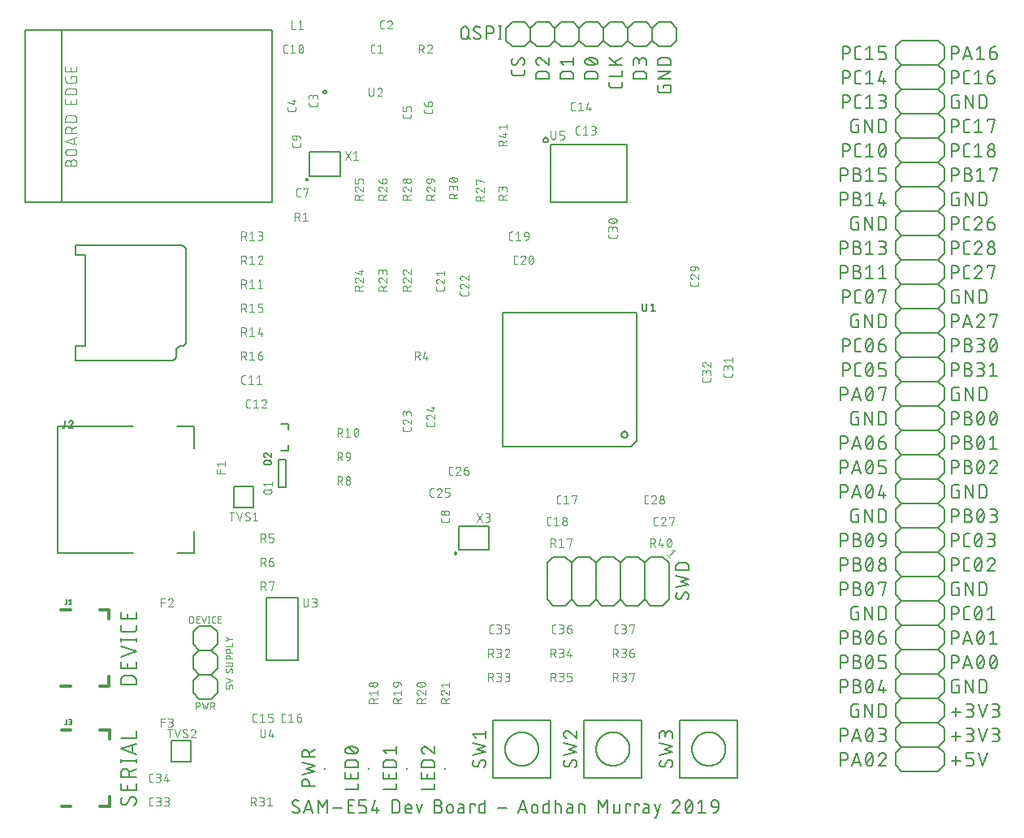
<source format=gbr>
G04 EAGLE Gerber RS-274X export*
G75*
%MOMM*%
%FSLAX34Y34*%
%LPD*%
%INSilkscreen Top*%
%IPPOS*%
%AMOC8*
5,1,8,0,0,1.08239X$1,22.5*%
G01*
%ADD10C,0.152400*%
%ADD11C,0.050800*%
%ADD12C,0.127000*%
%ADD13C,0.076200*%
%ADD14C,0.304800*%
%ADD15C,0.203200*%
%ADD16C,0.177800*%
%ADD17C,0.101600*%
%ADD18R,0.250000X0.250000*%


D10*
X78128Y26621D02*
X78126Y26739D01*
X78120Y26857D01*
X78111Y26975D01*
X78097Y27092D01*
X78080Y27209D01*
X78059Y27326D01*
X78034Y27441D01*
X78005Y27556D01*
X77972Y27670D01*
X77936Y27782D01*
X77896Y27893D01*
X77853Y28003D01*
X77806Y28112D01*
X77756Y28219D01*
X77701Y28324D01*
X77644Y28427D01*
X77583Y28528D01*
X77519Y28628D01*
X77452Y28725D01*
X77382Y28820D01*
X77308Y28912D01*
X77232Y29003D01*
X77152Y29090D01*
X77070Y29175D01*
X76985Y29257D01*
X76898Y29337D01*
X76807Y29413D01*
X76715Y29487D01*
X76620Y29557D01*
X76523Y29624D01*
X76423Y29688D01*
X76322Y29749D01*
X76219Y29806D01*
X76114Y29861D01*
X76007Y29911D01*
X75898Y29958D01*
X75788Y30001D01*
X75677Y30041D01*
X75565Y30077D01*
X75451Y30110D01*
X75336Y30139D01*
X75221Y30164D01*
X75104Y30185D01*
X74987Y30202D01*
X74870Y30216D01*
X74752Y30225D01*
X74634Y30231D01*
X74516Y30233D01*
X78128Y26621D02*
X78126Y26438D01*
X78119Y26256D01*
X78108Y26074D01*
X78093Y25892D01*
X78073Y25710D01*
X78050Y25529D01*
X78021Y25349D01*
X77989Y25169D01*
X77952Y24990D01*
X77911Y24813D01*
X77865Y24636D01*
X77816Y24460D01*
X77762Y24286D01*
X77704Y24112D01*
X77642Y23941D01*
X77576Y23771D01*
X77505Y23602D01*
X77431Y23435D01*
X77353Y23270D01*
X77271Y23107D01*
X77185Y22946D01*
X77095Y22787D01*
X77001Y22630D01*
X76904Y22476D01*
X76803Y22324D01*
X76698Y22174D01*
X76590Y22027D01*
X76479Y21883D01*
X76364Y21741D01*
X76245Y21602D01*
X76123Y21466D01*
X75998Y21333D01*
X75870Y21203D01*
X65484Y21654D02*
X65366Y21656D01*
X65248Y21662D01*
X65130Y21671D01*
X65013Y21685D01*
X64896Y21702D01*
X64779Y21723D01*
X64664Y21748D01*
X64549Y21777D01*
X64435Y21810D01*
X64323Y21846D01*
X64212Y21886D01*
X64102Y21929D01*
X63993Y21976D01*
X63886Y22026D01*
X63781Y22081D01*
X63678Y22138D01*
X63577Y22199D01*
X63477Y22263D01*
X63380Y22330D01*
X63285Y22400D01*
X63193Y22474D01*
X63102Y22550D01*
X63015Y22630D01*
X62930Y22712D01*
X62848Y22797D01*
X62768Y22884D01*
X62692Y22975D01*
X62618Y23067D01*
X62548Y23162D01*
X62481Y23259D01*
X62417Y23359D01*
X62356Y23460D01*
X62299Y23563D01*
X62244Y23668D01*
X62194Y23775D01*
X62147Y23884D01*
X62104Y23994D01*
X62064Y24105D01*
X62028Y24217D01*
X61995Y24331D01*
X61966Y24446D01*
X61941Y24561D01*
X61920Y24678D01*
X61903Y24795D01*
X61889Y24912D01*
X61880Y25030D01*
X61874Y25148D01*
X61872Y25266D01*
X61874Y25427D01*
X61880Y25589D01*
X61889Y25750D01*
X61903Y25911D01*
X61920Y26071D01*
X61941Y26231D01*
X61966Y26391D01*
X61995Y26550D01*
X62027Y26708D01*
X62063Y26865D01*
X62103Y27021D01*
X62147Y27177D01*
X62195Y27331D01*
X62246Y27484D01*
X62300Y27636D01*
X62359Y27787D01*
X62420Y27936D01*
X62486Y28083D01*
X62555Y28229D01*
X62627Y28374D01*
X62703Y28516D01*
X62782Y28657D01*
X62864Y28796D01*
X62950Y28932D01*
X63039Y29067D01*
X63131Y29200D01*
X63227Y29330D01*
X68645Y23460D02*
X68583Y23359D01*
X68518Y23259D01*
X68449Y23162D01*
X68377Y23067D01*
X68303Y22974D01*
X68225Y22884D01*
X68144Y22796D01*
X68061Y22711D01*
X67975Y22629D01*
X67886Y22550D01*
X67795Y22473D01*
X67701Y22400D01*
X67605Y22329D01*
X67507Y22262D01*
X67407Y22198D01*
X67304Y22137D01*
X67200Y22080D01*
X67094Y22026D01*
X66986Y21976D01*
X66877Y21929D01*
X66766Y21885D01*
X66654Y21845D01*
X66540Y21809D01*
X66426Y21777D01*
X66310Y21748D01*
X66194Y21723D01*
X66077Y21702D01*
X65959Y21685D01*
X65841Y21671D01*
X65722Y21662D01*
X65603Y21656D01*
X65484Y21654D01*
X71355Y28428D02*
X71417Y28529D01*
X71482Y28629D01*
X71551Y28726D01*
X71623Y28821D01*
X71697Y28914D01*
X71775Y29004D01*
X71856Y29092D01*
X71939Y29177D01*
X72025Y29259D01*
X72114Y29338D01*
X72205Y29415D01*
X72299Y29488D01*
X72395Y29559D01*
X72493Y29626D01*
X72593Y29690D01*
X72696Y29751D01*
X72800Y29808D01*
X72906Y29862D01*
X73014Y29912D01*
X73123Y29959D01*
X73234Y30003D01*
X73346Y30043D01*
X73460Y30079D01*
X73574Y30111D01*
X73690Y30140D01*
X73806Y30165D01*
X73923Y30186D01*
X74041Y30203D01*
X74159Y30217D01*
X74278Y30226D01*
X74397Y30232D01*
X74516Y30234D01*
X71355Y28427D02*
X68645Y23460D01*
X78128Y36863D02*
X78128Y44088D01*
X78128Y36863D02*
X61872Y36863D01*
X61872Y44088D01*
X69097Y42282D02*
X69097Y36863D01*
X61872Y50472D02*
X78128Y50472D01*
X61872Y50472D02*
X61872Y54988D01*
X61874Y55121D01*
X61880Y55253D01*
X61890Y55385D01*
X61903Y55517D01*
X61921Y55649D01*
X61942Y55779D01*
X61967Y55910D01*
X61996Y56039D01*
X62029Y56167D01*
X62065Y56295D01*
X62105Y56421D01*
X62149Y56546D01*
X62197Y56670D01*
X62248Y56792D01*
X62303Y56913D01*
X62361Y57032D01*
X62423Y57150D01*
X62488Y57265D01*
X62557Y57379D01*
X62628Y57490D01*
X62704Y57599D01*
X62782Y57706D01*
X62863Y57811D01*
X62948Y57913D01*
X63035Y58013D01*
X63125Y58110D01*
X63218Y58205D01*
X63314Y58296D01*
X63412Y58385D01*
X63513Y58471D01*
X63617Y58554D01*
X63723Y58634D01*
X63831Y58710D01*
X63941Y58784D01*
X64054Y58854D01*
X64168Y58921D01*
X64285Y58984D01*
X64403Y59044D01*
X64523Y59101D01*
X64645Y59154D01*
X64768Y59203D01*
X64892Y59249D01*
X65018Y59291D01*
X65145Y59329D01*
X65273Y59364D01*
X65402Y59395D01*
X65531Y59422D01*
X65662Y59445D01*
X65793Y59465D01*
X65925Y59480D01*
X66057Y59492D01*
X66189Y59500D01*
X66322Y59504D01*
X66454Y59504D01*
X66587Y59500D01*
X66719Y59492D01*
X66851Y59480D01*
X66983Y59465D01*
X67114Y59445D01*
X67245Y59422D01*
X67374Y59395D01*
X67503Y59364D01*
X67631Y59329D01*
X67758Y59291D01*
X67884Y59249D01*
X68008Y59203D01*
X68131Y59154D01*
X68253Y59101D01*
X68373Y59044D01*
X68491Y58984D01*
X68608Y58921D01*
X68722Y58854D01*
X68835Y58784D01*
X68945Y58710D01*
X69053Y58634D01*
X69159Y58554D01*
X69263Y58471D01*
X69364Y58385D01*
X69462Y58296D01*
X69558Y58205D01*
X69651Y58110D01*
X69741Y58013D01*
X69828Y57913D01*
X69913Y57811D01*
X69994Y57706D01*
X70072Y57599D01*
X70148Y57490D01*
X70219Y57379D01*
X70288Y57265D01*
X70353Y57150D01*
X70415Y57032D01*
X70473Y56913D01*
X70528Y56792D01*
X70579Y56670D01*
X70627Y56546D01*
X70671Y56421D01*
X70711Y56295D01*
X70747Y56167D01*
X70780Y56039D01*
X70809Y55910D01*
X70834Y55779D01*
X70855Y55649D01*
X70873Y55517D01*
X70886Y55385D01*
X70896Y55253D01*
X70902Y55121D01*
X70904Y54988D01*
X70903Y54988D02*
X70903Y50472D01*
X70903Y55891D02*
X78128Y59503D01*
X78128Y67401D02*
X61872Y67401D01*
X78128Y65595D02*
X78128Y69207D01*
X61872Y69207D02*
X61872Y65595D01*
X61872Y79906D02*
X78128Y74488D01*
X78128Y85325D02*
X61872Y79906D01*
X74064Y83970D02*
X74064Y75842D01*
X78128Y91573D02*
X61872Y91573D01*
X78128Y91573D02*
X78128Y98798D01*
X78128Y147245D02*
X61872Y147245D01*
X61872Y151760D01*
X61874Y151891D01*
X61880Y152023D01*
X61889Y152154D01*
X61903Y152284D01*
X61920Y152415D01*
X61941Y152544D01*
X61965Y152673D01*
X61994Y152801D01*
X62026Y152929D01*
X62062Y153055D01*
X62101Y153180D01*
X62144Y153305D01*
X62191Y153427D01*
X62241Y153549D01*
X62295Y153669D01*
X62352Y153787D01*
X62413Y153903D01*
X62477Y154018D01*
X62544Y154131D01*
X62615Y154242D01*
X62689Y154350D01*
X62766Y154457D01*
X62846Y154561D01*
X62929Y154663D01*
X63014Y154762D01*
X63103Y154859D01*
X63195Y154953D01*
X63289Y155045D01*
X63386Y155134D01*
X63485Y155219D01*
X63587Y155302D01*
X63691Y155382D01*
X63798Y155459D01*
X63906Y155533D01*
X64017Y155604D01*
X64130Y155671D01*
X64245Y155735D01*
X64361Y155796D01*
X64479Y155853D01*
X64599Y155907D01*
X64721Y155957D01*
X64843Y156004D01*
X64968Y156047D01*
X65093Y156086D01*
X65219Y156122D01*
X65347Y156154D01*
X65475Y156183D01*
X65604Y156207D01*
X65733Y156228D01*
X65864Y156245D01*
X65994Y156259D01*
X66125Y156268D01*
X66257Y156274D01*
X66388Y156276D01*
X73612Y156276D01*
X73743Y156274D01*
X73875Y156268D01*
X74006Y156259D01*
X74136Y156245D01*
X74267Y156228D01*
X74396Y156207D01*
X74525Y156183D01*
X74653Y156154D01*
X74781Y156122D01*
X74907Y156086D01*
X75032Y156047D01*
X75157Y156004D01*
X75279Y155957D01*
X75401Y155907D01*
X75521Y155853D01*
X75639Y155796D01*
X75755Y155735D01*
X75870Y155671D01*
X75983Y155604D01*
X76094Y155533D01*
X76202Y155459D01*
X76309Y155382D01*
X76413Y155302D01*
X76515Y155219D01*
X76614Y155134D01*
X76711Y155045D01*
X76805Y154953D01*
X76897Y154859D01*
X76986Y154762D01*
X77071Y154663D01*
X77154Y154561D01*
X77234Y154457D01*
X77311Y154350D01*
X77385Y154242D01*
X77456Y154131D01*
X77523Y154018D01*
X77587Y153903D01*
X77648Y153787D01*
X77705Y153669D01*
X77759Y153549D01*
X77809Y153427D01*
X77856Y153305D01*
X77899Y153180D01*
X77938Y153055D01*
X77974Y152929D01*
X78006Y152801D01*
X78035Y152673D01*
X78059Y152544D01*
X78080Y152414D01*
X78097Y152284D01*
X78111Y152154D01*
X78120Y152023D01*
X78126Y151891D01*
X78128Y151760D01*
X78128Y147245D01*
X78128Y163948D02*
X78128Y171173D01*
X78128Y163948D02*
X61872Y163948D01*
X61872Y171173D01*
X69097Y169366D02*
X69097Y163948D01*
X61872Y176041D02*
X78128Y181459D01*
X61872Y186878D01*
X61872Y193964D02*
X78128Y193964D01*
X78128Y192158D02*
X78128Y195771D01*
X61872Y195771D02*
X61872Y192158D01*
X78128Y205527D02*
X78128Y209139D01*
X78128Y205527D02*
X78126Y205409D01*
X78120Y205291D01*
X78111Y205173D01*
X78097Y205056D01*
X78080Y204939D01*
X78059Y204822D01*
X78034Y204707D01*
X78005Y204592D01*
X77972Y204478D01*
X77936Y204366D01*
X77896Y204255D01*
X77853Y204145D01*
X77806Y204036D01*
X77756Y203929D01*
X77701Y203824D01*
X77644Y203721D01*
X77583Y203620D01*
X77519Y203520D01*
X77452Y203423D01*
X77382Y203328D01*
X77308Y203236D01*
X77232Y203145D01*
X77152Y203058D01*
X77070Y202973D01*
X76985Y202891D01*
X76898Y202811D01*
X76807Y202735D01*
X76715Y202661D01*
X76620Y202591D01*
X76523Y202524D01*
X76423Y202460D01*
X76322Y202399D01*
X76219Y202342D01*
X76114Y202287D01*
X76007Y202237D01*
X75898Y202190D01*
X75788Y202147D01*
X75677Y202107D01*
X75565Y202071D01*
X75451Y202038D01*
X75336Y202009D01*
X75221Y201984D01*
X75104Y201963D01*
X74987Y201946D01*
X74870Y201932D01*
X74752Y201923D01*
X74634Y201917D01*
X74516Y201915D01*
X74516Y201914D02*
X65484Y201914D01*
X65366Y201916D01*
X65248Y201922D01*
X65130Y201931D01*
X65012Y201945D01*
X64895Y201962D01*
X64779Y201983D01*
X64664Y202008D01*
X64549Y202037D01*
X64435Y202070D01*
X64323Y202106D01*
X64211Y202146D01*
X64101Y202189D01*
X63993Y202236D01*
X63886Y202287D01*
X63781Y202341D01*
X63678Y202398D01*
X63576Y202459D01*
X63477Y202523D01*
X63380Y202590D01*
X63285Y202661D01*
X63192Y202734D01*
X63102Y202811D01*
X63014Y202890D01*
X62929Y202972D01*
X62847Y203057D01*
X62768Y203145D01*
X62691Y203235D01*
X62618Y203328D01*
X62547Y203422D01*
X62480Y203520D01*
X62416Y203619D01*
X62355Y203720D01*
X62298Y203824D01*
X62244Y203929D01*
X62193Y204036D01*
X62146Y204144D01*
X62103Y204254D01*
X62063Y204366D01*
X62027Y204478D01*
X61994Y204592D01*
X61965Y204707D01*
X61940Y204822D01*
X61919Y204938D01*
X61902Y205055D01*
X61888Y205173D01*
X61879Y205291D01*
X61873Y205409D01*
X61871Y205527D01*
X61872Y205527D02*
X61872Y209139D01*
X78128Y215531D02*
X78128Y222756D01*
X78128Y215531D02*
X61872Y215531D01*
X61872Y222756D01*
X69097Y220949D02*
X69097Y215531D01*
D11*
X133703Y218496D02*
X133703Y211504D01*
X133703Y218496D02*
X135645Y218496D01*
X135732Y218494D01*
X135819Y218488D01*
X135906Y218478D01*
X135992Y218465D01*
X136077Y218447D01*
X136162Y218426D01*
X136245Y218401D01*
X136327Y218372D01*
X136408Y218340D01*
X136488Y218304D01*
X136565Y218264D01*
X136641Y218221D01*
X136715Y218175D01*
X136786Y218125D01*
X136856Y218072D01*
X136923Y218016D01*
X136987Y217958D01*
X137049Y217896D01*
X137107Y217832D01*
X137163Y217765D01*
X137216Y217695D01*
X137266Y217624D01*
X137312Y217550D01*
X137355Y217474D01*
X137395Y217397D01*
X137431Y217317D01*
X137463Y217236D01*
X137492Y217154D01*
X137517Y217071D01*
X137538Y216986D01*
X137556Y216901D01*
X137569Y216815D01*
X137579Y216728D01*
X137585Y216641D01*
X137587Y216554D01*
X137587Y213446D01*
X137585Y213359D01*
X137579Y213272D01*
X137569Y213185D01*
X137556Y213099D01*
X137538Y213014D01*
X137517Y212929D01*
X137492Y212846D01*
X137463Y212764D01*
X137431Y212683D01*
X137395Y212603D01*
X137355Y212526D01*
X137312Y212450D01*
X137266Y212376D01*
X137216Y212305D01*
X137163Y212235D01*
X137107Y212168D01*
X137049Y212104D01*
X136987Y212042D01*
X136923Y211984D01*
X136856Y211928D01*
X136786Y211875D01*
X136715Y211825D01*
X136641Y211779D01*
X136565Y211736D01*
X136488Y211696D01*
X136408Y211660D01*
X136327Y211628D01*
X136245Y211599D01*
X136162Y211574D01*
X136077Y211553D01*
X135992Y211535D01*
X135906Y211522D01*
X135819Y211512D01*
X135732Y211506D01*
X135645Y211504D01*
X133703Y211504D01*
X140915Y211504D02*
X144022Y211504D01*
X140915Y211504D02*
X140915Y218496D01*
X144022Y218496D01*
X143246Y215388D02*
X140915Y215388D01*
X146139Y218496D02*
X148470Y211504D01*
X150800Y218496D01*
X153870Y218496D02*
X153870Y211504D01*
X153093Y211504D02*
X154647Y211504D01*
X154647Y218496D02*
X153093Y218496D01*
X158863Y211504D02*
X160417Y211504D01*
X158863Y211504D02*
X158787Y211506D01*
X158711Y211511D01*
X158635Y211521D01*
X158560Y211534D01*
X158485Y211551D01*
X158412Y211571D01*
X158339Y211595D01*
X158268Y211622D01*
X158199Y211653D01*
X158130Y211687D01*
X158064Y211725D01*
X158000Y211766D01*
X157937Y211810D01*
X157877Y211857D01*
X157819Y211907D01*
X157764Y211959D01*
X157712Y212014D01*
X157662Y212072D01*
X157615Y212132D01*
X157571Y212195D01*
X157530Y212259D01*
X157492Y212325D01*
X157458Y212394D01*
X157427Y212463D01*
X157400Y212534D01*
X157376Y212607D01*
X157356Y212680D01*
X157339Y212755D01*
X157326Y212830D01*
X157316Y212906D01*
X157311Y212982D01*
X157309Y213058D01*
X157309Y216942D01*
X157311Y217021D01*
X157317Y217099D01*
X157327Y217177D01*
X157341Y217255D01*
X157359Y217332D01*
X157380Y217407D01*
X157406Y217482D01*
X157435Y217555D01*
X157468Y217626D01*
X157504Y217696D01*
X157544Y217764D01*
X157588Y217830D01*
X157634Y217893D01*
X157684Y217954D01*
X157737Y218013D01*
X157792Y218068D01*
X157851Y218121D01*
X157912Y218171D01*
X157975Y218217D01*
X158041Y218261D01*
X158109Y218301D01*
X158179Y218337D01*
X158250Y218370D01*
X158323Y218399D01*
X158398Y218425D01*
X158473Y218446D01*
X158550Y218464D01*
X158628Y218478D01*
X158706Y218488D01*
X158784Y218494D01*
X158863Y218496D01*
X160417Y218496D01*
X163190Y211504D02*
X166297Y211504D01*
X163190Y211504D02*
X163190Y218496D01*
X166297Y218496D01*
X165521Y215388D02*
X163190Y215388D01*
X140434Y128496D02*
X140434Y121504D01*
X140434Y128496D02*
X142376Y128496D01*
X142463Y128494D01*
X142550Y128488D01*
X142637Y128478D01*
X142723Y128465D01*
X142808Y128447D01*
X142893Y128426D01*
X142976Y128401D01*
X143058Y128372D01*
X143139Y128340D01*
X143219Y128304D01*
X143296Y128264D01*
X143372Y128221D01*
X143446Y128175D01*
X143517Y128125D01*
X143587Y128072D01*
X143654Y128016D01*
X143718Y127958D01*
X143780Y127896D01*
X143838Y127832D01*
X143894Y127765D01*
X143947Y127695D01*
X143997Y127624D01*
X144043Y127550D01*
X144086Y127474D01*
X144126Y127397D01*
X144162Y127317D01*
X144194Y127236D01*
X144223Y127154D01*
X144248Y127071D01*
X144269Y126986D01*
X144287Y126901D01*
X144300Y126815D01*
X144310Y126728D01*
X144316Y126641D01*
X144318Y126554D01*
X144316Y126467D01*
X144310Y126380D01*
X144300Y126293D01*
X144287Y126207D01*
X144269Y126122D01*
X144248Y126037D01*
X144223Y125954D01*
X144194Y125872D01*
X144162Y125791D01*
X144126Y125711D01*
X144086Y125634D01*
X144043Y125558D01*
X143997Y125484D01*
X143947Y125413D01*
X143894Y125343D01*
X143838Y125276D01*
X143780Y125212D01*
X143718Y125150D01*
X143654Y125092D01*
X143587Y125036D01*
X143517Y124983D01*
X143446Y124933D01*
X143372Y124887D01*
X143296Y124844D01*
X143219Y124804D01*
X143139Y124768D01*
X143058Y124736D01*
X142976Y124707D01*
X142893Y124682D01*
X142808Y124661D01*
X142723Y124643D01*
X142637Y124630D01*
X142550Y124620D01*
X142463Y124614D01*
X142376Y124612D01*
X140434Y124612D01*
X146601Y128496D02*
X148155Y121504D01*
X149709Y126165D01*
X151263Y121504D01*
X152816Y128496D01*
X155682Y128496D02*
X155682Y121504D01*
X155682Y128496D02*
X157624Y128496D01*
X157711Y128494D01*
X157798Y128488D01*
X157885Y128478D01*
X157971Y128465D01*
X158056Y128447D01*
X158141Y128426D01*
X158224Y128401D01*
X158306Y128372D01*
X158387Y128340D01*
X158467Y128304D01*
X158544Y128264D01*
X158620Y128221D01*
X158694Y128175D01*
X158765Y128125D01*
X158835Y128072D01*
X158902Y128016D01*
X158966Y127958D01*
X159028Y127896D01*
X159086Y127832D01*
X159142Y127765D01*
X159195Y127695D01*
X159245Y127624D01*
X159291Y127550D01*
X159334Y127474D01*
X159374Y127397D01*
X159410Y127317D01*
X159442Y127236D01*
X159471Y127154D01*
X159496Y127071D01*
X159517Y126986D01*
X159535Y126901D01*
X159548Y126815D01*
X159558Y126728D01*
X159564Y126641D01*
X159566Y126554D01*
X159564Y126467D01*
X159558Y126380D01*
X159548Y126293D01*
X159535Y126207D01*
X159517Y126122D01*
X159496Y126037D01*
X159471Y125954D01*
X159442Y125872D01*
X159410Y125791D01*
X159374Y125711D01*
X159334Y125634D01*
X159291Y125558D01*
X159245Y125484D01*
X159195Y125413D01*
X159142Y125343D01*
X159086Y125276D01*
X159028Y125212D01*
X158966Y125150D01*
X158902Y125092D01*
X158835Y125036D01*
X158765Y124983D01*
X158694Y124933D01*
X158620Y124887D01*
X158544Y124844D01*
X158467Y124804D01*
X158387Y124768D01*
X158306Y124736D01*
X158224Y124707D01*
X158141Y124682D01*
X158056Y124661D01*
X157971Y124643D01*
X157885Y124630D01*
X157798Y124620D01*
X157711Y124614D01*
X157624Y124612D01*
X155682Y124612D01*
X158012Y124612D02*
X159566Y121504D01*
X178496Y142889D02*
X178496Y145219D01*
X178494Y145295D01*
X178489Y145371D01*
X178479Y145447D01*
X178466Y145522D01*
X178449Y145597D01*
X178429Y145670D01*
X178405Y145743D01*
X178378Y145814D01*
X178347Y145883D01*
X178313Y145952D01*
X178275Y146018D01*
X178234Y146082D01*
X178190Y146145D01*
X178143Y146205D01*
X178093Y146263D01*
X178041Y146318D01*
X177986Y146370D01*
X177928Y146420D01*
X177868Y146467D01*
X177805Y146511D01*
X177741Y146552D01*
X177675Y146590D01*
X177606Y146624D01*
X177537Y146655D01*
X177466Y146682D01*
X177393Y146706D01*
X177320Y146726D01*
X177245Y146743D01*
X177170Y146756D01*
X177094Y146766D01*
X177018Y146771D01*
X176942Y146773D01*
X176165Y146773D01*
X176086Y146771D01*
X176008Y146765D01*
X175930Y146755D01*
X175852Y146741D01*
X175775Y146723D01*
X175700Y146702D01*
X175625Y146676D01*
X175552Y146647D01*
X175481Y146614D01*
X175411Y146578D01*
X175343Y146538D01*
X175277Y146494D01*
X175214Y146448D01*
X175153Y146398D01*
X175094Y146345D01*
X175039Y146290D01*
X174986Y146231D01*
X174936Y146170D01*
X174890Y146107D01*
X174846Y146041D01*
X174806Y145973D01*
X174770Y145903D01*
X174737Y145832D01*
X174708Y145759D01*
X174682Y145684D01*
X174661Y145609D01*
X174643Y145532D01*
X174629Y145454D01*
X174619Y145376D01*
X174613Y145298D01*
X174611Y145219D01*
X174612Y145219D02*
X174612Y142889D01*
X171504Y142889D01*
X171504Y146773D01*
X171504Y149250D02*
X178496Y151581D01*
X171504Y153912D01*
X178496Y162094D02*
X178494Y162170D01*
X178489Y162246D01*
X178479Y162322D01*
X178466Y162397D01*
X178449Y162472D01*
X178429Y162545D01*
X178405Y162618D01*
X178378Y162689D01*
X178347Y162758D01*
X178313Y162827D01*
X178275Y162893D01*
X178234Y162957D01*
X178190Y163020D01*
X178143Y163080D01*
X178093Y163138D01*
X178041Y163193D01*
X177986Y163245D01*
X177928Y163295D01*
X177868Y163342D01*
X177805Y163386D01*
X177741Y163427D01*
X177675Y163465D01*
X177606Y163499D01*
X177537Y163530D01*
X177466Y163557D01*
X177393Y163581D01*
X177320Y163601D01*
X177245Y163618D01*
X177170Y163631D01*
X177094Y163641D01*
X177018Y163646D01*
X176942Y163648D01*
X178496Y162094D02*
X178494Y161981D01*
X178488Y161869D01*
X178479Y161757D01*
X178465Y161645D01*
X178448Y161533D01*
X178427Y161423D01*
X178402Y161313D01*
X178373Y161204D01*
X178341Y161096D01*
X178305Y160989D01*
X178265Y160884D01*
X178221Y160780D01*
X178175Y160677D01*
X178124Y160577D01*
X178070Y160478D01*
X178013Y160381D01*
X177953Y160286D01*
X177889Y160193D01*
X177822Y160102D01*
X177752Y160014D01*
X177679Y159928D01*
X177604Y159844D01*
X177525Y159764D01*
X173058Y159958D02*
X172982Y159960D01*
X172906Y159965D01*
X172830Y159975D01*
X172755Y159988D01*
X172680Y160005D01*
X172607Y160025D01*
X172534Y160049D01*
X172463Y160076D01*
X172394Y160107D01*
X172325Y160141D01*
X172259Y160179D01*
X172195Y160220D01*
X172132Y160264D01*
X172072Y160311D01*
X172014Y160361D01*
X171959Y160413D01*
X171907Y160468D01*
X171857Y160526D01*
X171810Y160586D01*
X171766Y160649D01*
X171725Y160713D01*
X171687Y160779D01*
X171653Y160848D01*
X171622Y160917D01*
X171595Y160988D01*
X171571Y161061D01*
X171551Y161134D01*
X171534Y161209D01*
X171521Y161284D01*
X171511Y161360D01*
X171506Y161436D01*
X171504Y161512D01*
X171506Y161616D01*
X171511Y161720D01*
X171521Y161824D01*
X171534Y161927D01*
X171550Y162030D01*
X171571Y162132D01*
X171595Y162233D01*
X171622Y162334D01*
X171653Y162433D01*
X171688Y162531D01*
X171726Y162628D01*
X171768Y162724D01*
X171813Y162818D01*
X171861Y162910D01*
X171913Y163000D01*
X171968Y163089D01*
X172026Y163175D01*
X172087Y163260D01*
X174417Y160735D02*
X174376Y160669D01*
X174332Y160605D01*
X174284Y160543D01*
X174234Y160483D01*
X174180Y160427D01*
X174124Y160372D01*
X174065Y160321D01*
X174004Y160273D01*
X173940Y160228D01*
X173875Y160186D01*
X173807Y160147D01*
X173737Y160112D01*
X173666Y160080D01*
X173593Y160052D01*
X173519Y160027D01*
X173444Y160006D01*
X173368Y159989D01*
X173291Y159975D01*
X173214Y159966D01*
X173136Y159960D01*
X173058Y159958D01*
X175582Y162871D02*
X175624Y162937D01*
X175668Y163001D01*
X175716Y163063D01*
X175766Y163123D01*
X175820Y163179D01*
X175876Y163234D01*
X175935Y163285D01*
X175996Y163333D01*
X176060Y163378D01*
X176125Y163420D01*
X176193Y163459D01*
X176263Y163494D01*
X176334Y163526D01*
X176407Y163554D01*
X176481Y163579D01*
X176556Y163600D01*
X176632Y163617D01*
X176709Y163631D01*
X176786Y163640D01*
X176864Y163646D01*
X176942Y163648D01*
X175583Y162871D02*
X174417Y160735D01*
X176554Y166514D02*
X171504Y166514D01*
X176554Y166514D02*
X176641Y166516D01*
X176728Y166522D01*
X176815Y166532D01*
X176901Y166545D01*
X176986Y166563D01*
X177071Y166584D01*
X177154Y166609D01*
X177236Y166638D01*
X177317Y166670D01*
X177397Y166706D01*
X177474Y166746D01*
X177550Y166789D01*
X177624Y166835D01*
X177695Y166885D01*
X177765Y166938D01*
X177832Y166994D01*
X177896Y167052D01*
X177958Y167114D01*
X178016Y167178D01*
X178072Y167245D01*
X178125Y167315D01*
X178175Y167386D01*
X178221Y167460D01*
X178264Y167536D01*
X178304Y167613D01*
X178340Y167693D01*
X178372Y167774D01*
X178401Y167856D01*
X178426Y167939D01*
X178447Y168024D01*
X178465Y168109D01*
X178478Y168195D01*
X178488Y168282D01*
X178494Y168369D01*
X178496Y168456D01*
X178494Y168543D01*
X178488Y168630D01*
X178478Y168717D01*
X178465Y168803D01*
X178447Y168888D01*
X178426Y168973D01*
X178401Y169056D01*
X178372Y169138D01*
X178340Y169219D01*
X178304Y169299D01*
X178264Y169376D01*
X178221Y169452D01*
X178175Y169526D01*
X178125Y169597D01*
X178072Y169667D01*
X178016Y169734D01*
X177958Y169798D01*
X177896Y169860D01*
X177832Y169918D01*
X177765Y169974D01*
X177695Y170027D01*
X177624Y170077D01*
X177550Y170123D01*
X177474Y170166D01*
X177397Y170206D01*
X177317Y170242D01*
X177236Y170274D01*
X177154Y170303D01*
X177071Y170328D01*
X176986Y170349D01*
X176901Y170367D01*
X176815Y170380D01*
X176728Y170390D01*
X176641Y170396D01*
X176554Y170398D01*
X171504Y170398D01*
X171504Y173806D02*
X178496Y173806D01*
X171504Y173806D02*
X171504Y175748D01*
X171506Y175835D01*
X171512Y175922D01*
X171522Y176009D01*
X171535Y176095D01*
X171553Y176180D01*
X171574Y176265D01*
X171599Y176348D01*
X171628Y176430D01*
X171660Y176511D01*
X171696Y176591D01*
X171736Y176668D01*
X171779Y176744D01*
X171825Y176818D01*
X171875Y176889D01*
X171928Y176959D01*
X171984Y177026D01*
X172042Y177090D01*
X172104Y177152D01*
X172168Y177210D01*
X172235Y177266D01*
X172305Y177319D01*
X172376Y177369D01*
X172450Y177415D01*
X172526Y177458D01*
X172603Y177498D01*
X172683Y177534D01*
X172764Y177566D01*
X172846Y177595D01*
X172929Y177620D01*
X173014Y177641D01*
X173099Y177659D01*
X173185Y177672D01*
X173272Y177682D01*
X173359Y177688D01*
X173446Y177690D01*
X173533Y177688D01*
X173620Y177682D01*
X173707Y177672D01*
X173793Y177659D01*
X173878Y177641D01*
X173963Y177620D01*
X174046Y177595D01*
X174128Y177566D01*
X174209Y177534D01*
X174289Y177498D01*
X174366Y177458D01*
X174442Y177415D01*
X174516Y177369D01*
X174587Y177319D01*
X174657Y177266D01*
X174724Y177210D01*
X174788Y177152D01*
X174850Y177090D01*
X174908Y177026D01*
X174964Y176959D01*
X175017Y176889D01*
X175067Y176818D01*
X175113Y176744D01*
X175156Y176668D01*
X175196Y176591D01*
X175232Y176511D01*
X175264Y176430D01*
X175293Y176348D01*
X175318Y176265D01*
X175339Y176180D01*
X175357Y176095D01*
X175370Y176009D01*
X175380Y175922D01*
X175386Y175835D01*
X175388Y175748D01*
X175388Y173806D01*
X178496Y180556D02*
X171504Y180556D01*
X171504Y182498D01*
X171506Y182585D01*
X171512Y182672D01*
X171522Y182759D01*
X171535Y182845D01*
X171553Y182930D01*
X171574Y183015D01*
X171599Y183098D01*
X171628Y183180D01*
X171660Y183261D01*
X171696Y183341D01*
X171736Y183418D01*
X171779Y183494D01*
X171825Y183568D01*
X171875Y183639D01*
X171928Y183709D01*
X171984Y183776D01*
X172042Y183840D01*
X172104Y183902D01*
X172168Y183960D01*
X172235Y184016D01*
X172305Y184069D01*
X172376Y184119D01*
X172450Y184165D01*
X172526Y184208D01*
X172603Y184248D01*
X172683Y184284D01*
X172764Y184316D01*
X172846Y184345D01*
X172929Y184370D01*
X173014Y184391D01*
X173099Y184409D01*
X173185Y184422D01*
X173272Y184432D01*
X173359Y184438D01*
X173446Y184440D01*
X173533Y184438D01*
X173620Y184432D01*
X173707Y184422D01*
X173793Y184409D01*
X173878Y184391D01*
X173963Y184370D01*
X174046Y184345D01*
X174128Y184316D01*
X174209Y184284D01*
X174289Y184248D01*
X174366Y184208D01*
X174442Y184165D01*
X174516Y184119D01*
X174587Y184069D01*
X174657Y184016D01*
X174724Y183960D01*
X174788Y183902D01*
X174850Y183840D01*
X174908Y183776D01*
X174964Y183709D01*
X175017Y183639D01*
X175067Y183568D01*
X175113Y183494D01*
X175156Y183418D01*
X175196Y183341D01*
X175232Y183261D01*
X175264Y183180D01*
X175293Y183098D01*
X175318Y183015D01*
X175339Y182930D01*
X175357Y182845D01*
X175370Y182759D01*
X175380Y182672D01*
X175386Y182585D01*
X175388Y182498D01*
X175388Y180556D01*
X178496Y187226D02*
X171504Y187226D01*
X178496Y187226D02*
X178496Y190333D01*
X174806Y194781D02*
X171504Y192450D01*
X174806Y194781D02*
X171504Y197111D01*
X174806Y194781D02*
X178496Y194781D01*
D12*
X483115Y785198D02*
X483115Y788249D01*
X483115Y785198D02*
X483113Y785089D01*
X483107Y784980D01*
X483098Y784872D01*
X483084Y784764D01*
X483067Y784656D01*
X483045Y784549D01*
X483020Y784443D01*
X482991Y784338D01*
X482959Y784235D01*
X482923Y784132D01*
X482883Y784030D01*
X482839Y783931D01*
X482792Y783832D01*
X482742Y783736D01*
X482688Y783641D01*
X482631Y783549D01*
X482570Y783458D01*
X482506Y783370D01*
X482440Y783284D01*
X482370Y783200D01*
X482297Y783119D01*
X482221Y783041D01*
X482143Y782965D01*
X482062Y782892D01*
X481978Y782822D01*
X481892Y782756D01*
X481804Y782692D01*
X481714Y782631D01*
X481621Y782574D01*
X481526Y782520D01*
X481430Y782470D01*
X481331Y782423D01*
X481232Y782379D01*
X481130Y782339D01*
X481028Y782303D01*
X480924Y782271D01*
X480819Y782242D01*
X480713Y782217D01*
X480606Y782195D01*
X480498Y782178D01*
X480390Y782164D01*
X480282Y782155D01*
X480173Y782149D01*
X480064Y782147D01*
X472436Y782147D01*
X472327Y782149D01*
X472218Y782155D01*
X472110Y782164D01*
X472002Y782178D01*
X471894Y782195D01*
X471787Y782217D01*
X471681Y782242D01*
X471576Y782271D01*
X471473Y782303D01*
X471370Y782339D01*
X471268Y782379D01*
X471169Y782423D01*
X471070Y782470D01*
X470974Y782520D01*
X470879Y782574D01*
X470787Y782631D01*
X470696Y782692D01*
X470608Y782756D01*
X470522Y782822D01*
X470438Y782892D01*
X470357Y782965D01*
X470279Y783041D01*
X470203Y783119D01*
X470130Y783200D01*
X470060Y783284D01*
X469994Y783370D01*
X469930Y783458D01*
X469869Y783548D01*
X469812Y783641D01*
X469758Y783736D01*
X469708Y783832D01*
X469661Y783931D01*
X469617Y784030D01*
X469577Y784132D01*
X469541Y784234D01*
X469509Y784338D01*
X469480Y784443D01*
X469455Y784549D01*
X469433Y784656D01*
X469416Y784764D01*
X469402Y784872D01*
X469393Y784980D01*
X469387Y785089D01*
X469385Y785198D01*
X469385Y788249D01*
X480064Y800615D02*
X480173Y800613D01*
X480282Y800607D01*
X480390Y800598D01*
X480498Y800584D01*
X480606Y800567D01*
X480713Y800545D01*
X480819Y800520D01*
X480924Y800491D01*
X481028Y800459D01*
X481130Y800423D01*
X481232Y800383D01*
X481331Y800339D01*
X481430Y800292D01*
X481526Y800242D01*
X481621Y800188D01*
X481713Y800131D01*
X481804Y800070D01*
X481892Y800006D01*
X481978Y799940D01*
X482062Y799870D01*
X482143Y799797D01*
X482221Y799721D01*
X482297Y799643D01*
X482370Y799562D01*
X482440Y799478D01*
X482506Y799392D01*
X482570Y799304D01*
X482631Y799213D01*
X482688Y799121D01*
X482742Y799026D01*
X482792Y798930D01*
X482839Y798831D01*
X482883Y798732D01*
X482923Y798630D01*
X482959Y798528D01*
X482991Y798424D01*
X483020Y798319D01*
X483045Y798213D01*
X483067Y798106D01*
X483084Y797998D01*
X483098Y797890D01*
X483107Y797782D01*
X483113Y797673D01*
X483115Y797564D01*
X483116Y797564D02*
X483114Y797405D01*
X483108Y797246D01*
X483098Y797087D01*
X483085Y796929D01*
X483067Y796771D01*
X483045Y796613D01*
X483020Y796456D01*
X482991Y796300D01*
X482958Y796144D01*
X482921Y795990D01*
X482880Y795836D01*
X482835Y795683D01*
X482787Y795532D01*
X482735Y795381D01*
X482680Y795232D01*
X482620Y795085D01*
X482557Y794939D01*
X482491Y794794D01*
X482421Y794652D01*
X482347Y794511D01*
X482270Y794371D01*
X482189Y794234D01*
X482106Y794099D01*
X482018Y793966D01*
X481928Y793835D01*
X481834Y793707D01*
X481738Y793580D01*
X481638Y793457D01*
X481535Y793335D01*
X481429Y793216D01*
X481320Y793100D01*
X481209Y792987D01*
X472436Y793369D02*
X472327Y793371D01*
X472218Y793377D01*
X472110Y793386D01*
X472002Y793400D01*
X471894Y793417D01*
X471787Y793439D01*
X471681Y793464D01*
X471576Y793493D01*
X471472Y793525D01*
X471370Y793561D01*
X471268Y793601D01*
X471169Y793645D01*
X471070Y793692D01*
X470974Y793742D01*
X470879Y793796D01*
X470787Y793853D01*
X470696Y793914D01*
X470608Y793978D01*
X470522Y794044D01*
X470438Y794114D01*
X470357Y794187D01*
X470279Y794263D01*
X470203Y794341D01*
X470130Y794422D01*
X470060Y794506D01*
X469994Y794592D01*
X469930Y794680D01*
X469869Y794771D01*
X469812Y794863D01*
X469758Y794958D01*
X469708Y795054D01*
X469661Y795153D01*
X469617Y795252D01*
X469577Y795354D01*
X469541Y795456D01*
X469509Y795560D01*
X469480Y795665D01*
X469455Y795771D01*
X469433Y795878D01*
X469416Y795986D01*
X469402Y796094D01*
X469393Y796202D01*
X469387Y796311D01*
X469385Y796420D01*
X469387Y796567D01*
X469393Y796714D01*
X469402Y796861D01*
X469415Y797008D01*
X469432Y797154D01*
X469453Y797300D01*
X469478Y797445D01*
X469506Y797590D01*
X469538Y797734D01*
X469573Y797876D01*
X469613Y798018D01*
X469656Y798159D01*
X469702Y798299D01*
X469752Y798437D01*
X469806Y798574D01*
X469863Y798710D01*
X469924Y798844D01*
X469988Y798977D01*
X470056Y799108D01*
X470127Y799237D01*
X470201Y799364D01*
X470278Y799489D01*
X470359Y799613D01*
X470442Y799734D01*
X470529Y799853D01*
X475106Y794894D02*
X475048Y794799D01*
X474987Y794707D01*
X474922Y794617D01*
X474854Y794529D01*
X474783Y794443D01*
X474709Y794361D01*
X474632Y794281D01*
X474553Y794203D01*
X474470Y794129D01*
X474385Y794058D01*
X474298Y793990D01*
X474208Y793925D01*
X474116Y793863D01*
X474021Y793804D01*
X473925Y793749D01*
X473827Y793698D01*
X473727Y793650D01*
X473625Y793605D01*
X473522Y793565D01*
X473417Y793528D01*
X473312Y793494D01*
X473205Y793465D01*
X473097Y793439D01*
X472988Y793418D01*
X472878Y793400D01*
X472768Y793386D01*
X472658Y793376D01*
X472547Y793370D01*
X472436Y793368D01*
X477394Y799089D02*
X477452Y799184D01*
X477514Y799276D01*
X477578Y799367D01*
X477646Y799454D01*
X477717Y799540D01*
X477791Y799622D01*
X477868Y799702D01*
X477947Y799780D01*
X478030Y799854D01*
X478115Y799925D01*
X478202Y799993D01*
X478292Y800059D01*
X478384Y800120D01*
X478479Y800179D01*
X478575Y800234D01*
X478673Y800285D01*
X478773Y800333D01*
X478875Y800378D01*
X478978Y800418D01*
X479083Y800456D01*
X479188Y800489D01*
X479295Y800518D01*
X479403Y800544D01*
X479512Y800565D01*
X479622Y800583D01*
X479732Y800597D01*
X479842Y800607D01*
X479953Y800613D01*
X480064Y800615D01*
X477394Y799089D02*
X475106Y794894D01*
X494785Y779037D02*
X508515Y779037D01*
X494785Y779037D02*
X494785Y782851D01*
X494787Y782973D01*
X494793Y783095D01*
X494803Y783217D01*
X494816Y783339D01*
X494834Y783460D01*
X494855Y783580D01*
X494881Y783700D01*
X494910Y783818D01*
X494943Y783936D01*
X494979Y784053D01*
X495020Y784168D01*
X495064Y784282D01*
X495111Y784395D01*
X495163Y784506D01*
X495218Y784615D01*
X495276Y784723D01*
X495337Y784828D01*
X495403Y784932D01*
X495471Y785033D01*
X495542Y785132D01*
X495617Y785229D01*
X495695Y785323D01*
X495776Y785415D01*
X495859Y785504D01*
X495946Y785591D01*
X496035Y785674D01*
X496127Y785755D01*
X496221Y785833D01*
X496318Y785908D01*
X496417Y785979D01*
X496518Y786047D01*
X496622Y786113D01*
X496727Y786174D01*
X496835Y786232D01*
X496944Y786287D01*
X497055Y786339D01*
X497168Y786386D01*
X497282Y786430D01*
X497397Y786471D01*
X497514Y786507D01*
X497632Y786540D01*
X497750Y786569D01*
X497870Y786595D01*
X497990Y786616D01*
X498111Y786634D01*
X498233Y786647D01*
X498355Y786657D01*
X498477Y786663D01*
X498599Y786665D01*
X504701Y786665D01*
X504823Y786663D01*
X504945Y786657D01*
X505067Y786647D01*
X505189Y786634D01*
X505310Y786616D01*
X505430Y786595D01*
X505550Y786569D01*
X505668Y786540D01*
X505786Y786507D01*
X505903Y786471D01*
X506018Y786430D01*
X506132Y786386D01*
X506245Y786339D01*
X506356Y786287D01*
X506465Y786232D01*
X506573Y786174D01*
X506678Y786113D01*
X506782Y786047D01*
X506883Y785979D01*
X506982Y785908D01*
X507079Y785833D01*
X507173Y785755D01*
X507265Y785674D01*
X507354Y785591D01*
X507441Y785504D01*
X507524Y785415D01*
X507605Y785323D01*
X507683Y785229D01*
X507758Y785132D01*
X507829Y785033D01*
X507897Y784932D01*
X507963Y784828D01*
X508024Y784723D01*
X508082Y784615D01*
X508137Y784506D01*
X508189Y784395D01*
X508236Y784282D01*
X508280Y784168D01*
X508321Y784053D01*
X508357Y783936D01*
X508390Y783818D01*
X508419Y783700D01*
X508445Y783580D01*
X508466Y783460D01*
X508484Y783339D01*
X508497Y783217D01*
X508507Y783095D01*
X508513Y782973D01*
X508515Y782851D01*
X508515Y779037D01*
X494785Y797183D02*
X494787Y797298D01*
X494793Y797412D01*
X494802Y797527D01*
X494816Y797641D01*
X494833Y797754D01*
X494854Y797867D01*
X494879Y797979D01*
X494907Y798090D01*
X494939Y798200D01*
X494975Y798309D01*
X495014Y798417D01*
X495057Y798523D01*
X495104Y798628D01*
X495154Y798731D01*
X495207Y798833D01*
X495264Y798933D01*
X495324Y799030D01*
X495388Y799126D01*
X495454Y799219D01*
X495524Y799311D01*
X495596Y799399D01*
X495672Y799486D01*
X495750Y799570D01*
X495831Y799651D01*
X495915Y799729D01*
X496002Y799805D01*
X496090Y799877D01*
X496182Y799947D01*
X496275Y800013D01*
X496371Y800077D01*
X496468Y800137D01*
X496568Y800194D01*
X496670Y800247D01*
X496773Y800297D01*
X496878Y800344D01*
X496984Y800387D01*
X497092Y800426D01*
X497201Y800462D01*
X497311Y800494D01*
X497422Y800522D01*
X497534Y800547D01*
X497647Y800568D01*
X497760Y800585D01*
X497874Y800599D01*
X497989Y800608D01*
X498103Y800614D01*
X498218Y800616D01*
X494785Y797183D02*
X494787Y797051D01*
X494793Y796919D01*
X494803Y796787D01*
X494817Y796656D01*
X494834Y796525D01*
X494856Y796395D01*
X494882Y796265D01*
X494911Y796137D01*
X494944Y796009D01*
X494981Y795882D01*
X495022Y795757D01*
X495067Y795632D01*
X495115Y795509D01*
X495167Y795388D01*
X495222Y795268D01*
X495281Y795150D01*
X495344Y795034D01*
X495410Y794920D01*
X495480Y794807D01*
X495552Y794697D01*
X495628Y794589D01*
X495708Y794484D01*
X495790Y794380D01*
X495876Y794280D01*
X495964Y794182D01*
X496055Y794086D01*
X496149Y793994D01*
X496246Y793904D01*
X496346Y793817D01*
X496448Y793733D01*
X496552Y793653D01*
X496659Y793575D01*
X496768Y793501D01*
X496880Y793430D01*
X496993Y793362D01*
X497108Y793298D01*
X497226Y793237D01*
X497345Y793180D01*
X497465Y793126D01*
X497588Y793076D01*
X497711Y793030D01*
X497836Y792988D01*
X500888Y799471D02*
X500804Y799556D01*
X500718Y799638D01*
X500629Y799718D01*
X500537Y799794D01*
X500443Y799868D01*
X500347Y799939D01*
X500248Y800006D01*
X500147Y800070D01*
X500044Y800131D01*
X499940Y800188D01*
X499833Y800242D01*
X499725Y800293D01*
X499615Y800340D01*
X499504Y800383D01*
X499391Y800423D01*
X499278Y800459D01*
X499163Y800492D01*
X499047Y800521D01*
X498930Y800546D01*
X498813Y800567D01*
X498694Y800584D01*
X498576Y800598D01*
X498457Y800607D01*
X498337Y800613D01*
X498218Y800615D01*
X500887Y799471D02*
X508515Y792987D01*
X508515Y800615D01*
X520185Y779037D02*
X533915Y779037D01*
X520185Y779037D02*
X520185Y782851D01*
X520187Y782973D01*
X520193Y783095D01*
X520203Y783217D01*
X520216Y783339D01*
X520234Y783460D01*
X520255Y783580D01*
X520281Y783700D01*
X520310Y783818D01*
X520343Y783936D01*
X520379Y784053D01*
X520420Y784168D01*
X520464Y784282D01*
X520511Y784395D01*
X520563Y784506D01*
X520618Y784615D01*
X520676Y784723D01*
X520737Y784828D01*
X520803Y784932D01*
X520871Y785033D01*
X520942Y785132D01*
X521017Y785229D01*
X521095Y785323D01*
X521176Y785415D01*
X521259Y785504D01*
X521346Y785591D01*
X521435Y785674D01*
X521527Y785755D01*
X521621Y785833D01*
X521718Y785908D01*
X521817Y785979D01*
X521918Y786047D01*
X522022Y786113D01*
X522127Y786174D01*
X522235Y786232D01*
X522344Y786287D01*
X522455Y786339D01*
X522568Y786386D01*
X522682Y786430D01*
X522797Y786471D01*
X522914Y786507D01*
X523032Y786540D01*
X523150Y786569D01*
X523270Y786595D01*
X523390Y786616D01*
X523511Y786634D01*
X523633Y786647D01*
X523755Y786657D01*
X523877Y786663D01*
X523999Y786665D01*
X530101Y786665D01*
X530223Y786663D01*
X530345Y786657D01*
X530467Y786647D01*
X530589Y786634D01*
X530710Y786616D01*
X530830Y786595D01*
X530950Y786569D01*
X531068Y786540D01*
X531186Y786507D01*
X531303Y786471D01*
X531418Y786430D01*
X531532Y786386D01*
X531645Y786339D01*
X531756Y786287D01*
X531865Y786232D01*
X531973Y786174D01*
X532078Y786113D01*
X532182Y786047D01*
X532283Y785979D01*
X532382Y785908D01*
X532479Y785833D01*
X532573Y785755D01*
X532665Y785674D01*
X532754Y785591D01*
X532841Y785504D01*
X532924Y785415D01*
X533005Y785323D01*
X533083Y785229D01*
X533158Y785132D01*
X533229Y785033D01*
X533297Y784932D01*
X533363Y784828D01*
X533424Y784723D01*
X533482Y784615D01*
X533537Y784506D01*
X533589Y784395D01*
X533636Y784282D01*
X533680Y784168D01*
X533721Y784053D01*
X533757Y783936D01*
X533790Y783818D01*
X533819Y783700D01*
X533845Y783580D01*
X533866Y783460D01*
X533884Y783339D01*
X533897Y783217D01*
X533907Y783095D01*
X533913Y782973D01*
X533915Y782851D01*
X533915Y779037D01*
X523236Y792987D02*
X520185Y796801D01*
X533915Y796801D01*
X533915Y792987D02*
X533915Y800615D01*
X545585Y779037D02*
X559315Y779037D01*
X545585Y779037D02*
X545585Y782851D01*
X545587Y782973D01*
X545593Y783095D01*
X545603Y783217D01*
X545616Y783339D01*
X545634Y783460D01*
X545655Y783580D01*
X545681Y783700D01*
X545710Y783818D01*
X545743Y783936D01*
X545779Y784053D01*
X545820Y784168D01*
X545864Y784282D01*
X545911Y784395D01*
X545963Y784506D01*
X546018Y784615D01*
X546076Y784723D01*
X546137Y784828D01*
X546203Y784932D01*
X546271Y785033D01*
X546342Y785132D01*
X546417Y785229D01*
X546495Y785323D01*
X546576Y785415D01*
X546659Y785504D01*
X546746Y785591D01*
X546835Y785674D01*
X546927Y785755D01*
X547021Y785833D01*
X547118Y785908D01*
X547217Y785979D01*
X547318Y786047D01*
X547422Y786113D01*
X547527Y786174D01*
X547635Y786232D01*
X547744Y786287D01*
X547855Y786339D01*
X547968Y786386D01*
X548082Y786430D01*
X548197Y786471D01*
X548314Y786507D01*
X548432Y786540D01*
X548550Y786569D01*
X548670Y786595D01*
X548790Y786616D01*
X548911Y786634D01*
X549033Y786647D01*
X549155Y786657D01*
X549277Y786663D01*
X549399Y786665D01*
X555501Y786665D01*
X555623Y786663D01*
X555745Y786657D01*
X555867Y786647D01*
X555989Y786634D01*
X556110Y786616D01*
X556230Y786595D01*
X556350Y786569D01*
X556468Y786540D01*
X556586Y786507D01*
X556703Y786471D01*
X556818Y786430D01*
X556932Y786386D01*
X557045Y786339D01*
X557156Y786287D01*
X557265Y786232D01*
X557373Y786174D01*
X557478Y786113D01*
X557582Y786047D01*
X557683Y785979D01*
X557782Y785908D01*
X557879Y785833D01*
X557973Y785755D01*
X558065Y785674D01*
X558154Y785591D01*
X558241Y785504D01*
X558324Y785415D01*
X558405Y785323D01*
X558483Y785229D01*
X558558Y785132D01*
X558629Y785033D01*
X558697Y784932D01*
X558763Y784828D01*
X558824Y784723D01*
X558882Y784615D01*
X558937Y784506D01*
X558989Y784395D01*
X559036Y784282D01*
X559080Y784168D01*
X559121Y784053D01*
X559157Y783936D01*
X559190Y783818D01*
X559219Y783700D01*
X559245Y783580D01*
X559266Y783460D01*
X559284Y783339D01*
X559297Y783217D01*
X559307Y783095D01*
X559313Y782973D01*
X559315Y782851D01*
X559315Y779037D01*
X552450Y792987D02*
X552180Y792990D01*
X551910Y793000D01*
X551640Y793016D01*
X551371Y793039D01*
X551103Y793068D01*
X550835Y793103D01*
X550568Y793145D01*
X550302Y793193D01*
X550038Y793247D01*
X549774Y793308D01*
X549513Y793375D01*
X549253Y793448D01*
X548994Y793528D01*
X548738Y793613D01*
X548484Y793705D01*
X548232Y793802D01*
X547983Y793906D01*
X547736Y794016D01*
X547492Y794131D01*
X547492Y794132D02*
X547392Y794168D01*
X547294Y794208D01*
X547197Y794251D01*
X547102Y794299D01*
X547009Y794350D01*
X546918Y794404D01*
X546829Y794461D01*
X546742Y794522D01*
X546658Y794587D01*
X546576Y794654D01*
X546496Y794724D01*
X546420Y794798D01*
X546346Y794874D01*
X546275Y794952D01*
X546207Y795034D01*
X546142Y795118D01*
X546080Y795204D01*
X546022Y795293D01*
X545967Y795383D01*
X545915Y795476D01*
X545867Y795571D01*
X545823Y795667D01*
X545782Y795765D01*
X545745Y795864D01*
X545712Y795965D01*
X545682Y796067D01*
X545656Y796170D01*
X545635Y796274D01*
X545617Y796378D01*
X545603Y796483D01*
X545593Y796589D01*
X545587Y796695D01*
X545585Y796801D01*
X545587Y796907D01*
X545593Y797013D01*
X545603Y797119D01*
X545617Y797224D01*
X545635Y797328D01*
X545656Y797432D01*
X545682Y797535D01*
X545712Y797637D01*
X545745Y797738D01*
X545782Y797837D01*
X545823Y797935D01*
X545867Y798031D01*
X545915Y798126D01*
X545967Y798219D01*
X546022Y798309D01*
X546080Y798398D01*
X546142Y798484D01*
X546207Y798568D01*
X546275Y798650D01*
X546346Y798728D01*
X546420Y798804D01*
X546496Y798878D01*
X546576Y798948D01*
X546658Y799015D01*
X546742Y799080D01*
X546829Y799141D01*
X546918Y799198D01*
X547009Y799252D01*
X547102Y799303D01*
X547197Y799351D01*
X547294Y799394D01*
X547392Y799434D01*
X547492Y799470D01*
X547492Y799471D02*
X547736Y799586D01*
X547983Y799696D01*
X548232Y799800D01*
X548484Y799897D01*
X548738Y799989D01*
X548994Y800074D01*
X549253Y800154D01*
X549513Y800227D01*
X549774Y800294D01*
X550038Y800355D01*
X550302Y800409D01*
X550568Y800457D01*
X550835Y800499D01*
X551103Y800534D01*
X551371Y800563D01*
X551640Y800586D01*
X551910Y800602D01*
X552180Y800612D01*
X552450Y800615D01*
X552450Y792987D02*
X552720Y792990D01*
X552990Y793000D01*
X553260Y793016D01*
X553529Y793039D01*
X553797Y793068D01*
X554065Y793103D01*
X554332Y793145D01*
X554598Y793193D01*
X554862Y793247D01*
X555126Y793308D01*
X555387Y793375D01*
X555647Y793448D01*
X555906Y793528D01*
X556162Y793613D01*
X556416Y793705D01*
X556668Y793802D01*
X556917Y793906D01*
X557164Y794016D01*
X557408Y794131D01*
X557408Y794132D02*
X557508Y794168D01*
X557606Y794208D01*
X557703Y794252D01*
X557798Y794299D01*
X557891Y794350D01*
X557982Y794404D01*
X558071Y794462D01*
X558158Y794522D01*
X558242Y794587D01*
X558324Y794654D01*
X558404Y794724D01*
X558480Y794798D01*
X558554Y794874D01*
X558625Y794953D01*
X558693Y795034D01*
X558758Y795118D01*
X558820Y795204D01*
X558878Y795293D01*
X558933Y795383D01*
X558985Y795476D01*
X559033Y795571D01*
X559077Y795667D01*
X559118Y795765D01*
X559155Y795864D01*
X559188Y795965D01*
X559218Y796067D01*
X559244Y796170D01*
X559265Y796274D01*
X559283Y796378D01*
X559297Y796483D01*
X559307Y796589D01*
X559313Y796695D01*
X559315Y796801D01*
X557408Y799471D02*
X557164Y799586D01*
X556917Y799696D01*
X556668Y799800D01*
X556416Y799897D01*
X556162Y799989D01*
X555906Y800074D01*
X555647Y800154D01*
X555387Y800227D01*
X555126Y800294D01*
X554862Y800355D01*
X554598Y800409D01*
X554332Y800457D01*
X554065Y800499D01*
X553797Y800534D01*
X553529Y800563D01*
X553260Y800586D01*
X552990Y800602D01*
X552720Y800612D01*
X552450Y800615D01*
X557408Y799470D02*
X557508Y799434D01*
X557606Y799394D01*
X557703Y799351D01*
X557798Y799303D01*
X557891Y799252D01*
X557982Y799198D01*
X558071Y799141D01*
X558158Y799080D01*
X558242Y799015D01*
X558324Y798948D01*
X558404Y798878D01*
X558480Y798804D01*
X558554Y798728D01*
X558625Y798650D01*
X558693Y798568D01*
X558758Y798484D01*
X558820Y798398D01*
X558878Y798309D01*
X558933Y798219D01*
X558985Y798126D01*
X559033Y798031D01*
X559077Y797935D01*
X559118Y797837D01*
X559155Y797738D01*
X559188Y797637D01*
X559218Y797535D01*
X559244Y797432D01*
X559265Y797328D01*
X559283Y797224D01*
X559297Y797119D01*
X559307Y797013D01*
X559313Y796907D01*
X559315Y796801D01*
X556264Y793750D02*
X548636Y799852D01*
X584715Y775443D02*
X584715Y772392D01*
X584713Y772283D01*
X584707Y772174D01*
X584698Y772066D01*
X584684Y771958D01*
X584667Y771850D01*
X584645Y771743D01*
X584620Y771637D01*
X584591Y771532D01*
X584559Y771429D01*
X584523Y771326D01*
X584483Y771224D01*
X584439Y771125D01*
X584392Y771026D01*
X584342Y770930D01*
X584288Y770835D01*
X584231Y770743D01*
X584170Y770652D01*
X584106Y770564D01*
X584040Y770478D01*
X583970Y770394D01*
X583897Y770313D01*
X583821Y770235D01*
X583743Y770159D01*
X583662Y770086D01*
X583578Y770016D01*
X583492Y769950D01*
X583404Y769886D01*
X583314Y769825D01*
X583221Y769768D01*
X583126Y769714D01*
X583030Y769664D01*
X582931Y769617D01*
X582832Y769573D01*
X582730Y769533D01*
X582628Y769497D01*
X582524Y769465D01*
X582419Y769436D01*
X582313Y769411D01*
X582206Y769389D01*
X582098Y769372D01*
X581990Y769358D01*
X581882Y769349D01*
X581773Y769343D01*
X581664Y769341D01*
X574036Y769341D01*
X573927Y769343D01*
X573818Y769349D01*
X573710Y769358D01*
X573602Y769372D01*
X573494Y769389D01*
X573387Y769411D01*
X573281Y769436D01*
X573176Y769465D01*
X573073Y769497D01*
X572970Y769533D01*
X572868Y769573D01*
X572769Y769617D01*
X572670Y769664D01*
X572574Y769714D01*
X572479Y769768D01*
X572387Y769825D01*
X572296Y769886D01*
X572208Y769950D01*
X572122Y770016D01*
X572038Y770086D01*
X571957Y770159D01*
X571879Y770235D01*
X571803Y770313D01*
X571730Y770394D01*
X571660Y770478D01*
X571594Y770564D01*
X571530Y770652D01*
X571469Y770742D01*
X571412Y770835D01*
X571358Y770930D01*
X571308Y771026D01*
X571261Y771125D01*
X571217Y771224D01*
X571177Y771326D01*
X571141Y771428D01*
X571109Y771532D01*
X571080Y771637D01*
X571055Y771743D01*
X571033Y771850D01*
X571016Y771958D01*
X571002Y772066D01*
X570993Y772174D01*
X570987Y772283D01*
X570985Y772392D01*
X570985Y775443D01*
X570985Y781109D02*
X584715Y781109D01*
X584715Y787211D01*
X584715Y792987D02*
X570985Y792987D01*
X570985Y800615D02*
X579376Y792987D01*
X576324Y796038D02*
X584715Y800615D01*
X596385Y779037D02*
X610115Y779037D01*
X596385Y779037D02*
X596385Y782851D01*
X596387Y782973D01*
X596393Y783095D01*
X596403Y783217D01*
X596416Y783339D01*
X596434Y783460D01*
X596455Y783580D01*
X596481Y783700D01*
X596510Y783818D01*
X596543Y783936D01*
X596579Y784053D01*
X596620Y784168D01*
X596664Y784282D01*
X596711Y784395D01*
X596763Y784506D01*
X596818Y784615D01*
X596876Y784723D01*
X596937Y784828D01*
X597003Y784932D01*
X597071Y785033D01*
X597142Y785132D01*
X597217Y785229D01*
X597295Y785323D01*
X597376Y785415D01*
X597459Y785504D01*
X597546Y785591D01*
X597635Y785674D01*
X597727Y785755D01*
X597821Y785833D01*
X597918Y785908D01*
X598017Y785979D01*
X598118Y786047D01*
X598222Y786113D01*
X598327Y786174D01*
X598435Y786232D01*
X598544Y786287D01*
X598655Y786339D01*
X598768Y786386D01*
X598882Y786430D01*
X598997Y786471D01*
X599114Y786507D01*
X599232Y786540D01*
X599350Y786569D01*
X599470Y786595D01*
X599590Y786616D01*
X599711Y786634D01*
X599833Y786647D01*
X599955Y786657D01*
X600077Y786663D01*
X600199Y786665D01*
X606301Y786665D01*
X606423Y786663D01*
X606545Y786657D01*
X606667Y786647D01*
X606789Y786634D01*
X606910Y786616D01*
X607030Y786595D01*
X607150Y786569D01*
X607268Y786540D01*
X607386Y786507D01*
X607503Y786471D01*
X607618Y786430D01*
X607732Y786386D01*
X607845Y786339D01*
X607956Y786287D01*
X608065Y786232D01*
X608173Y786174D01*
X608278Y786113D01*
X608382Y786047D01*
X608483Y785979D01*
X608582Y785908D01*
X608679Y785833D01*
X608773Y785755D01*
X608865Y785674D01*
X608954Y785591D01*
X609041Y785504D01*
X609124Y785415D01*
X609205Y785323D01*
X609283Y785229D01*
X609358Y785132D01*
X609429Y785033D01*
X609497Y784932D01*
X609563Y784828D01*
X609624Y784723D01*
X609682Y784615D01*
X609737Y784506D01*
X609789Y784395D01*
X609836Y784282D01*
X609880Y784168D01*
X609921Y784053D01*
X609957Y783936D01*
X609990Y783818D01*
X610019Y783700D01*
X610045Y783580D01*
X610066Y783460D01*
X610084Y783339D01*
X610097Y783217D01*
X610107Y783095D01*
X610113Y782973D01*
X610115Y782851D01*
X610115Y779037D01*
X610115Y792987D02*
X610115Y796801D01*
X610113Y796923D01*
X610107Y797045D01*
X610097Y797167D01*
X610084Y797289D01*
X610066Y797410D01*
X610045Y797530D01*
X610019Y797650D01*
X609990Y797768D01*
X609957Y797886D01*
X609921Y798003D01*
X609880Y798118D01*
X609836Y798232D01*
X609789Y798345D01*
X609737Y798456D01*
X609682Y798565D01*
X609624Y798673D01*
X609563Y798778D01*
X609497Y798882D01*
X609429Y798983D01*
X609358Y799082D01*
X609283Y799179D01*
X609205Y799273D01*
X609124Y799365D01*
X609041Y799454D01*
X608954Y799541D01*
X608865Y799624D01*
X608773Y799705D01*
X608679Y799783D01*
X608582Y799858D01*
X608483Y799929D01*
X608382Y799997D01*
X608278Y800063D01*
X608173Y800124D01*
X608065Y800182D01*
X607956Y800237D01*
X607845Y800289D01*
X607732Y800336D01*
X607618Y800380D01*
X607503Y800421D01*
X607386Y800457D01*
X607268Y800490D01*
X607150Y800519D01*
X607030Y800545D01*
X606910Y800566D01*
X606789Y800584D01*
X606667Y800597D01*
X606545Y800607D01*
X606423Y800613D01*
X606301Y800615D01*
X606179Y800613D01*
X606057Y800607D01*
X605935Y800597D01*
X605813Y800584D01*
X605692Y800566D01*
X605572Y800545D01*
X605452Y800519D01*
X605334Y800490D01*
X605216Y800457D01*
X605099Y800421D01*
X604984Y800380D01*
X604870Y800336D01*
X604757Y800289D01*
X604646Y800237D01*
X604537Y800182D01*
X604429Y800124D01*
X604324Y800063D01*
X604220Y799997D01*
X604119Y799929D01*
X604020Y799858D01*
X603923Y799783D01*
X603829Y799705D01*
X603737Y799624D01*
X603648Y799541D01*
X603561Y799454D01*
X603478Y799365D01*
X603397Y799273D01*
X603319Y799179D01*
X603244Y799082D01*
X603173Y798983D01*
X603105Y798882D01*
X603039Y798778D01*
X602978Y798673D01*
X602920Y798565D01*
X602865Y798456D01*
X602813Y798345D01*
X602766Y798232D01*
X602722Y798118D01*
X602681Y798003D01*
X602645Y797886D01*
X602612Y797768D01*
X602583Y797650D01*
X602557Y797530D01*
X602536Y797410D01*
X602518Y797289D01*
X602505Y797167D01*
X602495Y797045D01*
X602489Y796923D01*
X602487Y796801D01*
X596385Y797564D02*
X596385Y792987D01*
X596385Y797564D02*
X596387Y797673D01*
X596393Y797782D01*
X596402Y797890D01*
X596416Y797998D01*
X596433Y798106D01*
X596455Y798213D01*
X596480Y798319D01*
X596509Y798424D01*
X596541Y798528D01*
X596577Y798630D01*
X596617Y798732D01*
X596661Y798831D01*
X596708Y798930D01*
X596758Y799026D01*
X596812Y799121D01*
X596869Y799213D01*
X596930Y799304D01*
X596994Y799392D01*
X597060Y799478D01*
X597130Y799562D01*
X597203Y799643D01*
X597279Y799721D01*
X597357Y799797D01*
X597438Y799870D01*
X597522Y799940D01*
X597608Y800006D01*
X597696Y800070D01*
X597787Y800131D01*
X597879Y800188D01*
X597974Y800242D01*
X598070Y800292D01*
X598169Y800339D01*
X598268Y800383D01*
X598370Y800423D01*
X598472Y800459D01*
X598576Y800491D01*
X598681Y800520D01*
X598787Y800545D01*
X598894Y800567D01*
X599002Y800584D01*
X599110Y800598D01*
X599218Y800607D01*
X599327Y800613D01*
X599436Y800615D01*
X599545Y800613D01*
X599654Y800607D01*
X599762Y800598D01*
X599870Y800584D01*
X599978Y800567D01*
X600085Y800545D01*
X600191Y800520D01*
X600296Y800491D01*
X600400Y800459D01*
X600502Y800423D01*
X600604Y800383D01*
X600703Y800339D01*
X600802Y800292D01*
X600898Y800242D01*
X600993Y800188D01*
X601085Y800131D01*
X601176Y800070D01*
X601264Y800006D01*
X601350Y799940D01*
X601434Y799870D01*
X601515Y799797D01*
X601593Y799721D01*
X601669Y799643D01*
X601742Y799562D01*
X601812Y799478D01*
X601878Y799392D01*
X601942Y799304D01*
X602003Y799213D01*
X602060Y799121D01*
X602114Y799026D01*
X602164Y798930D01*
X602211Y798831D01*
X602255Y798732D01*
X602295Y798630D01*
X602331Y798528D01*
X602363Y798424D01*
X602392Y798319D01*
X602417Y798213D01*
X602439Y798106D01*
X602456Y797998D01*
X602470Y797890D01*
X602479Y797782D01*
X602485Y797673D01*
X602487Y797564D01*
X602487Y794513D01*
X627887Y771815D02*
X627887Y769527D01*
X627887Y771815D02*
X635515Y771815D01*
X635515Y767238D01*
X635513Y767129D01*
X635507Y767020D01*
X635498Y766912D01*
X635484Y766804D01*
X635467Y766696D01*
X635445Y766589D01*
X635420Y766483D01*
X635391Y766378D01*
X635359Y766275D01*
X635323Y766172D01*
X635283Y766070D01*
X635239Y765971D01*
X635192Y765872D01*
X635142Y765776D01*
X635088Y765681D01*
X635031Y765589D01*
X634970Y765498D01*
X634906Y765410D01*
X634840Y765324D01*
X634770Y765240D01*
X634697Y765159D01*
X634621Y765081D01*
X634543Y765005D01*
X634462Y764932D01*
X634378Y764862D01*
X634292Y764796D01*
X634204Y764732D01*
X634114Y764671D01*
X634021Y764614D01*
X633926Y764560D01*
X633830Y764510D01*
X633731Y764463D01*
X633632Y764419D01*
X633530Y764379D01*
X633428Y764343D01*
X633324Y764311D01*
X633219Y764282D01*
X633113Y764257D01*
X633006Y764235D01*
X632898Y764218D01*
X632790Y764204D01*
X632682Y764195D01*
X632573Y764189D01*
X632464Y764187D01*
X624836Y764187D01*
X624727Y764189D01*
X624618Y764195D01*
X624510Y764204D01*
X624402Y764218D01*
X624294Y764235D01*
X624187Y764257D01*
X624081Y764282D01*
X623976Y764311D01*
X623873Y764343D01*
X623770Y764379D01*
X623668Y764419D01*
X623569Y764463D01*
X623470Y764510D01*
X623374Y764560D01*
X623279Y764614D01*
X623187Y764671D01*
X623096Y764732D01*
X623008Y764796D01*
X622922Y764862D01*
X622838Y764932D01*
X622757Y765005D01*
X622679Y765081D01*
X622603Y765159D01*
X622530Y765240D01*
X622460Y765324D01*
X622394Y765410D01*
X622330Y765498D01*
X622269Y765588D01*
X622212Y765681D01*
X622158Y765776D01*
X622108Y765872D01*
X622061Y765971D01*
X622017Y766070D01*
X621977Y766172D01*
X621941Y766274D01*
X621909Y766378D01*
X621880Y766483D01*
X621855Y766589D01*
X621833Y766696D01*
X621816Y766804D01*
X621802Y766912D01*
X621793Y767020D01*
X621787Y767129D01*
X621785Y767238D01*
X621785Y771815D01*
X621785Y778587D02*
X635515Y778587D01*
X635515Y786215D02*
X621785Y778587D01*
X621785Y786215D02*
X635515Y786215D01*
X635515Y792987D02*
X621785Y792987D01*
X621785Y796801D01*
X621787Y796923D01*
X621793Y797045D01*
X621803Y797167D01*
X621816Y797289D01*
X621834Y797410D01*
X621855Y797530D01*
X621881Y797650D01*
X621910Y797768D01*
X621943Y797886D01*
X621979Y798003D01*
X622020Y798118D01*
X622064Y798232D01*
X622111Y798345D01*
X622163Y798456D01*
X622218Y798565D01*
X622276Y798673D01*
X622337Y798778D01*
X622403Y798882D01*
X622471Y798983D01*
X622542Y799082D01*
X622617Y799179D01*
X622695Y799273D01*
X622776Y799365D01*
X622859Y799454D01*
X622946Y799541D01*
X623035Y799624D01*
X623127Y799705D01*
X623221Y799783D01*
X623318Y799858D01*
X623417Y799929D01*
X623518Y799997D01*
X623622Y800063D01*
X623727Y800124D01*
X623835Y800182D01*
X623944Y800237D01*
X624055Y800289D01*
X624168Y800336D01*
X624282Y800380D01*
X624397Y800421D01*
X624514Y800457D01*
X624632Y800490D01*
X624750Y800519D01*
X624870Y800545D01*
X624990Y800566D01*
X625111Y800584D01*
X625233Y800597D01*
X625355Y800607D01*
X625477Y800613D01*
X625599Y800615D01*
X631701Y800615D01*
X631823Y800613D01*
X631945Y800607D01*
X632067Y800597D01*
X632189Y800584D01*
X632310Y800566D01*
X632430Y800545D01*
X632550Y800519D01*
X632668Y800490D01*
X632786Y800457D01*
X632903Y800421D01*
X633018Y800380D01*
X633132Y800336D01*
X633245Y800289D01*
X633356Y800237D01*
X633465Y800182D01*
X633573Y800124D01*
X633678Y800063D01*
X633782Y799997D01*
X633883Y799929D01*
X633982Y799858D01*
X634079Y799783D01*
X634173Y799705D01*
X634265Y799624D01*
X634354Y799541D01*
X634441Y799454D01*
X634524Y799365D01*
X634605Y799273D01*
X634683Y799179D01*
X634758Y799082D01*
X634829Y798983D01*
X634897Y798882D01*
X634963Y798778D01*
X635024Y798673D01*
X635082Y798565D01*
X635137Y798456D01*
X635189Y798345D01*
X635236Y798232D01*
X635280Y798118D01*
X635321Y798003D01*
X635357Y797886D01*
X635390Y797768D01*
X635419Y797650D01*
X635445Y797530D01*
X635466Y797410D01*
X635484Y797289D01*
X635497Y797167D01*
X635507Y797045D01*
X635513Y796923D01*
X635515Y796801D01*
X635515Y792987D01*
D13*
X636250Y287183D02*
X639339Y286839D01*
X633161Y280661D01*
X631444Y282377D02*
X634877Y278944D01*
D12*
X928135Y798935D02*
X928135Y812665D01*
X931949Y812665D01*
X932071Y812663D01*
X932193Y812657D01*
X932315Y812647D01*
X932437Y812634D01*
X932558Y812616D01*
X932678Y812595D01*
X932798Y812569D01*
X932916Y812540D01*
X933034Y812507D01*
X933151Y812471D01*
X933266Y812430D01*
X933380Y812386D01*
X933493Y812339D01*
X933604Y812287D01*
X933713Y812232D01*
X933821Y812174D01*
X933926Y812113D01*
X934030Y812047D01*
X934131Y811979D01*
X934230Y811908D01*
X934327Y811833D01*
X934421Y811755D01*
X934513Y811674D01*
X934602Y811591D01*
X934689Y811504D01*
X934772Y811415D01*
X934853Y811323D01*
X934931Y811229D01*
X935006Y811132D01*
X935077Y811033D01*
X935145Y810932D01*
X935211Y810828D01*
X935272Y810723D01*
X935330Y810615D01*
X935385Y810506D01*
X935437Y810395D01*
X935484Y810282D01*
X935528Y810168D01*
X935569Y810053D01*
X935605Y809936D01*
X935638Y809818D01*
X935667Y809700D01*
X935693Y809580D01*
X935714Y809460D01*
X935732Y809339D01*
X935745Y809217D01*
X935755Y809095D01*
X935761Y808973D01*
X935763Y808851D01*
X935761Y808729D01*
X935755Y808607D01*
X935745Y808485D01*
X935732Y808363D01*
X935714Y808242D01*
X935693Y808122D01*
X935667Y808002D01*
X935638Y807884D01*
X935605Y807766D01*
X935569Y807649D01*
X935528Y807534D01*
X935484Y807420D01*
X935437Y807307D01*
X935385Y807196D01*
X935330Y807087D01*
X935272Y806979D01*
X935211Y806874D01*
X935145Y806770D01*
X935077Y806669D01*
X935006Y806570D01*
X934931Y806473D01*
X934853Y806379D01*
X934772Y806287D01*
X934689Y806198D01*
X934602Y806111D01*
X934513Y806028D01*
X934421Y805947D01*
X934327Y805869D01*
X934230Y805794D01*
X934131Y805723D01*
X934030Y805655D01*
X933926Y805589D01*
X933821Y805528D01*
X933713Y805470D01*
X933604Y805415D01*
X933493Y805363D01*
X933380Y805316D01*
X933266Y805272D01*
X933151Y805231D01*
X933034Y805195D01*
X932916Y805162D01*
X932798Y805133D01*
X932678Y805107D01*
X932558Y805086D01*
X932437Y805068D01*
X932315Y805055D01*
X932193Y805045D01*
X932071Y805039D01*
X931949Y805037D01*
X928135Y805037D01*
X940216Y798935D02*
X944793Y812665D01*
X949370Y798935D01*
X948226Y802368D02*
X941361Y802368D01*
X954479Y809614D02*
X958293Y812665D01*
X958293Y798935D01*
X954479Y798935D02*
X962107Y798935D01*
X967979Y806563D02*
X972556Y806563D01*
X972665Y806561D01*
X972774Y806555D01*
X972882Y806546D01*
X972990Y806532D01*
X973098Y806515D01*
X973205Y806493D01*
X973311Y806468D01*
X973416Y806439D01*
X973520Y806407D01*
X973622Y806371D01*
X973724Y806331D01*
X973823Y806287D01*
X973922Y806240D01*
X974018Y806190D01*
X974113Y806136D01*
X974205Y806079D01*
X974296Y806018D01*
X974384Y805954D01*
X974470Y805888D01*
X974554Y805818D01*
X974635Y805745D01*
X974713Y805669D01*
X974789Y805591D01*
X974862Y805510D01*
X974932Y805426D01*
X974998Y805340D01*
X975062Y805252D01*
X975123Y805161D01*
X975180Y805069D01*
X975234Y804974D01*
X975284Y804878D01*
X975331Y804779D01*
X975375Y804680D01*
X975415Y804578D01*
X975451Y804476D01*
X975483Y804372D01*
X975512Y804267D01*
X975537Y804161D01*
X975559Y804054D01*
X975576Y803946D01*
X975590Y803838D01*
X975599Y803730D01*
X975605Y803621D01*
X975607Y803512D01*
X975607Y802749D01*
X975605Y802627D01*
X975599Y802505D01*
X975589Y802383D01*
X975576Y802261D01*
X975558Y802140D01*
X975537Y802020D01*
X975511Y801900D01*
X975482Y801782D01*
X975449Y801664D01*
X975413Y801547D01*
X975372Y801432D01*
X975328Y801318D01*
X975281Y801205D01*
X975229Y801094D01*
X975174Y800985D01*
X975116Y800877D01*
X975055Y800772D01*
X974989Y800668D01*
X974921Y800567D01*
X974850Y800468D01*
X974775Y800371D01*
X974697Y800277D01*
X974616Y800185D01*
X974533Y800096D01*
X974446Y800009D01*
X974357Y799926D01*
X974265Y799845D01*
X974171Y799767D01*
X974074Y799692D01*
X973975Y799621D01*
X973874Y799553D01*
X973770Y799487D01*
X973665Y799426D01*
X973557Y799368D01*
X973448Y799313D01*
X973337Y799261D01*
X973224Y799214D01*
X973110Y799170D01*
X972995Y799129D01*
X972878Y799093D01*
X972760Y799060D01*
X972642Y799031D01*
X972522Y799005D01*
X972402Y798984D01*
X972281Y798966D01*
X972159Y798953D01*
X972037Y798943D01*
X971915Y798937D01*
X971793Y798935D01*
X971671Y798937D01*
X971549Y798943D01*
X971427Y798953D01*
X971305Y798966D01*
X971184Y798984D01*
X971064Y799005D01*
X970944Y799031D01*
X970826Y799060D01*
X970708Y799093D01*
X970591Y799129D01*
X970476Y799170D01*
X970362Y799214D01*
X970249Y799261D01*
X970138Y799313D01*
X970029Y799368D01*
X969921Y799426D01*
X969816Y799487D01*
X969712Y799553D01*
X969611Y799621D01*
X969512Y799692D01*
X969415Y799767D01*
X969321Y799845D01*
X969229Y799926D01*
X969140Y800009D01*
X969053Y800096D01*
X968970Y800185D01*
X968889Y800277D01*
X968811Y800371D01*
X968736Y800468D01*
X968665Y800567D01*
X968597Y800668D01*
X968531Y800772D01*
X968470Y800877D01*
X968412Y800985D01*
X968357Y801094D01*
X968305Y801205D01*
X968258Y801318D01*
X968214Y801432D01*
X968173Y801547D01*
X968137Y801664D01*
X968104Y801782D01*
X968075Y801900D01*
X968049Y802020D01*
X968028Y802140D01*
X968010Y802261D01*
X967997Y802383D01*
X967987Y802505D01*
X967981Y802627D01*
X967979Y802749D01*
X967979Y806563D01*
X967981Y806718D01*
X967987Y806872D01*
X967997Y807026D01*
X968010Y807180D01*
X968028Y807334D01*
X968049Y807487D01*
X968075Y807640D01*
X968104Y807791D01*
X968137Y807942D01*
X968174Y808092D01*
X968214Y808242D01*
X968259Y808390D01*
X968307Y808537D01*
X968359Y808682D01*
X968414Y808827D01*
X968474Y808969D01*
X968536Y809111D01*
X968603Y809250D01*
X968672Y809388D01*
X968746Y809524D01*
X968822Y809659D01*
X968903Y809791D01*
X968986Y809921D01*
X969073Y810049D01*
X969163Y810175D01*
X969256Y810298D01*
X969352Y810419D01*
X969451Y810538D01*
X969553Y810654D01*
X969658Y810767D01*
X969766Y810878D01*
X969877Y810986D01*
X969990Y811091D01*
X970106Y811193D01*
X970225Y811292D01*
X970346Y811388D01*
X970469Y811481D01*
X970595Y811571D01*
X970723Y811658D01*
X970853Y811741D01*
X970985Y811822D01*
X971120Y811898D01*
X971256Y811972D01*
X971394Y812041D01*
X971533Y812108D01*
X971675Y812170D01*
X971817Y812230D01*
X971962Y812285D01*
X972107Y812337D01*
X972254Y812385D01*
X972402Y812430D01*
X972551Y812470D01*
X972702Y812507D01*
X972853Y812540D01*
X973004Y812569D01*
X973157Y812595D01*
X973310Y812616D01*
X973464Y812634D01*
X973618Y812647D01*
X973772Y812657D01*
X973926Y812663D01*
X974081Y812665D01*
X928135Y787265D02*
X928135Y773535D01*
X928135Y787265D02*
X931949Y787265D01*
X932071Y787263D01*
X932193Y787257D01*
X932315Y787247D01*
X932437Y787234D01*
X932558Y787216D01*
X932678Y787195D01*
X932798Y787169D01*
X932916Y787140D01*
X933034Y787107D01*
X933151Y787071D01*
X933266Y787030D01*
X933380Y786986D01*
X933493Y786939D01*
X933604Y786887D01*
X933713Y786832D01*
X933821Y786774D01*
X933926Y786713D01*
X934030Y786647D01*
X934131Y786579D01*
X934230Y786508D01*
X934327Y786433D01*
X934421Y786355D01*
X934513Y786274D01*
X934602Y786191D01*
X934689Y786104D01*
X934772Y786015D01*
X934853Y785923D01*
X934931Y785829D01*
X935006Y785732D01*
X935077Y785633D01*
X935145Y785532D01*
X935211Y785428D01*
X935272Y785323D01*
X935330Y785215D01*
X935385Y785106D01*
X935437Y784995D01*
X935484Y784882D01*
X935528Y784768D01*
X935569Y784653D01*
X935605Y784536D01*
X935638Y784418D01*
X935667Y784300D01*
X935693Y784180D01*
X935714Y784060D01*
X935732Y783939D01*
X935745Y783817D01*
X935755Y783695D01*
X935761Y783573D01*
X935763Y783451D01*
X935761Y783329D01*
X935755Y783207D01*
X935745Y783085D01*
X935732Y782963D01*
X935714Y782842D01*
X935693Y782722D01*
X935667Y782602D01*
X935638Y782484D01*
X935605Y782366D01*
X935569Y782249D01*
X935528Y782134D01*
X935484Y782020D01*
X935437Y781907D01*
X935385Y781796D01*
X935330Y781687D01*
X935272Y781579D01*
X935211Y781474D01*
X935145Y781370D01*
X935077Y781269D01*
X935006Y781170D01*
X934931Y781073D01*
X934853Y780979D01*
X934772Y780887D01*
X934689Y780798D01*
X934602Y780711D01*
X934513Y780628D01*
X934421Y780547D01*
X934327Y780469D01*
X934230Y780394D01*
X934131Y780323D01*
X934030Y780255D01*
X933926Y780189D01*
X933821Y780128D01*
X933713Y780070D01*
X933604Y780015D01*
X933493Y779963D01*
X933380Y779916D01*
X933266Y779872D01*
X933151Y779831D01*
X933034Y779795D01*
X932916Y779762D01*
X932798Y779733D01*
X932678Y779707D01*
X932558Y779686D01*
X932437Y779668D01*
X932315Y779655D01*
X932193Y779645D01*
X932071Y779639D01*
X931949Y779637D01*
X928135Y779637D01*
X943990Y773535D02*
X947041Y773535D01*
X943990Y773535D02*
X943881Y773537D01*
X943772Y773543D01*
X943664Y773552D01*
X943556Y773566D01*
X943448Y773583D01*
X943341Y773605D01*
X943235Y773630D01*
X943130Y773659D01*
X943026Y773691D01*
X942924Y773727D01*
X942822Y773767D01*
X942723Y773811D01*
X942624Y773858D01*
X942528Y773908D01*
X942433Y773962D01*
X942341Y774019D01*
X942250Y774080D01*
X942162Y774144D01*
X942076Y774210D01*
X941992Y774280D01*
X941911Y774353D01*
X941833Y774429D01*
X941757Y774507D01*
X941684Y774588D01*
X941614Y774672D01*
X941548Y774758D01*
X941484Y774846D01*
X941423Y774937D01*
X941366Y775029D01*
X941312Y775124D01*
X941262Y775220D01*
X941215Y775319D01*
X941171Y775418D01*
X941131Y775520D01*
X941095Y775622D01*
X941063Y775726D01*
X941034Y775831D01*
X941009Y775937D01*
X940987Y776044D01*
X940970Y776152D01*
X940956Y776260D01*
X940947Y776368D01*
X940941Y776477D01*
X940939Y776586D01*
X940939Y784214D01*
X940941Y784323D01*
X940947Y784432D01*
X940956Y784540D01*
X940970Y784648D01*
X940987Y784756D01*
X941009Y784863D01*
X941034Y784969D01*
X941063Y785074D01*
X941095Y785177D01*
X941131Y785280D01*
X941171Y785382D01*
X941215Y785481D01*
X941262Y785580D01*
X941312Y785676D01*
X941366Y785771D01*
X941423Y785863D01*
X941484Y785954D01*
X941548Y786042D01*
X941614Y786128D01*
X941684Y786212D01*
X941757Y786293D01*
X941833Y786371D01*
X941911Y786447D01*
X941992Y786520D01*
X942076Y786590D01*
X942162Y786656D01*
X942250Y786720D01*
X942340Y786781D01*
X942433Y786838D01*
X942528Y786892D01*
X942624Y786942D01*
X942723Y786989D01*
X942822Y787033D01*
X942924Y787073D01*
X943026Y787109D01*
X943130Y787141D01*
X943235Y787170D01*
X943341Y787195D01*
X943448Y787217D01*
X943556Y787234D01*
X943664Y787248D01*
X943772Y787257D01*
X943881Y787263D01*
X943990Y787265D01*
X947041Y787265D01*
X952229Y784214D02*
X956043Y787265D01*
X956043Y773535D01*
X952229Y773535D02*
X959857Y773535D01*
X965729Y781163D02*
X970306Y781163D01*
X970415Y781161D01*
X970524Y781155D01*
X970632Y781146D01*
X970740Y781132D01*
X970848Y781115D01*
X970955Y781093D01*
X971061Y781068D01*
X971166Y781039D01*
X971270Y781007D01*
X971372Y780971D01*
X971474Y780931D01*
X971573Y780887D01*
X971672Y780840D01*
X971768Y780790D01*
X971863Y780736D01*
X971955Y780679D01*
X972046Y780618D01*
X972134Y780554D01*
X972220Y780488D01*
X972304Y780418D01*
X972385Y780345D01*
X972463Y780269D01*
X972539Y780191D01*
X972612Y780110D01*
X972682Y780026D01*
X972748Y779940D01*
X972812Y779852D01*
X972873Y779761D01*
X972930Y779669D01*
X972984Y779574D01*
X973034Y779478D01*
X973081Y779379D01*
X973125Y779280D01*
X973165Y779178D01*
X973201Y779076D01*
X973233Y778972D01*
X973262Y778867D01*
X973287Y778761D01*
X973309Y778654D01*
X973326Y778546D01*
X973340Y778438D01*
X973349Y778330D01*
X973355Y778221D01*
X973357Y778112D01*
X973357Y777349D01*
X973355Y777227D01*
X973349Y777105D01*
X973339Y776983D01*
X973326Y776861D01*
X973308Y776740D01*
X973287Y776620D01*
X973261Y776500D01*
X973232Y776382D01*
X973199Y776264D01*
X973163Y776147D01*
X973122Y776032D01*
X973078Y775918D01*
X973031Y775805D01*
X972979Y775694D01*
X972924Y775585D01*
X972866Y775477D01*
X972805Y775372D01*
X972739Y775268D01*
X972671Y775167D01*
X972600Y775068D01*
X972525Y774971D01*
X972447Y774877D01*
X972366Y774785D01*
X972283Y774696D01*
X972196Y774609D01*
X972107Y774526D01*
X972015Y774445D01*
X971921Y774367D01*
X971824Y774292D01*
X971725Y774221D01*
X971624Y774153D01*
X971520Y774087D01*
X971415Y774026D01*
X971307Y773968D01*
X971198Y773913D01*
X971087Y773861D01*
X970974Y773814D01*
X970860Y773770D01*
X970745Y773729D01*
X970628Y773693D01*
X970510Y773660D01*
X970392Y773631D01*
X970272Y773605D01*
X970152Y773584D01*
X970031Y773566D01*
X969909Y773553D01*
X969787Y773543D01*
X969665Y773537D01*
X969543Y773535D01*
X969421Y773537D01*
X969299Y773543D01*
X969177Y773553D01*
X969055Y773566D01*
X968934Y773584D01*
X968814Y773605D01*
X968694Y773631D01*
X968576Y773660D01*
X968458Y773693D01*
X968341Y773729D01*
X968226Y773770D01*
X968112Y773814D01*
X967999Y773861D01*
X967888Y773913D01*
X967779Y773968D01*
X967671Y774026D01*
X967566Y774087D01*
X967462Y774153D01*
X967361Y774221D01*
X967262Y774292D01*
X967165Y774367D01*
X967071Y774445D01*
X966979Y774526D01*
X966890Y774609D01*
X966803Y774696D01*
X966720Y774785D01*
X966639Y774877D01*
X966561Y774971D01*
X966486Y775068D01*
X966415Y775167D01*
X966347Y775268D01*
X966281Y775372D01*
X966220Y775477D01*
X966162Y775585D01*
X966107Y775694D01*
X966055Y775805D01*
X966008Y775918D01*
X965964Y776032D01*
X965923Y776147D01*
X965887Y776264D01*
X965854Y776382D01*
X965825Y776500D01*
X965799Y776620D01*
X965778Y776740D01*
X965760Y776861D01*
X965747Y776983D01*
X965737Y777105D01*
X965731Y777227D01*
X965729Y777349D01*
X965729Y781163D01*
X965731Y781318D01*
X965737Y781472D01*
X965747Y781626D01*
X965760Y781780D01*
X965778Y781934D01*
X965799Y782087D01*
X965825Y782240D01*
X965854Y782391D01*
X965887Y782542D01*
X965924Y782692D01*
X965964Y782842D01*
X966009Y782990D01*
X966057Y783137D01*
X966109Y783282D01*
X966164Y783427D01*
X966224Y783569D01*
X966286Y783711D01*
X966353Y783850D01*
X966422Y783988D01*
X966496Y784124D01*
X966572Y784259D01*
X966653Y784391D01*
X966736Y784521D01*
X966823Y784649D01*
X966913Y784775D01*
X967006Y784898D01*
X967102Y785019D01*
X967201Y785138D01*
X967303Y785254D01*
X967408Y785367D01*
X967516Y785478D01*
X967627Y785586D01*
X967740Y785691D01*
X967856Y785793D01*
X967975Y785892D01*
X968096Y785988D01*
X968219Y786081D01*
X968345Y786171D01*
X968473Y786258D01*
X968603Y786341D01*
X968735Y786422D01*
X968870Y786498D01*
X969006Y786572D01*
X969144Y786641D01*
X969283Y786708D01*
X969425Y786770D01*
X969567Y786830D01*
X969712Y786885D01*
X969857Y786937D01*
X970004Y786985D01*
X970152Y787030D01*
X970301Y787070D01*
X970452Y787107D01*
X970603Y787140D01*
X970754Y787169D01*
X970907Y787195D01*
X971060Y787216D01*
X971214Y787234D01*
X971368Y787247D01*
X971522Y787257D01*
X971676Y787263D01*
X971831Y787265D01*
X935763Y755763D02*
X933474Y755763D01*
X935763Y755763D02*
X935763Y748135D01*
X931186Y748135D01*
X931077Y748137D01*
X930968Y748143D01*
X930860Y748152D01*
X930752Y748166D01*
X930644Y748183D01*
X930537Y748205D01*
X930431Y748230D01*
X930326Y748259D01*
X930222Y748291D01*
X930120Y748327D01*
X930018Y748367D01*
X929919Y748411D01*
X929820Y748458D01*
X929724Y748508D01*
X929629Y748562D01*
X929537Y748619D01*
X929446Y748680D01*
X929358Y748744D01*
X929272Y748810D01*
X929188Y748880D01*
X929107Y748953D01*
X929029Y749029D01*
X928953Y749107D01*
X928880Y749188D01*
X928810Y749272D01*
X928744Y749358D01*
X928680Y749446D01*
X928619Y749537D01*
X928562Y749629D01*
X928508Y749724D01*
X928458Y749820D01*
X928411Y749919D01*
X928367Y750018D01*
X928327Y750120D01*
X928291Y750222D01*
X928259Y750326D01*
X928230Y750431D01*
X928205Y750537D01*
X928183Y750644D01*
X928166Y750752D01*
X928152Y750860D01*
X928143Y750968D01*
X928137Y751077D01*
X928135Y751186D01*
X928135Y758814D01*
X928137Y758923D01*
X928143Y759032D01*
X928152Y759140D01*
X928166Y759248D01*
X928183Y759356D01*
X928205Y759463D01*
X928230Y759569D01*
X928259Y759674D01*
X928291Y759777D01*
X928327Y759880D01*
X928367Y759982D01*
X928411Y760081D01*
X928458Y760180D01*
X928508Y760276D01*
X928562Y760371D01*
X928619Y760463D01*
X928680Y760554D01*
X928744Y760642D01*
X928810Y760728D01*
X928880Y760812D01*
X928953Y760893D01*
X929029Y760971D01*
X929107Y761047D01*
X929188Y761120D01*
X929272Y761190D01*
X929358Y761256D01*
X929446Y761320D01*
X929536Y761381D01*
X929629Y761438D01*
X929724Y761492D01*
X929820Y761542D01*
X929919Y761589D01*
X930018Y761633D01*
X930120Y761673D01*
X930222Y761709D01*
X930326Y761741D01*
X930431Y761770D01*
X930537Y761795D01*
X930644Y761817D01*
X930752Y761834D01*
X930860Y761848D01*
X930968Y761857D01*
X931077Y761863D01*
X931186Y761865D01*
X935763Y761865D01*
X942535Y761865D02*
X942535Y748135D01*
X950163Y748135D02*
X942535Y761865D01*
X950163Y761865D02*
X950163Y748135D01*
X956935Y748135D02*
X956935Y761865D01*
X960749Y761865D01*
X960871Y761863D01*
X960993Y761857D01*
X961115Y761847D01*
X961237Y761834D01*
X961358Y761816D01*
X961478Y761795D01*
X961598Y761769D01*
X961716Y761740D01*
X961834Y761707D01*
X961951Y761671D01*
X962066Y761630D01*
X962180Y761586D01*
X962293Y761539D01*
X962404Y761487D01*
X962513Y761432D01*
X962621Y761374D01*
X962726Y761313D01*
X962830Y761247D01*
X962931Y761179D01*
X963030Y761108D01*
X963127Y761033D01*
X963221Y760955D01*
X963313Y760874D01*
X963402Y760791D01*
X963489Y760704D01*
X963572Y760615D01*
X963653Y760523D01*
X963731Y760429D01*
X963806Y760332D01*
X963877Y760233D01*
X963945Y760132D01*
X964011Y760028D01*
X964072Y759923D01*
X964130Y759815D01*
X964185Y759706D01*
X964237Y759595D01*
X964284Y759482D01*
X964328Y759368D01*
X964369Y759253D01*
X964405Y759136D01*
X964438Y759018D01*
X964467Y758900D01*
X964493Y758780D01*
X964514Y758660D01*
X964532Y758539D01*
X964545Y758417D01*
X964555Y758295D01*
X964561Y758173D01*
X964563Y758051D01*
X964563Y751949D01*
X964561Y751827D01*
X964555Y751705D01*
X964545Y751583D01*
X964532Y751461D01*
X964514Y751340D01*
X964493Y751220D01*
X964467Y751100D01*
X964438Y750982D01*
X964405Y750864D01*
X964369Y750747D01*
X964328Y750632D01*
X964284Y750518D01*
X964237Y750405D01*
X964185Y750294D01*
X964130Y750185D01*
X964072Y750077D01*
X964011Y749972D01*
X963945Y749868D01*
X963877Y749767D01*
X963806Y749668D01*
X963731Y749571D01*
X963653Y749477D01*
X963572Y749385D01*
X963489Y749296D01*
X963402Y749209D01*
X963313Y749126D01*
X963221Y749045D01*
X963127Y748967D01*
X963030Y748892D01*
X962931Y748821D01*
X962830Y748753D01*
X962726Y748687D01*
X962621Y748626D01*
X962513Y748568D01*
X962404Y748513D01*
X962293Y748461D01*
X962180Y748414D01*
X962066Y748370D01*
X961951Y748329D01*
X961834Y748293D01*
X961716Y748260D01*
X961598Y748231D01*
X961478Y748205D01*
X961358Y748184D01*
X961237Y748166D01*
X961115Y748153D01*
X960993Y748143D01*
X960871Y748137D01*
X960749Y748135D01*
X956935Y748135D01*
X928135Y736465D02*
X928135Y722735D01*
X928135Y736465D02*
X931949Y736465D01*
X932071Y736463D01*
X932193Y736457D01*
X932315Y736447D01*
X932437Y736434D01*
X932558Y736416D01*
X932678Y736395D01*
X932798Y736369D01*
X932916Y736340D01*
X933034Y736307D01*
X933151Y736271D01*
X933266Y736230D01*
X933380Y736186D01*
X933493Y736139D01*
X933604Y736087D01*
X933713Y736032D01*
X933821Y735974D01*
X933926Y735913D01*
X934030Y735847D01*
X934131Y735779D01*
X934230Y735708D01*
X934327Y735633D01*
X934421Y735555D01*
X934513Y735474D01*
X934602Y735391D01*
X934689Y735304D01*
X934772Y735215D01*
X934853Y735123D01*
X934931Y735029D01*
X935006Y734932D01*
X935077Y734833D01*
X935145Y734732D01*
X935211Y734628D01*
X935272Y734523D01*
X935330Y734415D01*
X935385Y734306D01*
X935437Y734195D01*
X935484Y734082D01*
X935528Y733968D01*
X935569Y733853D01*
X935605Y733736D01*
X935638Y733618D01*
X935667Y733500D01*
X935693Y733380D01*
X935714Y733260D01*
X935732Y733139D01*
X935745Y733017D01*
X935755Y732895D01*
X935761Y732773D01*
X935763Y732651D01*
X935761Y732529D01*
X935755Y732407D01*
X935745Y732285D01*
X935732Y732163D01*
X935714Y732042D01*
X935693Y731922D01*
X935667Y731802D01*
X935638Y731684D01*
X935605Y731566D01*
X935569Y731449D01*
X935528Y731334D01*
X935484Y731220D01*
X935437Y731107D01*
X935385Y730996D01*
X935330Y730887D01*
X935272Y730779D01*
X935211Y730674D01*
X935145Y730570D01*
X935077Y730469D01*
X935006Y730370D01*
X934931Y730273D01*
X934853Y730179D01*
X934772Y730087D01*
X934689Y729998D01*
X934602Y729911D01*
X934513Y729828D01*
X934421Y729747D01*
X934327Y729669D01*
X934230Y729594D01*
X934131Y729523D01*
X934030Y729455D01*
X933926Y729389D01*
X933821Y729328D01*
X933713Y729270D01*
X933604Y729215D01*
X933493Y729163D01*
X933380Y729116D01*
X933266Y729072D01*
X933151Y729031D01*
X933034Y728995D01*
X932916Y728962D01*
X932798Y728933D01*
X932678Y728907D01*
X932558Y728886D01*
X932437Y728868D01*
X932315Y728855D01*
X932193Y728845D01*
X932071Y728839D01*
X931949Y728837D01*
X928135Y728837D01*
X943990Y722735D02*
X947041Y722735D01*
X943990Y722735D02*
X943881Y722737D01*
X943772Y722743D01*
X943664Y722752D01*
X943556Y722766D01*
X943448Y722783D01*
X943341Y722805D01*
X943235Y722830D01*
X943130Y722859D01*
X943026Y722891D01*
X942924Y722927D01*
X942822Y722967D01*
X942723Y723011D01*
X942624Y723058D01*
X942528Y723108D01*
X942433Y723162D01*
X942341Y723219D01*
X942250Y723280D01*
X942162Y723344D01*
X942076Y723410D01*
X941992Y723480D01*
X941911Y723553D01*
X941833Y723629D01*
X941757Y723707D01*
X941684Y723788D01*
X941614Y723872D01*
X941548Y723958D01*
X941484Y724046D01*
X941423Y724137D01*
X941366Y724229D01*
X941312Y724324D01*
X941262Y724420D01*
X941215Y724519D01*
X941171Y724618D01*
X941131Y724720D01*
X941095Y724822D01*
X941063Y724926D01*
X941034Y725031D01*
X941009Y725137D01*
X940987Y725244D01*
X940970Y725352D01*
X940956Y725460D01*
X940947Y725568D01*
X940941Y725677D01*
X940939Y725786D01*
X940939Y733414D01*
X940941Y733523D01*
X940947Y733632D01*
X940956Y733740D01*
X940970Y733848D01*
X940987Y733956D01*
X941009Y734063D01*
X941034Y734169D01*
X941063Y734274D01*
X941095Y734377D01*
X941131Y734480D01*
X941171Y734582D01*
X941215Y734681D01*
X941262Y734780D01*
X941312Y734876D01*
X941366Y734971D01*
X941423Y735063D01*
X941484Y735154D01*
X941548Y735242D01*
X941614Y735328D01*
X941684Y735412D01*
X941757Y735493D01*
X941833Y735571D01*
X941911Y735647D01*
X941992Y735720D01*
X942076Y735790D01*
X942162Y735856D01*
X942250Y735920D01*
X942340Y735981D01*
X942433Y736038D01*
X942528Y736092D01*
X942624Y736142D01*
X942723Y736189D01*
X942822Y736233D01*
X942924Y736273D01*
X943026Y736309D01*
X943130Y736341D01*
X943235Y736370D01*
X943341Y736395D01*
X943448Y736417D01*
X943556Y736434D01*
X943664Y736448D01*
X943772Y736457D01*
X943881Y736463D01*
X943990Y736465D01*
X947041Y736465D01*
X952229Y733414D02*
X956043Y736465D01*
X956043Y722735D01*
X952229Y722735D02*
X959857Y722735D01*
X965729Y734939D02*
X965729Y736465D01*
X973357Y736465D01*
X969543Y722735D01*
X928135Y711065D02*
X928135Y697335D01*
X928135Y711065D02*
X931949Y711065D01*
X932071Y711063D01*
X932193Y711057D01*
X932315Y711047D01*
X932437Y711034D01*
X932558Y711016D01*
X932678Y710995D01*
X932798Y710969D01*
X932916Y710940D01*
X933034Y710907D01*
X933151Y710871D01*
X933266Y710830D01*
X933380Y710786D01*
X933493Y710739D01*
X933604Y710687D01*
X933713Y710632D01*
X933821Y710574D01*
X933926Y710513D01*
X934030Y710447D01*
X934131Y710379D01*
X934230Y710308D01*
X934327Y710233D01*
X934421Y710155D01*
X934513Y710074D01*
X934602Y709991D01*
X934689Y709904D01*
X934772Y709815D01*
X934853Y709723D01*
X934931Y709629D01*
X935006Y709532D01*
X935077Y709433D01*
X935145Y709332D01*
X935211Y709228D01*
X935272Y709123D01*
X935330Y709015D01*
X935385Y708906D01*
X935437Y708795D01*
X935484Y708682D01*
X935528Y708568D01*
X935569Y708453D01*
X935605Y708336D01*
X935638Y708218D01*
X935667Y708100D01*
X935693Y707980D01*
X935714Y707860D01*
X935732Y707739D01*
X935745Y707617D01*
X935755Y707495D01*
X935761Y707373D01*
X935763Y707251D01*
X935761Y707129D01*
X935755Y707007D01*
X935745Y706885D01*
X935732Y706763D01*
X935714Y706642D01*
X935693Y706522D01*
X935667Y706402D01*
X935638Y706284D01*
X935605Y706166D01*
X935569Y706049D01*
X935528Y705934D01*
X935484Y705820D01*
X935437Y705707D01*
X935385Y705596D01*
X935330Y705487D01*
X935272Y705379D01*
X935211Y705274D01*
X935145Y705170D01*
X935077Y705069D01*
X935006Y704970D01*
X934931Y704873D01*
X934853Y704779D01*
X934772Y704687D01*
X934689Y704598D01*
X934602Y704511D01*
X934513Y704428D01*
X934421Y704347D01*
X934327Y704269D01*
X934230Y704194D01*
X934131Y704123D01*
X934030Y704055D01*
X933926Y703989D01*
X933821Y703928D01*
X933713Y703870D01*
X933604Y703815D01*
X933493Y703763D01*
X933380Y703716D01*
X933266Y703672D01*
X933151Y703631D01*
X933034Y703595D01*
X932916Y703562D01*
X932798Y703533D01*
X932678Y703507D01*
X932558Y703486D01*
X932437Y703468D01*
X932315Y703455D01*
X932193Y703445D01*
X932071Y703439D01*
X931949Y703437D01*
X928135Y703437D01*
X943990Y697335D02*
X947041Y697335D01*
X943990Y697335D02*
X943881Y697337D01*
X943772Y697343D01*
X943664Y697352D01*
X943556Y697366D01*
X943448Y697383D01*
X943341Y697405D01*
X943235Y697430D01*
X943130Y697459D01*
X943026Y697491D01*
X942924Y697527D01*
X942822Y697567D01*
X942723Y697611D01*
X942624Y697658D01*
X942528Y697708D01*
X942433Y697762D01*
X942341Y697819D01*
X942250Y697880D01*
X942162Y697944D01*
X942076Y698010D01*
X941992Y698080D01*
X941911Y698153D01*
X941833Y698229D01*
X941757Y698307D01*
X941684Y698388D01*
X941614Y698472D01*
X941548Y698558D01*
X941484Y698646D01*
X941423Y698737D01*
X941366Y698829D01*
X941312Y698924D01*
X941262Y699020D01*
X941215Y699119D01*
X941171Y699218D01*
X941131Y699320D01*
X941095Y699422D01*
X941063Y699526D01*
X941034Y699631D01*
X941009Y699737D01*
X940987Y699844D01*
X940970Y699952D01*
X940956Y700060D01*
X940947Y700168D01*
X940941Y700277D01*
X940939Y700386D01*
X940939Y708014D01*
X940941Y708123D01*
X940947Y708232D01*
X940956Y708340D01*
X940970Y708448D01*
X940987Y708556D01*
X941009Y708663D01*
X941034Y708769D01*
X941063Y708874D01*
X941095Y708977D01*
X941131Y709080D01*
X941171Y709182D01*
X941215Y709281D01*
X941262Y709380D01*
X941312Y709476D01*
X941366Y709571D01*
X941423Y709663D01*
X941484Y709754D01*
X941548Y709842D01*
X941614Y709928D01*
X941684Y710012D01*
X941757Y710093D01*
X941833Y710171D01*
X941911Y710247D01*
X941992Y710320D01*
X942076Y710390D01*
X942162Y710456D01*
X942250Y710520D01*
X942340Y710581D01*
X942433Y710638D01*
X942528Y710692D01*
X942624Y710742D01*
X942723Y710789D01*
X942822Y710833D01*
X942924Y710873D01*
X943026Y710909D01*
X943130Y710941D01*
X943235Y710970D01*
X943341Y710995D01*
X943448Y711017D01*
X943556Y711034D01*
X943664Y711048D01*
X943772Y711057D01*
X943881Y711063D01*
X943990Y711065D01*
X947041Y711065D01*
X952229Y708014D02*
X956043Y711065D01*
X956043Y697335D01*
X952229Y697335D02*
X959857Y697335D01*
X965729Y701149D02*
X965731Y701271D01*
X965737Y701393D01*
X965747Y701515D01*
X965760Y701637D01*
X965778Y701758D01*
X965799Y701878D01*
X965825Y701998D01*
X965854Y702116D01*
X965887Y702234D01*
X965923Y702351D01*
X965964Y702466D01*
X966008Y702580D01*
X966055Y702693D01*
X966107Y702804D01*
X966162Y702913D01*
X966220Y703021D01*
X966281Y703126D01*
X966347Y703230D01*
X966415Y703331D01*
X966486Y703430D01*
X966561Y703527D01*
X966639Y703621D01*
X966720Y703713D01*
X966803Y703802D01*
X966890Y703889D01*
X966979Y703972D01*
X967071Y704053D01*
X967165Y704131D01*
X967262Y704206D01*
X967361Y704277D01*
X967462Y704345D01*
X967566Y704411D01*
X967671Y704472D01*
X967779Y704530D01*
X967888Y704585D01*
X967999Y704637D01*
X968112Y704684D01*
X968226Y704728D01*
X968341Y704769D01*
X968458Y704805D01*
X968576Y704838D01*
X968694Y704867D01*
X968814Y704893D01*
X968934Y704914D01*
X969055Y704932D01*
X969177Y704945D01*
X969299Y704955D01*
X969421Y704961D01*
X969543Y704963D01*
X969665Y704961D01*
X969787Y704955D01*
X969909Y704945D01*
X970031Y704932D01*
X970152Y704914D01*
X970272Y704893D01*
X970392Y704867D01*
X970510Y704838D01*
X970628Y704805D01*
X970745Y704769D01*
X970860Y704728D01*
X970974Y704684D01*
X971087Y704637D01*
X971198Y704585D01*
X971307Y704530D01*
X971415Y704472D01*
X971520Y704411D01*
X971624Y704345D01*
X971725Y704277D01*
X971824Y704206D01*
X971921Y704131D01*
X972015Y704053D01*
X972107Y703972D01*
X972196Y703889D01*
X972283Y703802D01*
X972366Y703713D01*
X972447Y703621D01*
X972525Y703527D01*
X972600Y703430D01*
X972671Y703331D01*
X972739Y703230D01*
X972805Y703126D01*
X972866Y703021D01*
X972924Y702913D01*
X972979Y702804D01*
X973031Y702693D01*
X973078Y702580D01*
X973122Y702466D01*
X973163Y702351D01*
X973199Y702234D01*
X973232Y702116D01*
X973261Y701998D01*
X973287Y701878D01*
X973308Y701758D01*
X973326Y701637D01*
X973339Y701515D01*
X973349Y701393D01*
X973355Y701271D01*
X973357Y701149D01*
X973355Y701027D01*
X973349Y700905D01*
X973339Y700783D01*
X973326Y700661D01*
X973308Y700540D01*
X973287Y700420D01*
X973261Y700300D01*
X973232Y700182D01*
X973199Y700064D01*
X973163Y699947D01*
X973122Y699832D01*
X973078Y699718D01*
X973031Y699605D01*
X972979Y699494D01*
X972924Y699385D01*
X972866Y699277D01*
X972805Y699172D01*
X972739Y699068D01*
X972671Y698967D01*
X972600Y698868D01*
X972525Y698771D01*
X972447Y698677D01*
X972366Y698585D01*
X972283Y698496D01*
X972196Y698409D01*
X972107Y698326D01*
X972015Y698245D01*
X971921Y698167D01*
X971824Y698092D01*
X971725Y698021D01*
X971624Y697953D01*
X971520Y697887D01*
X971415Y697826D01*
X971307Y697768D01*
X971198Y697713D01*
X971087Y697661D01*
X970974Y697614D01*
X970860Y697570D01*
X970745Y697529D01*
X970628Y697493D01*
X970510Y697460D01*
X970392Y697431D01*
X970272Y697405D01*
X970152Y697384D01*
X970031Y697366D01*
X969909Y697353D01*
X969787Y697343D01*
X969665Y697337D01*
X969543Y697335D01*
X969421Y697337D01*
X969299Y697343D01*
X969177Y697353D01*
X969055Y697366D01*
X968934Y697384D01*
X968814Y697405D01*
X968694Y697431D01*
X968576Y697460D01*
X968458Y697493D01*
X968341Y697529D01*
X968226Y697570D01*
X968112Y697614D01*
X967999Y697661D01*
X967888Y697713D01*
X967779Y697768D01*
X967671Y697826D01*
X967566Y697887D01*
X967462Y697953D01*
X967361Y698021D01*
X967262Y698092D01*
X967165Y698167D01*
X967071Y698245D01*
X966979Y698326D01*
X966890Y698409D01*
X966803Y698496D01*
X966720Y698585D01*
X966639Y698677D01*
X966561Y698771D01*
X966486Y698868D01*
X966415Y698967D01*
X966347Y699068D01*
X966281Y699172D01*
X966220Y699277D01*
X966162Y699385D01*
X966107Y699494D01*
X966055Y699605D01*
X966008Y699718D01*
X965964Y699832D01*
X965923Y699947D01*
X965887Y700064D01*
X965854Y700182D01*
X965825Y700300D01*
X965799Y700420D01*
X965778Y700540D01*
X965760Y700661D01*
X965747Y700783D01*
X965737Y700905D01*
X965731Y701027D01*
X965729Y701149D01*
X966492Y708014D02*
X966494Y708123D01*
X966500Y708232D01*
X966509Y708340D01*
X966523Y708448D01*
X966540Y708556D01*
X966562Y708663D01*
X966587Y708769D01*
X966616Y708874D01*
X966648Y708978D01*
X966684Y709080D01*
X966724Y709182D01*
X966768Y709281D01*
X966815Y709380D01*
X966865Y709476D01*
X966919Y709571D01*
X966976Y709663D01*
X967037Y709754D01*
X967101Y709842D01*
X967167Y709928D01*
X967237Y710012D01*
X967310Y710093D01*
X967386Y710171D01*
X967464Y710247D01*
X967545Y710320D01*
X967629Y710390D01*
X967715Y710456D01*
X967803Y710520D01*
X967894Y710581D01*
X967986Y710638D01*
X968081Y710692D01*
X968177Y710742D01*
X968276Y710789D01*
X968375Y710833D01*
X968477Y710873D01*
X968579Y710909D01*
X968683Y710941D01*
X968788Y710970D01*
X968894Y710995D01*
X969001Y711017D01*
X969109Y711034D01*
X969217Y711048D01*
X969325Y711057D01*
X969434Y711063D01*
X969543Y711065D01*
X969652Y711063D01*
X969761Y711057D01*
X969869Y711048D01*
X969977Y711034D01*
X970085Y711017D01*
X970192Y710995D01*
X970298Y710970D01*
X970403Y710941D01*
X970507Y710909D01*
X970609Y710873D01*
X970711Y710833D01*
X970810Y710789D01*
X970909Y710742D01*
X971005Y710692D01*
X971100Y710638D01*
X971192Y710581D01*
X971283Y710520D01*
X971371Y710456D01*
X971457Y710390D01*
X971541Y710320D01*
X971622Y710247D01*
X971700Y710171D01*
X971776Y710093D01*
X971849Y710012D01*
X971919Y709928D01*
X971985Y709842D01*
X972049Y709754D01*
X972110Y709663D01*
X972167Y709571D01*
X972221Y709476D01*
X972271Y709380D01*
X972318Y709281D01*
X972362Y709182D01*
X972402Y709080D01*
X972438Y708978D01*
X972470Y708874D01*
X972499Y708769D01*
X972524Y708663D01*
X972546Y708556D01*
X972563Y708448D01*
X972577Y708340D01*
X972586Y708232D01*
X972592Y708123D01*
X972594Y708014D01*
X972592Y707905D01*
X972586Y707796D01*
X972577Y707688D01*
X972563Y707580D01*
X972546Y707472D01*
X972524Y707365D01*
X972499Y707259D01*
X972470Y707154D01*
X972438Y707050D01*
X972402Y706948D01*
X972362Y706846D01*
X972318Y706747D01*
X972271Y706648D01*
X972221Y706552D01*
X972167Y706457D01*
X972110Y706365D01*
X972049Y706274D01*
X971985Y706186D01*
X971919Y706100D01*
X971849Y706016D01*
X971776Y705935D01*
X971700Y705857D01*
X971622Y705781D01*
X971541Y705708D01*
X971457Y705638D01*
X971371Y705572D01*
X971283Y705508D01*
X971192Y705447D01*
X971100Y705390D01*
X971005Y705336D01*
X970909Y705286D01*
X970810Y705239D01*
X970711Y705195D01*
X970609Y705155D01*
X970507Y705119D01*
X970403Y705087D01*
X970298Y705058D01*
X970192Y705033D01*
X970085Y705011D01*
X969977Y704994D01*
X969869Y704980D01*
X969761Y704971D01*
X969652Y704965D01*
X969543Y704963D01*
X969434Y704965D01*
X969325Y704971D01*
X969217Y704980D01*
X969109Y704994D01*
X969001Y705011D01*
X968894Y705033D01*
X968788Y705058D01*
X968683Y705087D01*
X968579Y705119D01*
X968477Y705155D01*
X968375Y705195D01*
X968276Y705239D01*
X968177Y705286D01*
X968081Y705336D01*
X967986Y705390D01*
X967894Y705447D01*
X967803Y705508D01*
X967715Y705572D01*
X967629Y705638D01*
X967545Y705708D01*
X967464Y705781D01*
X967386Y705857D01*
X967310Y705935D01*
X967237Y706016D01*
X967167Y706100D01*
X967101Y706186D01*
X967037Y706274D01*
X966976Y706365D01*
X966919Y706457D01*
X966865Y706552D01*
X966815Y706648D01*
X966768Y706747D01*
X966724Y706846D01*
X966684Y706948D01*
X966648Y707050D01*
X966616Y707154D01*
X966587Y707259D01*
X966562Y707365D01*
X966540Y707472D01*
X966523Y707580D01*
X966509Y707688D01*
X966500Y707796D01*
X966494Y707905D01*
X966492Y708014D01*
X928135Y685665D02*
X928135Y671935D01*
X928135Y685665D02*
X931949Y685665D01*
X932071Y685663D01*
X932193Y685657D01*
X932315Y685647D01*
X932437Y685634D01*
X932558Y685616D01*
X932678Y685595D01*
X932798Y685569D01*
X932916Y685540D01*
X933034Y685507D01*
X933151Y685471D01*
X933266Y685430D01*
X933380Y685386D01*
X933493Y685339D01*
X933604Y685287D01*
X933713Y685232D01*
X933821Y685174D01*
X933926Y685113D01*
X934030Y685047D01*
X934131Y684979D01*
X934230Y684908D01*
X934327Y684833D01*
X934421Y684755D01*
X934513Y684674D01*
X934602Y684591D01*
X934689Y684504D01*
X934772Y684415D01*
X934853Y684323D01*
X934931Y684229D01*
X935006Y684132D01*
X935077Y684033D01*
X935145Y683932D01*
X935211Y683828D01*
X935272Y683723D01*
X935330Y683615D01*
X935385Y683506D01*
X935437Y683395D01*
X935484Y683282D01*
X935528Y683168D01*
X935569Y683053D01*
X935605Y682936D01*
X935638Y682818D01*
X935667Y682700D01*
X935693Y682580D01*
X935714Y682460D01*
X935732Y682339D01*
X935745Y682217D01*
X935755Y682095D01*
X935761Y681973D01*
X935763Y681851D01*
X935761Y681729D01*
X935755Y681607D01*
X935745Y681485D01*
X935732Y681363D01*
X935714Y681242D01*
X935693Y681122D01*
X935667Y681002D01*
X935638Y680884D01*
X935605Y680766D01*
X935569Y680649D01*
X935528Y680534D01*
X935484Y680420D01*
X935437Y680307D01*
X935385Y680196D01*
X935330Y680087D01*
X935272Y679979D01*
X935211Y679874D01*
X935145Y679770D01*
X935077Y679669D01*
X935006Y679570D01*
X934931Y679473D01*
X934853Y679379D01*
X934772Y679287D01*
X934689Y679198D01*
X934602Y679111D01*
X934513Y679028D01*
X934421Y678947D01*
X934327Y678869D01*
X934230Y678794D01*
X934131Y678723D01*
X934030Y678655D01*
X933926Y678589D01*
X933821Y678528D01*
X933713Y678470D01*
X933604Y678415D01*
X933493Y678363D01*
X933380Y678316D01*
X933266Y678272D01*
X933151Y678231D01*
X933034Y678195D01*
X932916Y678162D01*
X932798Y678133D01*
X932678Y678107D01*
X932558Y678086D01*
X932437Y678068D01*
X932315Y678055D01*
X932193Y678045D01*
X932071Y678039D01*
X931949Y678037D01*
X928135Y678037D01*
X941635Y679563D02*
X945449Y679563D01*
X945571Y679561D01*
X945693Y679555D01*
X945815Y679545D01*
X945937Y679532D01*
X946058Y679514D01*
X946178Y679493D01*
X946298Y679467D01*
X946416Y679438D01*
X946534Y679405D01*
X946651Y679369D01*
X946766Y679328D01*
X946880Y679284D01*
X946993Y679237D01*
X947104Y679185D01*
X947213Y679130D01*
X947321Y679072D01*
X947426Y679011D01*
X947530Y678945D01*
X947631Y678877D01*
X947730Y678806D01*
X947827Y678731D01*
X947921Y678653D01*
X948013Y678572D01*
X948102Y678489D01*
X948189Y678402D01*
X948272Y678313D01*
X948353Y678221D01*
X948431Y678127D01*
X948506Y678030D01*
X948577Y677931D01*
X948645Y677830D01*
X948711Y677726D01*
X948772Y677621D01*
X948830Y677513D01*
X948885Y677404D01*
X948937Y677293D01*
X948984Y677180D01*
X949028Y677066D01*
X949069Y676951D01*
X949105Y676834D01*
X949138Y676716D01*
X949167Y676598D01*
X949193Y676478D01*
X949214Y676358D01*
X949232Y676237D01*
X949245Y676115D01*
X949255Y675993D01*
X949261Y675871D01*
X949263Y675749D01*
X949261Y675627D01*
X949255Y675505D01*
X949245Y675383D01*
X949232Y675261D01*
X949214Y675140D01*
X949193Y675020D01*
X949167Y674900D01*
X949138Y674782D01*
X949105Y674664D01*
X949069Y674547D01*
X949028Y674432D01*
X948984Y674318D01*
X948937Y674205D01*
X948885Y674094D01*
X948830Y673985D01*
X948772Y673877D01*
X948711Y673772D01*
X948645Y673668D01*
X948577Y673567D01*
X948506Y673468D01*
X948431Y673371D01*
X948353Y673277D01*
X948272Y673185D01*
X948189Y673096D01*
X948102Y673009D01*
X948013Y672926D01*
X947921Y672845D01*
X947827Y672767D01*
X947730Y672692D01*
X947631Y672621D01*
X947530Y672553D01*
X947426Y672487D01*
X947321Y672426D01*
X947213Y672368D01*
X947104Y672313D01*
X946993Y672261D01*
X946880Y672214D01*
X946766Y672170D01*
X946651Y672129D01*
X946534Y672093D01*
X946416Y672060D01*
X946298Y672031D01*
X946178Y672005D01*
X946058Y671984D01*
X945937Y671966D01*
X945815Y671953D01*
X945693Y671943D01*
X945571Y671937D01*
X945449Y671935D01*
X941635Y671935D01*
X941635Y685665D01*
X945449Y685665D01*
X945558Y685663D01*
X945667Y685657D01*
X945775Y685648D01*
X945883Y685634D01*
X945991Y685617D01*
X946098Y685595D01*
X946204Y685570D01*
X946309Y685541D01*
X946413Y685509D01*
X946515Y685473D01*
X946617Y685433D01*
X946716Y685389D01*
X946815Y685342D01*
X946911Y685292D01*
X947006Y685238D01*
X947098Y685181D01*
X947189Y685120D01*
X947277Y685056D01*
X947363Y684990D01*
X947447Y684920D01*
X947528Y684847D01*
X947606Y684771D01*
X947682Y684693D01*
X947755Y684612D01*
X947825Y684528D01*
X947891Y684442D01*
X947955Y684354D01*
X948016Y684263D01*
X948073Y684171D01*
X948127Y684076D01*
X948177Y683980D01*
X948224Y683881D01*
X948268Y683782D01*
X948308Y683680D01*
X948344Y683578D01*
X948376Y683474D01*
X948405Y683369D01*
X948430Y683263D01*
X948452Y683156D01*
X948469Y683048D01*
X948483Y682940D01*
X948492Y682832D01*
X948498Y682723D01*
X948500Y682614D01*
X948498Y682505D01*
X948492Y682396D01*
X948483Y682288D01*
X948469Y682180D01*
X948452Y682072D01*
X948430Y681965D01*
X948405Y681859D01*
X948376Y681754D01*
X948344Y681650D01*
X948308Y681548D01*
X948268Y681446D01*
X948224Y681347D01*
X948177Y681248D01*
X948127Y681152D01*
X948073Y681057D01*
X948016Y680965D01*
X947955Y680874D01*
X947891Y680786D01*
X947825Y680700D01*
X947755Y680616D01*
X947682Y680535D01*
X947606Y680457D01*
X947528Y680381D01*
X947447Y680308D01*
X947363Y680238D01*
X947277Y680172D01*
X947189Y680108D01*
X947098Y680047D01*
X947006Y679990D01*
X946911Y679936D01*
X946815Y679886D01*
X946716Y679839D01*
X946617Y679795D01*
X946515Y679755D01*
X946413Y679719D01*
X946309Y679687D01*
X946204Y679658D01*
X946098Y679633D01*
X945991Y679611D01*
X945883Y679594D01*
X945775Y679580D01*
X945667Y679571D01*
X945558Y679565D01*
X945449Y679563D01*
X954479Y682614D02*
X958293Y685665D01*
X958293Y671935D01*
X954479Y671935D02*
X962107Y671935D01*
X967979Y684139D02*
X967979Y685665D01*
X975607Y685665D01*
X971793Y671935D01*
X935763Y654163D02*
X933474Y654163D01*
X935763Y654163D02*
X935763Y646535D01*
X931186Y646535D01*
X931077Y646537D01*
X930968Y646543D01*
X930860Y646552D01*
X930752Y646566D01*
X930644Y646583D01*
X930537Y646605D01*
X930431Y646630D01*
X930326Y646659D01*
X930222Y646691D01*
X930120Y646727D01*
X930018Y646767D01*
X929919Y646811D01*
X929820Y646858D01*
X929724Y646908D01*
X929629Y646962D01*
X929537Y647019D01*
X929446Y647080D01*
X929358Y647144D01*
X929272Y647210D01*
X929188Y647280D01*
X929107Y647353D01*
X929029Y647429D01*
X928953Y647507D01*
X928880Y647588D01*
X928810Y647672D01*
X928744Y647758D01*
X928680Y647846D01*
X928619Y647937D01*
X928562Y648029D01*
X928508Y648124D01*
X928458Y648220D01*
X928411Y648319D01*
X928367Y648418D01*
X928327Y648520D01*
X928291Y648622D01*
X928259Y648726D01*
X928230Y648831D01*
X928205Y648937D01*
X928183Y649044D01*
X928166Y649152D01*
X928152Y649260D01*
X928143Y649368D01*
X928137Y649477D01*
X928135Y649586D01*
X928135Y657214D01*
X928137Y657323D01*
X928143Y657432D01*
X928152Y657540D01*
X928166Y657648D01*
X928183Y657756D01*
X928205Y657863D01*
X928230Y657969D01*
X928259Y658074D01*
X928291Y658177D01*
X928327Y658280D01*
X928367Y658382D01*
X928411Y658481D01*
X928458Y658580D01*
X928508Y658676D01*
X928562Y658771D01*
X928619Y658863D01*
X928680Y658954D01*
X928744Y659042D01*
X928810Y659128D01*
X928880Y659212D01*
X928953Y659293D01*
X929029Y659371D01*
X929107Y659447D01*
X929188Y659520D01*
X929272Y659590D01*
X929358Y659656D01*
X929446Y659720D01*
X929536Y659781D01*
X929629Y659838D01*
X929724Y659892D01*
X929820Y659942D01*
X929919Y659989D01*
X930018Y660033D01*
X930120Y660073D01*
X930222Y660109D01*
X930326Y660141D01*
X930431Y660170D01*
X930537Y660195D01*
X930644Y660217D01*
X930752Y660234D01*
X930860Y660248D01*
X930968Y660257D01*
X931077Y660263D01*
X931186Y660265D01*
X935763Y660265D01*
X942535Y660265D02*
X942535Y646535D01*
X950163Y646535D02*
X942535Y660265D01*
X950163Y660265D02*
X950163Y646535D01*
X956935Y646535D02*
X956935Y660265D01*
X960749Y660265D01*
X960871Y660263D01*
X960993Y660257D01*
X961115Y660247D01*
X961237Y660234D01*
X961358Y660216D01*
X961478Y660195D01*
X961598Y660169D01*
X961716Y660140D01*
X961834Y660107D01*
X961951Y660071D01*
X962066Y660030D01*
X962180Y659986D01*
X962293Y659939D01*
X962404Y659887D01*
X962513Y659832D01*
X962621Y659774D01*
X962726Y659713D01*
X962830Y659647D01*
X962931Y659579D01*
X963030Y659508D01*
X963127Y659433D01*
X963221Y659355D01*
X963313Y659274D01*
X963402Y659191D01*
X963489Y659104D01*
X963572Y659015D01*
X963653Y658923D01*
X963731Y658829D01*
X963806Y658732D01*
X963877Y658633D01*
X963945Y658532D01*
X964011Y658428D01*
X964072Y658323D01*
X964130Y658215D01*
X964185Y658106D01*
X964237Y657995D01*
X964284Y657882D01*
X964328Y657768D01*
X964369Y657653D01*
X964405Y657536D01*
X964438Y657418D01*
X964467Y657300D01*
X964493Y657180D01*
X964514Y657060D01*
X964532Y656939D01*
X964545Y656817D01*
X964555Y656695D01*
X964561Y656573D01*
X964563Y656451D01*
X964563Y650349D01*
X964561Y650227D01*
X964555Y650105D01*
X964545Y649983D01*
X964532Y649861D01*
X964514Y649740D01*
X964493Y649620D01*
X964467Y649500D01*
X964438Y649382D01*
X964405Y649264D01*
X964369Y649147D01*
X964328Y649032D01*
X964284Y648918D01*
X964237Y648805D01*
X964185Y648694D01*
X964130Y648585D01*
X964072Y648477D01*
X964011Y648372D01*
X963945Y648268D01*
X963877Y648167D01*
X963806Y648068D01*
X963731Y647971D01*
X963653Y647877D01*
X963572Y647785D01*
X963489Y647696D01*
X963402Y647609D01*
X963313Y647526D01*
X963221Y647445D01*
X963127Y647367D01*
X963030Y647292D01*
X962931Y647221D01*
X962830Y647153D01*
X962726Y647087D01*
X962621Y647026D01*
X962513Y646968D01*
X962404Y646913D01*
X962293Y646861D01*
X962180Y646814D01*
X962066Y646770D01*
X961951Y646729D01*
X961834Y646693D01*
X961716Y646660D01*
X961598Y646631D01*
X961478Y646605D01*
X961358Y646584D01*
X961237Y646566D01*
X961115Y646553D01*
X960993Y646543D01*
X960871Y646537D01*
X960749Y646535D01*
X956935Y646535D01*
X928135Y634865D02*
X928135Y621135D01*
X928135Y634865D02*
X931949Y634865D01*
X932071Y634863D01*
X932193Y634857D01*
X932315Y634847D01*
X932437Y634834D01*
X932558Y634816D01*
X932678Y634795D01*
X932798Y634769D01*
X932916Y634740D01*
X933034Y634707D01*
X933151Y634671D01*
X933266Y634630D01*
X933380Y634586D01*
X933493Y634539D01*
X933604Y634487D01*
X933713Y634432D01*
X933821Y634374D01*
X933926Y634313D01*
X934030Y634247D01*
X934131Y634179D01*
X934230Y634108D01*
X934327Y634033D01*
X934421Y633955D01*
X934513Y633874D01*
X934602Y633791D01*
X934689Y633704D01*
X934772Y633615D01*
X934853Y633523D01*
X934931Y633429D01*
X935006Y633332D01*
X935077Y633233D01*
X935145Y633132D01*
X935211Y633028D01*
X935272Y632923D01*
X935330Y632815D01*
X935385Y632706D01*
X935437Y632595D01*
X935484Y632482D01*
X935528Y632368D01*
X935569Y632253D01*
X935605Y632136D01*
X935638Y632018D01*
X935667Y631900D01*
X935693Y631780D01*
X935714Y631660D01*
X935732Y631539D01*
X935745Y631417D01*
X935755Y631295D01*
X935761Y631173D01*
X935763Y631051D01*
X935761Y630929D01*
X935755Y630807D01*
X935745Y630685D01*
X935732Y630563D01*
X935714Y630442D01*
X935693Y630322D01*
X935667Y630202D01*
X935638Y630084D01*
X935605Y629966D01*
X935569Y629849D01*
X935528Y629734D01*
X935484Y629620D01*
X935437Y629507D01*
X935385Y629396D01*
X935330Y629287D01*
X935272Y629179D01*
X935211Y629074D01*
X935145Y628970D01*
X935077Y628869D01*
X935006Y628770D01*
X934931Y628673D01*
X934853Y628579D01*
X934772Y628487D01*
X934689Y628398D01*
X934602Y628311D01*
X934513Y628228D01*
X934421Y628147D01*
X934327Y628069D01*
X934230Y627994D01*
X934131Y627923D01*
X934030Y627855D01*
X933926Y627789D01*
X933821Y627728D01*
X933713Y627670D01*
X933604Y627615D01*
X933493Y627563D01*
X933380Y627516D01*
X933266Y627472D01*
X933151Y627431D01*
X933034Y627395D01*
X932916Y627362D01*
X932798Y627333D01*
X932678Y627307D01*
X932558Y627286D01*
X932437Y627268D01*
X932315Y627255D01*
X932193Y627245D01*
X932071Y627239D01*
X931949Y627237D01*
X928135Y627237D01*
X943990Y621135D02*
X947041Y621135D01*
X943990Y621135D02*
X943881Y621137D01*
X943772Y621143D01*
X943664Y621152D01*
X943556Y621166D01*
X943448Y621183D01*
X943341Y621205D01*
X943235Y621230D01*
X943130Y621259D01*
X943026Y621291D01*
X942924Y621327D01*
X942822Y621367D01*
X942723Y621411D01*
X942624Y621458D01*
X942528Y621508D01*
X942433Y621562D01*
X942341Y621619D01*
X942250Y621680D01*
X942162Y621744D01*
X942076Y621810D01*
X941992Y621880D01*
X941911Y621953D01*
X941833Y622029D01*
X941757Y622107D01*
X941684Y622188D01*
X941614Y622272D01*
X941548Y622358D01*
X941484Y622446D01*
X941423Y622537D01*
X941366Y622629D01*
X941312Y622724D01*
X941262Y622820D01*
X941215Y622919D01*
X941171Y623018D01*
X941131Y623120D01*
X941095Y623222D01*
X941063Y623326D01*
X941034Y623431D01*
X941009Y623537D01*
X940987Y623644D01*
X940970Y623752D01*
X940956Y623860D01*
X940947Y623968D01*
X940941Y624077D01*
X940939Y624186D01*
X940939Y631814D01*
X940941Y631923D01*
X940947Y632032D01*
X940956Y632140D01*
X940970Y632248D01*
X940987Y632356D01*
X941009Y632463D01*
X941034Y632569D01*
X941063Y632674D01*
X941095Y632777D01*
X941131Y632880D01*
X941171Y632982D01*
X941215Y633081D01*
X941262Y633180D01*
X941312Y633276D01*
X941366Y633371D01*
X941423Y633463D01*
X941484Y633554D01*
X941548Y633642D01*
X941614Y633728D01*
X941684Y633812D01*
X941757Y633893D01*
X941833Y633971D01*
X941911Y634047D01*
X941992Y634120D01*
X942076Y634190D01*
X942162Y634256D01*
X942250Y634320D01*
X942340Y634381D01*
X942433Y634438D01*
X942528Y634492D01*
X942624Y634542D01*
X942723Y634589D01*
X942822Y634633D01*
X942924Y634673D01*
X943026Y634709D01*
X943130Y634741D01*
X943235Y634770D01*
X943341Y634795D01*
X943448Y634817D01*
X943556Y634834D01*
X943664Y634848D01*
X943772Y634857D01*
X943881Y634863D01*
X943990Y634865D01*
X947041Y634865D01*
X956424Y634866D02*
X956539Y634864D01*
X956653Y634858D01*
X956768Y634849D01*
X956882Y634835D01*
X956995Y634818D01*
X957108Y634797D01*
X957220Y634772D01*
X957331Y634744D01*
X957441Y634712D01*
X957550Y634676D01*
X957658Y634637D01*
X957764Y634594D01*
X957869Y634547D01*
X957972Y634497D01*
X958074Y634444D01*
X958174Y634387D01*
X958271Y634327D01*
X958367Y634263D01*
X958460Y634197D01*
X958552Y634127D01*
X958640Y634055D01*
X958727Y633979D01*
X958811Y633901D01*
X958892Y633820D01*
X958970Y633736D01*
X959046Y633649D01*
X959118Y633561D01*
X959188Y633469D01*
X959254Y633376D01*
X959318Y633280D01*
X959378Y633183D01*
X959435Y633083D01*
X959488Y632981D01*
X959538Y632878D01*
X959585Y632773D01*
X959628Y632667D01*
X959667Y632559D01*
X959703Y632450D01*
X959735Y632340D01*
X959763Y632229D01*
X959788Y632117D01*
X959809Y632004D01*
X959826Y631891D01*
X959840Y631777D01*
X959849Y631662D01*
X959855Y631548D01*
X959857Y631433D01*
X956424Y634865D02*
X956292Y634863D01*
X956160Y634857D01*
X956028Y634847D01*
X955897Y634833D01*
X955766Y634816D01*
X955636Y634794D01*
X955506Y634768D01*
X955378Y634739D01*
X955250Y634706D01*
X955123Y634669D01*
X954998Y634628D01*
X954873Y634583D01*
X954750Y634535D01*
X954629Y634483D01*
X954509Y634428D01*
X954391Y634369D01*
X954275Y634306D01*
X954161Y634240D01*
X954048Y634170D01*
X953938Y634098D01*
X953830Y634022D01*
X953725Y633942D01*
X953621Y633860D01*
X953521Y633774D01*
X953423Y633686D01*
X953327Y633595D01*
X953235Y633501D01*
X953145Y633404D01*
X953058Y633304D01*
X952974Y633202D01*
X952894Y633098D01*
X952816Y632991D01*
X952742Y632882D01*
X952671Y632770D01*
X952603Y632657D01*
X952539Y632542D01*
X952478Y632424D01*
X952421Y632305D01*
X952367Y632185D01*
X952317Y632062D01*
X952271Y631939D01*
X952229Y631814D01*
X958713Y628763D02*
X958798Y628847D01*
X958880Y628933D01*
X958960Y629022D01*
X959036Y629114D01*
X959110Y629208D01*
X959181Y629304D01*
X959248Y629403D01*
X959312Y629504D01*
X959373Y629607D01*
X959430Y629711D01*
X959484Y629818D01*
X959535Y629926D01*
X959582Y630036D01*
X959625Y630147D01*
X959665Y630260D01*
X959701Y630373D01*
X959734Y630488D01*
X959763Y630604D01*
X959788Y630721D01*
X959809Y630838D01*
X959826Y630957D01*
X959840Y631075D01*
X959849Y631194D01*
X959855Y631314D01*
X959857Y631433D01*
X958713Y628763D02*
X952229Y621135D01*
X959857Y621135D01*
X965729Y628763D02*
X970306Y628763D01*
X970415Y628761D01*
X970524Y628755D01*
X970632Y628746D01*
X970740Y628732D01*
X970848Y628715D01*
X970955Y628693D01*
X971061Y628668D01*
X971166Y628639D01*
X971270Y628607D01*
X971372Y628571D01*
X971474Y628531D01*
X971573Y628487D01*
X971672Y628440D01*
X971768Y628390D01*
X971863Y628336D01*
X971955Y628279D01*
X972046Y628218D01*
X972134Y628154D01*
X972220Y628088D01*
X972304Y628018D01*
X972385Y627945D01*
X972463Y627869D01*
X972539Y627791D01*
X972612Y627710D01*
X972682Y627626D01*
X972748Y627540D01*
X972812Y627452D01*
X972873Y627361D01*
X972930Y627269D01*
X972984Y627174D01*
X973034Y627078D01*
X973081Y626979D01*
X973125Y626880D01*
X973165Y626778D01*
X973201Y626676D01*
X973233Y626572D01*
X973262Y626467D01*
X973287Y626361D01*
X973309Y626254D01*
X973326Y626146D01*
X973340Y626038D01*
X973349Y625930D01*
X973355Y625821D01*
X973357Y625712D01*
X973357Y624949D01*
X973355Y624827D01*
X973349Y624705D01*
X973339Y624583D01*
X973326Y624461D01*
X973308Y624340D01*
X973287Y624220D01*
X973261Y624100D01*
X973232Y623982D01*
X973199Y623864D01*
X973163Y623747D01*
X973122Y623632D01*
X973078Y623518D01*
X973031Y623405D01*
X972979Y623294D01*
X972924Y623185D01*
X972866Y623077D01*
X972805Y622972D01*
X972739Y622868D01*
X972671Y622767D01*
X972600Y622668D01*
X972525Y622571D01*
X972447Y622477D01*
X972366Y622385D01*
X972283Y622296D01*
X972196Y622209D01*
X972107Y622126D01*
X972015Y622045D01*
X971921Y621967D01*
X971824Y621892D01*
X971725Y621821D01*
X971624Y621753D01*
X971520Y621687D01*
X971415Y621626D01*
X971307Y621568D01*
X971198Y621513D01*
X971087Y621461D01*
X970974Y621414D01*
X970860Y621370D01*
X970745Y621329D01*
X970628Y621293D01*
X970510Y621260D01*
X970392Y621231D01*
X970272Y621205D01*
X970152Y621184D01*
X970031Y621166D01*
X969909Y621153D01*
X969787Y621143D01*
X969665Y621137D01*
X969543Y621135D01*
X969421Y621137D01*
X969299Y621143D01*
X969177Y621153D01*
X969055Y621166D01*
X968934Y621184D01*
X968814Y621205D01*
X968694Y621231D01*
X968576Y621260D01*
X968458Y621293D01*
X968341Y621329D01*
X968226Y621370D01*
X968112Y621414D01*
X967999Y621461D01*
X967888Y621513D01*
X967779Y621568D01*
X967671Y621626D01*
X967566Y621687D01*
X967462Y621753D01*
X967361Y621821D01*
X967262Y621892D01*
X967165Y621967D01*
X967071Y622045D01*
X966979Y622126D01*
X966890Y622209D01*
X966803Y622296D01*
X966720Y622385D01*
X966639Y622477D01*
X966561Y622571D01*
X966486Y622668D01*
X966415Y622767D01*
X966347Y622868D01*
X966281Y622972D01*
X966220Y623077D01*
X966162Y623185D01*
X966107Y623294D01*
X966055Y623405D01*
X966008Y623518D01*
X965964Y623632D01*
X965923Y623747D01*
X965887Y623864D01*
X965854Y623982D01*
X965825Y624100D01*
X965799Y624220D01*
X965778Y624340D01*
X965760Y624461D01*
X965747Y624583D01*
X965737Y624705D01*
X965731Y624827D01*
X965729Y624949D01*
X965729Y628763D01*
X965731Y628918D01*
X965737Y629072D01*
X965747Y629226D01*
X965760Y629380D01*
X965778Y629534D01*
X965799Y629687D01*
X965825Y629840D01*
X965854Y629991D01*
X965887Y630142D01*
X965924Y630292D01*
X965964Y630442D01*
X966009Y630590D01*
X966057Y630737D01*
X966109Y630882D01*
X966164Y631027D01*
X966224Y631169D01*
X966286Y631311D01*
X966353Y631450D01*
X966422Y631588D01*
X966496Y631724D01*
X966572Y631859D01*
X966653Y631991D01*
X966736Y632121D01*
X966823Y632249D01*
X966913Y632375D01*
X967006Y632498D01*
X967102Y632619D01*
X967201Y632738D01*
X967303Y632854D01*
X967408Y632967D01*
X967516Y633078D01*
X967627Y633186D01*
X967740Y633291D01*
X967856Y633393D01*
X967975Y633492D01*
X968096Y633588D01*
X968219Y633681D01*
X968345Y633771D01*
X968473Y633858D01*
X968603Y633941D01*
X968735Y634022D01*
X968870Y634098D01*
X969006Y634172D01*
X969144Y634241D01*
X969283Y634308D01*
X969425Y634370D01*
X969567Y634430D01*
X969712Y634485D01*
X969857Y634537D01*
X970004Y634585D01*
X970152Y634630D01*
X970301Y634670D01*
X970452Y634707D01*
X970603Y634740D01*
X970754Y634769D01*
X970907Y634795D01*
X971060Y634816D01*
X971214Y634834D01*
X971368Y634847D01*
X971522Y634857D01*
X971676Y634863D01*
X971831Y634865D01*
X928135Y609465D02*
X928135Y595735D01*
X928135Y609465D02*
X931949Y609465D01*
X932071Y609463D01*
X932193Y609457D01*
X932315Y609447D01*
X932437Y609434D01*
X932558Y609416D01*
X932678Y609395D01*
X932798Y609369D01*
X932916Y609340D01*
X933034Y609307D01*
X933151Y609271D01*
X933266Y609230D01*
X933380Y609186D01*
X933493Y609139D01*
X933604Y609087D01*
X933713Y609032D01*
X933821Y608974D01*
X933926Y608913D01*
X934030Y608847D01*
X934131Y608779D01*
X934230Y608708D01*
X934327Y608633D01*
X934421Y608555D01*
X934513Y608474D01*
X934602Y608391D01*
X934689Y608304D01*
X934772Y608215D01*
X934853Y608123D01*
X934931Y608029D01*
X935006Y607932D01*
X935077Y607833D01*
X935145Y607732D01*
X935211Y607628D01*
X935272Y607523D01*
X935330Y607415D01*
X935385Y607306D01*
X935437Y607195D01*
X935484Y607082D01*
X935528Y606968D01*
X935569Y606853D01*
X935605Y606736D01*
X935638Y606618D01*
X935667Y606500D01*
X935693Y606380D01*
X935714Y606260D01*
X935732Y606139D01*
X935745Y606017D01*
X935755Y605895D01*
X935761Y605773D01*
X935763Y605651D01*
X935761Y605529D01*
X935755Y605407D01*
X935745Y605285D01*
X935732Y605163D01*
X935714Y605042D01*
X935693Y604922D01*
X935667Y604802D01*
X935638Y604684D01*
X935605Y604566D01*
X935569Y604449D01*
X935528Y604334D01*
X935484Y604220D01*
X935437Y604107D01*
X935385Y603996D01*
X935330Y603887D01*
X935272Y603779D01*
X935211Y603674D01*
X935145Y603570D01*
X935077Y603469D01*
X935006Y603370D01*
X934931Y603273D01*
X934853Y603179D01*
X934772Y603087D01*
X934689Y602998D01*
X934602Y602911D01*
X934513Y602828D01*
X934421Y602747D01*
X934327Y602669D01*
X934230Y602594D01*
X934131Y602523D01*
X934030Y602455D01*
X933926Y602389D01*
X933821Y602328D01*
X933713Y602270D01*
X933604Y602215D01*
X933493Y602163D01*
X933380Y602116D01*
X933266Y602072D01*
X933151Y602031D01*
X933034Y601995D01*
X932916Y601962D01*
X932798Y601933D01*
X932678Y601907D01*
X932558Y601886D01*
X932437Y601868D01*
X932315Y601855D01*
X932193Y601845D01*
X932071Y601839D01*
X931949Y601837D01*
X928135Y601837D01*
X943990Y595735D02*
X947041Y595735D01*
X943990Y595735D02*
X943881Y595737D01*
X943772Y595743D01*
X943664Y595752D01*
X943556Y595766D01*
X943448Y595783D01*
X943341Y595805D01*
X943235Y595830D01*
X943130Y595859D01*
X943026Y595891D01*
X942924Y595927D01*
X942822Y595967D01*
X942723Y596011D01*
X942624Y596058D01*
X942528Y596108D01*
X942433Y596162D01*
X942341Y596219D01*
X942250Y596280D01*
X942162Y596344D01*
X942076Y596410D01*
X941992Y596480D01*
X941911Y596553D01*
X941833Y596629D01*
X941757Y596707D01*
X941684Y596788D01*
X941614Y596872D01*
X941548Y596958D01*
X941484Y597046D01*
X941423Y597137D01*
X941366Y597229D01*
X941312Y597324D01*
X941262Y597420D01*
X941215Y597519D01*
X941171Y597618D01*
X941131Y597720D01*
X941095Y597822D01*
X941063Y597926D01*
X941034Y598031D01*
X941009Y598137D01*
X940987Y598244D01*
X940970Y598352D01*
X940956Y598460D01*
X940947Y598568D01*
X940941Y598677D01*
X940939Y598786D01*
X940939Y606414D01*
X940941Y606523D01*
X940947Y606632D01*
X940956Y606740D01*
X940970Y606848D01*
X940987Y606956D01*
X941009Y607063D01*
X941034Y607169D01*
X941063Y607274D01*
X941095Y607377D01*
X941131Y607480D01*
X941171Y607582D01*
X941215Y607681D01*
X941262Y607780D01*
X941312Y607876D01*
X941366Y607971D01*
X941423Y608063D01*
X941484Y608154D01*
X941548Y608242D01*
X941614Y608328D01*
X941684Y608412D01*
X941757Y608493D01*
X941833Y608571D01*
X941911Y608647D01*
X941992Y608720D01*
X942076Y608790D01*
X942162Y608856D01*
X942250Y608920D01*
X942340Y608981D01*
X942433Y609038D01*
X942528Y609092D01*
X942624Y609142D01*
X942723Y609189D01*
X942822Y609233D01*
X942924Y609273D01*
X943026Y609309D01*
X943130Y609341D01*
X943235Y609370D01*
X943341Y609395D01*
X943448Y609417D01*
X943556Y609434D01*
X943664Y609448D01*
X943772Y609457D01*
X943881Y609463D01*
X943990Y609465D01*
X947041Y609465D01*
X956424Y609466D02*
X956539Y609464D01*
X956653Y609458D01*
X956768Y609449D01*
X956882Y609435D01*
X956995Y609418D01*
X957108Y609397D01*
X957220Y609372D01*
X957331Y609344D01*
X957441Y609312D01*
X957550Y609276D01*
X957658Y609237D01*
X957764Y609194D01*
X957869Y609147D01*
X957972Y609097D01*
X958074Y609044D01*
X958174Y608987D01*
X958271Y608927D01*
X958367Y608863D01*
X958460Y608797D01*
X958552Y608727D01*
X958640Y608655D01*
X958727Y608579D01*
X958811Y608501D01*
X958892Y608420D01*
X958970Y608336D01*
X959046Y608249D01*
X959118Y608161D01*
X959188Y608069D01*
X959254Y607976D01*
X959318Y607880D01*
X959378Y607783D01*
X959435Y607683D01*
X959488Y607581D01*
X959538Y607478D01*
X959585Y607373D01*
X959628Y607267D01*
X959667Y607159D01*
X959703Y607050D01*
X959735Y606940D01*
X959763Y606829D01*
X959788Y606717D01*
X959809Y606604D01*
X959826Y606491D01*
X959840Y606377D01*
X959849Y606262D01*
X959855Y606148D01*
X959857Y606033D01*
X956424Y609465D02*
X956292Y609463D01*
X956160Y609457D01*
X956028Y609447D01*
X955897Y609433D01*
X955766Y609416D01*
X955636Y609394D01*
X955506Y609368D01*
X955378Y609339D01*
X955250Y609306D01*
X955123Y609269D01*
X954998Y609228D01*
X954873Y609183D01*
X954750Y609135D01*
X954629Y609083D01*
X954509Y609028D01*
X954391Y608969D01*
X954275Y608906D01*
X954161Y608840D01*
X954048Y608770D01*
X953938Y608698D01*
X953830Y608622D01*
X953725Y608542D01*
X953621Y608460D01*
X953521Y608374D01*
X953423Y608286D01*
X953327Y608195D01*
X953235Y608101D01*
X953145Y608004D01*
X953058Y607904D01*
X952974Y607802D01*
X952894Y607698D01*
X952816Y607591D01*
X952742Y607482D01*
X952671Y607370D01*
X952603Y607257D01*
X952539Y607142D01*
X952478Y607024D01*
X952421Y606905D01*
X952367Y606785D01*
X952317Y606662D01*
X952271Y606539D01*
X952229Y606414D01*
X958713Y603363D02*
X958798Y603447D01*
X958880Y603533D01*
X958960Y603622D01*
X959036Y603714D01*
X959110Y603808D01*
X959181Y603904D01*
X959248Y604003D01*
X959312Y604104D01*
X959373Y604207D01*
X959430Y604311D01*
X959484Y604418D01*
X959535Y604526D01*
X959582Y604636D01*
X959625Y604747D01*
X959665Y604860D01*
X959701Y604973D01*
X959734Y605088D01*
X959763Y605204D01*
X959788Y605321D01*
X959809Y605438D01*
X959826Y605557D01*
X959840Y605675D01*
X959849Y605794D01*
X959855Y605914D01*
X959857Y606033D01*
X958713Y603363D02*
X952229Y595735D01*
X959857Y595735D01*
X965729Y599549D02*
X965731Y599671D01*
X965737Y599793D01*
X965747Y599915D01*
X965760Y600037D01*
X965778Y600158D01*
X965799Y600278D01*
X965825Y600398D01*
X965854Y600516D01*
X965887Y600634D01*
X965923Y600751D01*
X965964Y600866D01*
X966008Y600980D01*
X966055Y601093D01*
X966107Y601204D01*
X966162Y601313D01*
X966220Y601421D01*
X966281Y601526D01*
X966347Y601630D01*
X966415Y601731D01*
X966486Y601830D01*
X966561Y601927D01*
X966639Y602021D01*
X966720Y602113D01*
X966803Y602202D01*
X966890Y602289D01*
X966979Y602372D01*
X967071Y602453D01*
X967165Y602531D01*
X967262Y602606D01*
X967361Y602677D01*
X967462Y602745D01*
X967566Y602811D01*
X967671Y602872D01*
X967779Y602930D01*
X967888Y602985D01*
X967999Y603037D01*
X968112Y603084D01*
X968226Y603128D01*
X968341Y603169D01*
X968458Y603205D01*
X968576Y603238D01*
X968694Y603267D01*
X968814Y603293D01*
X968934Y603314D01*
X969055Y603332D01*
X969177Y603345D01*
X969299Y603355D01*
X969421Y603361D01*
X969543Y603363D01*
X969665Y603361D01*
X969787Y603355D01*
X969909Y603345D01*
X970031Y603332D01*
X970152Y603314D01*
X970272Y603293D01*
X970392Y603267D01*
X970510Y603238D01*
X970628Y603205D01*
X970745Y603169D01*
X970860Y603128D01*
X970974Y603084D01*
X971087Y603037D01*
X971198Y602985D01*
X971307Y602930D01*
X971415Y602872D01*
X971520Y602811D01*
X971624Y602745D01*
X971725Y602677D01*
X971824Y602606D01*
X971921Y602531D01*
X972015Y602453D01*
X972107Y602372D01*
X972196Y602289D01*
X972283Y602202D01*
X972366Y602113D01*
X972447Y602021D01*
X972525Y601927D01*
X972600Y601830D01*
X972671Y601731D01*
X972739Y601630D01*
X972805Y601526D01*
X972866Y601421D01*
X972924Y601313D01*
X972979Y601204D01*
X973031Y601093D01*
X973078Y600980D01*
X973122Y600866D01*
X973163Y600751D01*
X973199Y600634D01*
X973232Y600516D01*
X973261Y600398D01*
X973287Y600278D01*
X973308Y600158D01*
X973326Y600037D01*
X973339Y599915D01*
X973349Y599793D01*
X973355Y599671D01*
X973357Y599549D01*
X973355Y599427D01*
X973349Y599305D01*
X973339Y599183D01*
X973326Y599061D01*
X973308Y598940D01*
X973287Y598820D01*
X973261Y598700D01*
X973232Y598582D01*
X973199Y598464D01*
X973163Y598347D01*
X973122Y598232D01*
X973078Y598118D01*
X973031Y598005D01*
X972979Y597894D01*
X972924Y597785D01*
X972866Y597677D01*
X972805Y597572D01*
X972739Y597468D01*
X972671Y597367D01*
X972600Y597268D01*
X972525Y597171D01*
X972447Y597077D01*
X972366Y596985D01*
X972283Y596896D01*
X972196Y596809D01*
X972107Y596726D01*
X972015Y596645D01*
X971921Y596567D01*
X971824Y596492D01*
X971725Y596421D01*
X971624Y596353D01*
X971520Y596287D01*
X971415Y596226D01*
X971307Y596168D01*
X971198Y596113D01*
X971087Y596061D01*
X970974Y596014D01*
X970860Y595970D01*
X970745Y595929D01*
X970628Y595893D01*
X970510Y595860D01*
X970392Y595831D01*
X970272Y595805D01*
X970152Y595784D01*
X970031Y595766D01*
X969909Y595753D01*
X969787Y595743D01*
X969665Y595737D01*
X969543Y595735D01*
X969421Y595737D01*
X969299Y595743D01*
X969177Y595753D01*
X969055Y595766D01*
X968934Y595784D01*
X968814Y595805D01*
X968694Y595831D01*
X968576Y595860D01*
X968458Y595893D01*
X968341Y595929D01*
X968226Y595970D01*
X968112Y596014D01*
X967999Y596061D01*
X967888Y596113D01*
X967779Y596168D01*
X967671Y596226D01*
X967566Y596287D01*
X967462Y596353D01*
X967361Y596421D01*
X967262Y596492D01*
X967165Y596567D01*
X967071Y596645D01*
X966979Y596726D01*
X966890Y596809D01*
X966803Y596896D01*
X966720Y596985D01*
X966639Y597077D01*
X966561Y597171D01*
X966486Y597268D01*
X966415Y597367D01*
X966347Y597468D01*
X966281Y597572D01*
X966220Y597677D01*
X966162Y597785D01*
X966107Y597894D01*
X966055Y598005D01*
X966008Y598118D01*
X965964Y598232D01*
X965923Y598347D01*
X965887Y598464D01*
X965854Y598582D01*
X965825Y598700D01*
X965799Y598820D01*
X965778Y598940D01*
X965760Y599061D01*
X965747Y599183D01*
X965737Y599305D01*
X965731Y599427D01*
X965729Y599549D01*
X966492Y606414D02*
X966494Y606523D01*
X966500Y606632D01*
X966509Y606740D01*
X966523Y606848D01*
X966540Y606956D01*
X966562Y607063D01*
X966587Y607169D01*
X966616Y607274D01*
X966648Y607378D01*
X966684Y607480D01*
X966724Y607582D01*
X966768Y607681D01*
X966815Y607780D01*
X966865Y607876D01*
X966919Y607971D01*
X966976Y608063D01*
X967037Y608154D01*
X967101Y608242D01*
X967167Y608328D01*
X967237Y608412D01*
X967310Y608493D01*
X967386Y608571D01*
X967464Y608647D01*
X967545Y608720D01*
X967629Y608790D01*
X967715Y608856D01*
X967803Y608920D01*
X967894Y608981D01*
X967986Y609038D01*
X968081Y609092D01*
X968177Y609142D01*
X968276Y609189D01*
X968375Y609233D01*
X968477Y609273D01*
X968579Y609309D01*
X968683Y609341D01*
X968788Y609370D01*
X968894Y609395D01*
X969001Y609417D01*
X969109Y609434D01*
X969217Y609448D01*
X969325Y609457D01*
X969434Y609463D01*
X969543Y609465D01*
X969652Y609463D01*
X969761Y609457D01*
X969869Y609448D01*
X969977Y609434D01*
X970085Y609417D01*
X970192Y609395D01*
X970298Y609370D01*
X970403Y609341D01*
X970507Y609309D01*
X970609Y609273D01*
X970711Y609233D01*
X970810Y609189D01*
X970909Y609142D01*
X971005Y609092D01*
X971100Y609038D01*
X971192Y608981D01*
X971283Y608920D01*
X971371Y608856D01*
X971457Y608790D01*
X971541Y608720D01*
X971622Y608647D01*
X971700Y608571D01*
X971776Y608493D01*
X971849Y608412D01*
X971919Y608328D01*
X971985Y608242D01*
X972049Y608154D01*
X972110Y608063D01*
X972167Y607971D01*
X972221Y607876D01*
X972271Y607780D01*
X972318Y607681D01*
X972362Y607582D01*
X972402Y607480D01*
X972438Y607378D01*
X972470Y607274D01*
X972499Y607169D01*
X972524Y607063D01*
X972546Y606956D01*
X972563Y606848D01*
X972577Y606740D01*
X972586Y606632D01*
X972592Y606523D01*
X972594Y606414D01*
X972592Y606305D01*
X972586Y606196D01*
X972577Y606088D01*
X972563Y605980D01*
X972546Y605872D01*
X972524Y605765D01*
X972499Y605659D01*
X972470Y605554D01*
X972438Y605450D01*
X972402Y605348D01*
X972362Y605246D01*
X972318Y605147D01*
X972271Y605048D01*
X972221Y604952D01*
X972167Y604857D01*
X972110Y604765D01*
X972049Y604674D01*
X971985Y604586D01*
X971919Y604500D01*
X971849Y604416D01*
X971776Y604335D01*
X971700Y604257D01*
X971622Y604181D01*
X971541Y604108D01*
X971457Y604038D01*
X971371Y603972D01*
X971283Y603908D01*
X971192Y603847D01*
X971100Y603790D01*
X971005Y603736D01*
X970909Y603686D01*
X970810Y603639D01*
X970711Y603595D01*
X970609Y603555D01*
X970507Y603519D01*
X970403Y603487D01*
X970298Y603458D01*
X970192Y603433D01*
X970085Y603411D01*
X969977Y603394D01*
X969869Y603380D01*
X969761Y603371D01*
X969652Y603365D01*
X969543Y603363D01*
X969434Y603365D01*
X969325Y603371D01*
X969217Y603380D01*
X969109Y603394D01*
X969001Y603411D01*
X968894Y603433D01*
X968788Y603458D01*
X968683Y603487D01*
X968579Y603519D01*
X968477Y603555D01*
X968375Y603595D01*
X968276Y603639D01*
X968177Y603686D01*
X968081Y603736D01*
X967986Y603790D01*
X967894Y603847D01*
X967803Y603908D01*
X967715Y603972D01*
X967629Y604038D01*
X967545Y604108D01*
X967464Y604181D01*
X967386Y604257D01*
X967310Y604335D01*
X967237Y604416D01*
X967167Y604500D01*
X967101Y604586D01*
X967037Y604674D01*
X966976Y604765D01*
X966919Y604857D01*
X966865Y604952D01*
X966815Y605048D01*
X966768Y605147D01*
X966724Y605246D01*
X966684Y605348D01*
X966648Y605450D01*
X966616Y605554D01*
X966587Y605659D01*
X966562Y605765D01*
X966540Y605872D01*
X966523Y605980D01*
X966509Y606088D01*
X966500Y606196D01*
X966494Y606305D01*
X966492Y606414D01*
X928135Y584065D02*
X928135Y570335D01*
X928135Y584065D02*
X931949Y584065D01*
X932071Y584063D01*
X932193Y584057D01*
X932315Y584047D01*
X932437Y584034D01*
X932558Y584016D01*
X932678Y583995D01*
X932798Y583969D01*
X932916Y583940D01*
X933034Y583907D01*
X933151Y583871D01*
X933266Y583830D01*
X933380Y583786D01*
X933493Y583739D01*
X933604Y583687D01*
X933713Y583632D01*
X933821Y583574D01*
X933926Y583513D01*
X934030Y583447D01*
X934131Y583379D01*
X934230Y583308D01*
X934327Y583233D01*
X934421Y583155D01*
X934513Y583074D01*
X934602Y582991D01*
X934689Y582904D01*
X934772Y582815D01*
X934853Y582723D01*
X934931Y582629D01*
X935006Y582532D01*
X935077Y582433D01*
X935145Y582332D01*
X935211Y582228D01*
X935272Y582123D01*
X935330Y582015D01*
X935385Y581906D01*
X935437Y581795D01*
X935484Y581682D01*
X935528Y581568D01*
X935569Y581453D01*
X935605Y581336D01*
X935638Y581218D01*
X935667Y581100D01*
X935693Y580980D01*
X935714Y580860D01*
X935732Y580739D01*
X935745Y580617D01*
X935755Y580495D01*
X935761Y580373D01*
X935763Y580251D01*
X935761Y580129D01*
X935755Y580007D01*
X935745Y579885D01*
X935732Y579763D01*
X935714Y579642D01*
X935693Y579522D01*
X935667Y579402D01*
X935638Y579284D01*
X935605Y579166D01*
X935569Y579049D01*
X935528Y578934D01*
X935484Y578820D01*
X935437Y578707D01*
X935385Y578596D01*
X935330Y578487D01*
X935272Y578379D01*
X935211Y578274D01*
X935145Y578170D01*
X935077Y578069D01*
X935006Y577970D01*
X934931Y577873D01*
X934853Y577779D01*
X934772Y577687D01*
X934689Y577598D01*
X934602Y577511D01*
X934513Y577428D01*
X934421Y577347D01*
X934327Y577269D01*
X934230Y577194D01*
X934131Y577123D01*
X934030Y577055D01*
X933926Y576989D01*
X933821Y576928D01*
X933713Y576870D01*
X933604Y576815D01*
X933493Y576763D01*
X933380Y576716D01*
X933266Y576672D01*
X933151Y576631D01*
X933034Y576595D01*
X932916Y576562D01*
X932798Y576533D01*
X932678Y576507D01*
X932558Y576486D01*
X932437Y576468D01*
X932315Y576455D01*
X932193Y576445D01*
X932071Y576439D01*
X931949Y576437D01*
X928135Y576437D01*
X943990Y570335D02*
X947041Y570335D01*
X943990Y570335D02*
X943881Y570337D01*
X943772Y570343D01*
X943664Y570352D01*
X943556Y570366D01*
X943448Y570383D01*
X943341Y570405D01*
X943235Y570430D01*
X943130Y570459D01*
X943026Y570491D01*
X942924Y570527D01*
X942822Y570567D01*
X942723Y570611D01*
X942624Y570658D01*
X942528Y570708D01*
X942433Y570762D01*
X942341Y570819D01*
X942250Y570880D01*
X942162Y570944D01*
X942076Y571010D01*
X941992Y571080D01*
X941911Y571153D01*
X941833Y571229D01*
X941757Y571307D01*
X941684Y571388D01*
X941614Y571472D01*
X941548Y571558D01*
X941484Y571646D01*
X941423Y571737D01*
X941366Y571829D01*
X941312Y571924D01*
X941262Y572020D01*
X941215Y572119D01*
X941171Y572218D01*
X941131Y572320D01*
X941095Y572422D01*
X941063Y572526D01*
X941034Y572631D01*
X941009Y572737D01*
X940987Y572844D01*
X940970Y572952D01*
X940956Y573060D01*
X940947Y573168D01*
X940941Y573277D01*
X940939Y573386D01*
X940939Y581014D01*
X940941Y581123D01*
X940947Y581232D01*
X940956Y581340D01*
X940970Y581448D01*
X940987Y581556D01*
X941009Y581663D01*
X941034Y581769D01*
X941063Y581874D01*
X941095Y581977D01*
X941131Y582080D01*
X941171Y582182D01*
X941215Y582281D01*
X941262Y582380D01*
X941312Y582476D01*
X941366Y582571D01*
X941423Y582663D01*
X941484Y582754D01*
X941548Y582842D01*
X941614Y582928D01*
X941684Y583012D01*
X941757Y583093D01*
X941833Y583171D01*
X941911Y583247D01*
X941992Y583320D01*
X942076Y583390D01*
X942162Y583456D01*
X942250Y583520D01*
X942340Y583581D01*
X942433Y583638D01*
X942528Y583692D01*
X942624Y583742D01*
X942723Y583789D01*
X942822Y583833D01*
X942924Y583873D01*
X943026Y583909D01*
X943130Y583941D01*
X943235Y583970D01*
X943341Y583995D01*
X943448Y584017D01*
X943556Y584034D01*
X943664Y584048D01*
X943772Y584057D01*
X943881Y584063D01*
X943990Y584065D01*
X947041Y584065D01*
X956424Y584066D02*
X956539Y584064D01*
X956653Y584058D01*
X956768Y584049D01*
X956882Y584035D01*
X956995Y584018D01*
X957108Y583997D01*
X957220Y583972D01*
X957331Y583944D01*
X957441Y583912D01*
X957550Y583876D01*
X957658Y583837D01*
X957764Y583794D01*
X957869Y583747D01*
X957972Y583697D01*
X958074Y583644D01*
X958174Y583587D01*
X958271Y583527D01*
X958367Y583463D01*
X958460Y583397D01*
X958552Y583327D01*
X958640Y583255D01*
X958727Y583179D01*
X958811Y583101D01*
X958892Y583020D01*
X958970Y582936D01*
X959046Y582849D01*
X959118Y582761D01*
X959188Y582669D01*
X959254Y582576D01*
X959318Y582480D01*
X959378Y582383D01*
X959435Y582283D01*
X959488Y582181D01*
X959538Y582078D01*
X959585Y581973D01*
X959628Y581867D01*
X959667Y581759D01*
X959703Y581650D01*
X959735Y581540D01*
X959763Y581429D01*
X959788Y581317D01*
X959809Y581204D01*
X959826Y581091D01*
X959840Y580977D01*
X959849Y580862D01*
X959855Y580748D01*
X959857Y580633D01*
X956424Y584065D02*
X956292Y584063D01*
X956160Y584057D01*
X956028Y584047D01*
X955897Y584033D01*
X955766Y584016D01*
X955636Y583994D01*
X955506Y583968D01*
X955378Y583939D01*
X955250Y583906D01*
X955123Y583869D01*
X954998Y583828D01*
X954873Y583783D01*
X954750Y583735D01*
X954629Y583683D01*
X954509Y583628D01*
X954391Y583569D01*
X954275Y583506D01*
X954161Y583440D01*
X954048Y583370D01*
X953938Y583298D01*
X953830Y583222D01*
X953725Y583142D01*
X953621Y583060D01*
X953521Y582974D01*
X953423Y582886D01*
X953327Y582795D01*
X953235Y582701D01*
X953145Y582604D01*
X953058Y582504D01*
X952974Y582402D01*
X952894Y582298D01*
X952816Y582191D01*
X952742Y582082D01*
X952671Y581970D01*
X952603Y581857D01*
X952539Y581742D01*
X952478Y581624D01*
X952421Y581505D01*
X952367Y581385D01*
X952317Y581262D01*
X952271Y581139D01*
X952229Y581014D01*
X958713Y577963D02*
X958798Y578047D01*
X958880Y578133D01*
X958960Y578222D01*
X959036Y578314D01*
X959110Y578408D01*
X959181Y578504D01*
X959248Y578603D01*
X959312Y578704D01*
X959373Y578807D01*
X959430Y578911D01*
X959484Y579018D01*
X959535Y579126D01*
X959582Y579236D01*
X959625Y579347D01*
X959665Y579460D01*
X959701Y579573D01*
X959734Y579688D01*
X959763Y579804D01*
X959788Y579921D01*
X959809Y580038D01*
X959826Y580157D01*
X959840Y580275D01*
X959849Y580394D01*
X959855Y580514D01*
X959857Y580633D01*
X958713Y577963D02*
X952229Y570335D01*
X959857Y570335D01*
X965729Y582539D02*
X965729Y584065D01*
X973357Y584065D01*
X969543Y570335D01*
X935763Y552563D02*
X933474Y552563D01*
X935763Y552563D02*
X935763Y544935D01*
X931186Y544935D01*
X931077Y544937D01*
X930968Y544943D01*
X930860Y544952D01*
X930752Y544966D01*
X930644Y544983D01*
X930537Y545005D01*
X930431Y545030D01*
X930326Y545059D01*
X930222Y545091D01*
X930120Y545127D01*
X930018Y545167D01*
X929919Y545211D01*
X929820Y545258D01*
X929724Y545308D01*
X929629Y545362D01*
X929537Y545419D01*
X929446Y545480D01*
X929358Y545544D01*
X929272Y545610D01*
X929188Y545680D01*
X929107Y545753D01*
X929029Y545829D01*
X928953Y545907D01*
X928880Y545988D01*
X928810Y546072D01*
X928744Y546158D01*
X928680Y546246D01*
X928619Y546337D01*
X928562Y546429D01*
X928508Y546524D01*
X928458Y546620D01*
X928411Y546719D01*
X928367Y546818D01*
X928327Y546920D01*
X928291Y547022D01*
X928259Y547126D01*
X928230Y547231D01*
X928205Y547337D01*
X928183Y547444D01*
X928166Y547552D01*
X928152Y547660D01*
X928143Y547768D01*
X928137Y547877D01*
X928135Y547986D01*
X928135Y555614D01*
X928137Y555723D01*
X928143Y555832D01*
X928152Y555940D01*
X928166Y556048D01*
X928183Y556156D01*
X928205Y556263D01*
X928230Y556369D01*
X928259Y556474D01*
X928291Y556577D01*
X928327Y556680D01*
X928367Y556782D01*
X928411Y556881D01*
X928458Y556980D01*
X928508Y557076D01*
X928562Y557171D01*
X928619Y557263D01*
X928680Y557354D01*
X928744Y557442D01*
X928810Y557528D01*
X928880Y557612D01*
X928953Y557693D01*
X929029Y557771D01*
X929107Y557847D01*
X929188Y557920D01*
X929272Y557990D01*
X929358Y558056D01*
X929446Y558120D01*
X929536Y558181D01*
X929629Y558238D01*
X929724Y558292D01*
X929820Y558342D01*
X929919Y558389D01*
X930018Y558433D01*
X930120Y558473D01*
X930222Y558509D01*
X930326Y558541D01*
X930431Y558570D01*
X930537Y558595D01*
X930644Y558617D01*
X930752Y558634D01*
X930860Y558648D01*
X930968Y558657D01*
X931077Y558663D01*
X931186Y558665D01*
X935763Y558665D01*
X942535Y558665D02*
X942535Y544935D01*
X950163Y544935D02*
X942535Y558665D01*
X950163Y558665D02*
X950163Y544935D01*
X956935Y544935D02*
X956935Y558665D01*
X960749Y558665D01*
X960871Y558663D01*
X960993Y558657D01*
X961115Y558647D01*
X961237Y558634D01*
X961358Y558616D01*
X961478Y558595D01*
X961598Y558569D01*
X961716Y558540D01*
X961834Y558507D01*
X961951Y558471D01*
X962066Y558430D01*
X962180Y558386D01*
X962293Y558339D01*
X962404Y558287D01*
X962513Y558232D01*
X962621Y558174D01*
X962726Y558113D01*
X962830Y558047D01*
X962931Y557979D01*
X963030Y557908D01*
X963127Y557833D01*
X963221Y557755D01*
X963313Y557674D01*
X963402Y557591D01*
X963489Y557504D01*
X963572Y557415D01*
X963653Y557323D01*
X963731Y557229D01*
X963806Y557132D01*
X963877Y557033D01*
X963945Y556932D01*
X964011Y556828D01*
X964072Y556723D01*
X964130Y556615D01*
X964185Y556506D01*
X964237Y556395D01*
X964284Y556282D01*
X964328Y556168D01*
X964369Y556053D01*
X964405Y555936D01*
X964438Y555818D01*
X964467Y555700D01*
X964493Y555580D01*
X964514Y555460D01*
X964532Y555339D01*
X964545Y555217D01*
X964555Y555095D01*
X964561Y554973D01*
X964563Y554851D01*
X964563Y548749D01*
X964561Y548627D01*
X964555Y548505D01*
X964545Y548383D01*
X964532Y548261D01*
X964514Y548140D01*
X964493Y548020D01*
X964467Y547900D01*
X964438Y547782D01*
X964405Y547664D01*
X964369Y547547D01*
X964328Y547432D01*
X964284Y547318D01*
X964237Y547205D01*
X964185Y547094D01*
X964130Y546985D01*
X964072Y546877D01*
X964011Y546772D01*
X963945Y546668D01*
X963877Y546567D01*
X963806Y546468D01*
X963731Y546371D01*
X963653Y546277D01*
X963572Y546185D01*
X963489Y546096D01*
X963402Y546009D01*
X963313Y545926D01*
X963221Y545845D01*
X963127Y545767D01*
X963030Y545692D01*
X962931Y545621D01*
X962830Y545553D01*
X962726Y545487D01*
X962621Y545426D01*
X962513Y545368D01*
X962404Y545313D01*
X962293Y545261D01*
X962180Y545214D01*
X962066Y545170D01*
X961951Y545129D01*
X961834Y545093D01*
X961716Y545060D01*
X961598Y545031D01*
X961478Y545005D01*
X961358Y544984D01*
X961237Y544966D01*
X961115Y544953D01*
X960993Y544943D01*
X960871Y544937D01*
X960749Y544935D01*
X956935Y544935D01*
X928135Y533265D02*
X928135Y519535D01*
X928135Y533265D02*
X931949Y533265D01*
X932071Y533263D01*
X932193Y533257D01*
X932315Y533247D01*
X932437Y533234D01*
X932558Y533216D01*
X932678Y533195D01*
X932798Y533169D01*
X932916Y533140D01*
X933034Y533107D01*
X933151Y533071D01*
X933266Y533030D01*
X933380Y532986D01*
X933493Y532939D01*
X933604Y532887D01*
X933713Y532832D01*
X933821Y532774D01*
X933926Y532713D01*
X934030Y532647D01*
X934131Y532579D01*
X934230Y532508D01*
X934327Y532433D01*
X934421Y532355D01*
X934513Y532274D01*
X934602Y532191D01*
X934689Y532104D01*
X934772Y532015D01*
X934853Y531923D01*
X934931Y531829D01*
X935006Y531732D01*
X935077Y531633D01*
X935145Y531532D01*
X935211Y531428D01*
X935272Y531323D01*
X935330Y531215D01*
X935385Y531106D01*
X935437Y530995D01*
X935484Y530882D01*
X935528Y530768D01*
X935569Y530653D01*
X935605Y530536D01*
X935638Y530418D01*
X935667Y530300D01*
X935693Y530180D01*
X935714Y530060D01*
X935732Y529939D01*
X935745Y529817D01*
X935755Y529695D01*
X935761Y529573D01*
X935763Y529451D01*
X935761Y529329D01*
X935755Y529207D01*
X935745Y529085D01*
X935732Y528963D01*
X935714Y528842D01*
X935693Y528722D01*
X935667Y528602D01*
X935638Y528484D01*
X935605Y528366D01*
X935569Y528249D01*
X935528Y528134D01*
X935484Y528020D01*
X935437Y527907D01*
X935385Y527796D01*
X935330Y527687D01*
X935272Y527579D01*
X935211Y527474D01*
X935145Y527370D01*
X935077Y527269D01*
X935006Y527170D01*
X934931Y527073D01*
X934853Y526979D01*
X934772Y526887D01*
X934689Y526798D01*
X934602Y526711D01*
X934513Y526628D01*
X934421Y526547D01*
X934327Y526469D01*
X934230Y526394D01*
X934131Y526323D01*
X934030Y526255D01*
X933926Y526189D01*
X933821Y526128D01*
X933713Y526070D01*
X933604Y526015D01*
X933493Y525963D01*
X933380Y525916D01*
X933266Y525872D01*
X933151Y525831D01*
X933034Y525795D01*
X932916Y525762D01*
X932798Y525733D01*
X932678Y525707D01*
X932558Y525686D01*
X932437Y525668D01*
X932315Y525655D01*
X932193Y525645D01*
X932071Y525639D01*
X931949Y525637D01*
X928135Y525637D01*
X940216Y519535D02*
X944793Y533265D01*
X949370Y519535D01*
X948226Y522968D02*
X941361Y522968D01*
X958674Y533266D02*
X958789Y533264D01*
X958903Y533258D01*
X959018Y533249D01*
X959132Y533235D01*
X959245Y533218D01*
X959358Y533197D01*
X959470Y533172D01*
X959581Y533144D01*
X959691Y533112D01*
X959800Y533076D01*
X959908Y533037D01*
X960014Y532994D01*
X960119Y532947D01*
X960222Y532897D01*
X960324Y532844D01*
X960424Y532787D01*
X960521Y532727D01*
X960617Y532663D01*
X960710Y532597D01*
X960802Y532527D01*
X960890Y532455D01*
X960977Y532379D01*
X961061Y532301D01*
X961142Y532220D01*
X961220Y532136D01*
X961296Y532049D01*
X961368Y531961D01*
X961438Y531869D01*
X961504Y531776D01*
X961568Y531680D01*
X961628Y531583D01*
X961685Y531483D01*
X961738Y531381D01*
X961788Y531278D01*
X961835Y531173D01*
X961878Y531067D01*
X961917Y530959D01*
X961953Y530850D01*
X961985Y530740D01*
X962013Y530629D01*
X962038Y530517D01*
X962059Y530404D01*
X962076Y530291D01*
X962090Y530177D01*
X962099Y530062D01*
X962105Y529948D01*
X962107Y529833D01*
X958674Y533265D02*
X958542Y533263D01*
X958410Y533257D01*
X958278Y533247D01*
X958147Y533233D01*
X958016Y533216D01*
X957886Y533194D01*
X957756Y533168D01*
X957628Y533139D01*
X957500Y533106D01*
X957373Y533069D01*
X957248Y533028D01*
X957123Y532983D01*
X957000Y532935D01*
X956879Y532883D01*
X956759Y532828D01*
X956641Y532769D01*
X956525Y532706D01*
X956411Y532640D01*
X956298Y532570D01*
X956188Y532498D01*
X956080Y532422D01*
X955975Y532342D01*
X955871Y532260D01*
X955771Y532174D01*
X955673Y532086D01*
X955577Y531995D01*
X955485Y531901D01*
X955395Y531804D01*
X955308Y531704D01*
X955224Y531602D01*
X955144Y531498D01*
X955066Y531391D01*
X954992Y531282D01*
X954921Y531170D01*
X954853Y531057D01*
X954789Y530942D01*
X954728Y530824D01*
X954671Y530705D01*
X954617Y530585D01*
X954567Y530462D01*
X954521Y530339D01*
X954479Y530214D01*
X960963Y527163D02*
X961048Y527247D01*
X961130Y527333D01*
X961210Y527422D01*
X961286Y527514D01*
X961360Y527608D01*
X961431Y527704D01*
X961498Y527803D01*
X961562Y527904D01*
X961623Y528007D01*
X961680Y528111D01*
X961734Y528218D01*
X961785Y528326D01*
X961832Y528436D01*
X961875Y528547D01*
X961915Y528660D01*
X961951Y528773D01*
X961984Y528888D01*
X962013Y529004D01*
X962038Y529121D01*
X962059Y529238D01*
X962076Y529357D01*
X962090Y529475D01*
X962099Y529594D01*
X962105Y529714D01*
X962107Y529833D01*
X960963Y527163D02*
X954479Y519535D01*
X962107Y519535D01*
X967979Y531739D02*
X967979Y533265D01*
X975607Y533265D01*
X971793Y519535D01*
X928135Y507865D02*
X928135Y494135D01*
X928135Y507865D02*
X931949Y507865D01*
X932071Y507863D01*
X932193Y507857D01*
X932315Y507847D01*
X932437Y507834D01*
X932558Y507816D01*
X932678Y507795D01*
X932798Y507769D01*
X932916Y507740D01*
X933034Y507707D01*
X933151Y507671D01*
X933266Y507630D01*
X933380Y507586D01*
X933493Y507539D01*
X933604Y507487D01*
X933713Y507432D01*
X933821Y507374D01*
X933926Y507313D01*
X934030Y507247D01*
X934131Y507179D01*
X934230Y507108D01*
X934327Y507033D01*
X934421Y506955D01*
X934513Y506874D01*
X934602Y506791D01*
X934689Y506704D01*
X934772Y506615D01*
X934853Y506523D01*
X934931Y506429D01*
X935006Y506332D01*
X935077Y506233D01*
X935145Y506132D01*
X935211Y506028D01*
X935272Y505923D01*
X935330Y505815D01*
X935385Y505706D01*
X935437Y505595D01*
X935484Y505482D01*
X935528Y505368D01*
X935569Y505253D01*
X935605Y505136D01*
X935638Y505018D01*
X935667Y504900D01*
X935693Y504780D01*
X935714Y504660D01*
X935732Y504539D01*
X935745Y504417D01*
X935755Y504295D01*
X935761Y504173D01*
X935763Y504051D01*
X935761Y503929D01*
X935755Y503807D01*
X935745Y503685D01*
X935732Y503563D01*
X935714Y503442D01*
X935693Y503322D01*
X935667Y503202D01*
X935638Y503084D01*
X935605Y502966D01*
X935569Y502849D01*
X935528Y502734D01*
X935484Y502620D01*
X935437Y502507D01*
X935385Y502396D01*
X935330Y502287D01*
X935272Y502179D01*
X935211Y502074D01*
X935145Y501970D01*
X935077Y501869D01*
X935006Y501770D01*
X934931Y501673D01*
X934853Y501579D01*
X934772Y501487D01*
X934689Y501398D01*
X934602Y501311D01*
X934513Y501228D01*
X934421Y501147D01*
X934327Y501069D01*
X934230Y500994D01*
X934131Y500923D01*
X934030Y500855D01*
X933926Y500789D01*
X933821Y500728D01*
X933713Y500670D01*
X933604Y500615D01*
X933493Y500563D01*
X933380Y500516D01*
X933266Y500472D01*
X933151Y500431D01*
X933034Y500395D01*
X932916Y500362D01*
X932798Y500333D01*
X932678Y500307D01*
X932558Y500286D01*
X932437Y500268D01*
X932315Y500255D01*
X932193Y500245D01*
X932071Y500239D01*
X931949Y500237D01*
X928135Y500237D01*
X941635Y501763D02*
X945449Y501763D01*
X945571Y501761D01*
X945693Y501755D01*
X945815Y501745D01*
X945937Y501732D01*
X946058Y501714D01*
X946178Y501693D01*
X946298Y501667D01*
X946416Y501638D01*
X946534Y501605D01*
X946651Y501569D01*
X946766Y501528D01*
X946880Y501484D01*
X946993Y501437D01*
X947104Y501385D01*
X947213Y501330D01*
X947321Y501272D01*
X947426Y501211D01*
X947530Y501145D01*
X947631Y501077D01*
X947730Y501006D01*
X947827Y500931D01*
X947921Y500853D01*
X948013Y500772D01*
X948102Y500689D01*
X948189Y500602D01*
X948272Y500513D01*
X948353Y500421D01*
X948431Y500327D01*
X948506Y500230D01*
X948577Y500131D01*
X948645Y500030D01*
X948711Y499926D01*
X948772Y499821D01*
X948830Y499713D01*
X948885Y499604D01*
X948937Y499493D01*
X948984Y499380D01*
X949028Y499266D01*
X949069Y499151D01*
X949105Y499034D01*
X949138Y498916D01*
X949167Y498798D01*
X949193Y498678D01*
X949214Y498558D01*
X949232Y498437D01*
X949245Y498315D01*
X949255Y498193D01*
X949261Y498071D01*
X949263Y497949D01*
X949261Y497827D01*
X949255Y497705D01*
X949245Y497583D01*
X949232Y497461D01*
X949214Y497340D01*
X949193Y497220D01*
X949167Y497100D01*
X949138Y496982D01*
X949105Y496864D01*
X949069Y496747D01*
X949028Y496632D01*
X948984Y496518D01*
X948937Y496405D01*
X948885Y496294D01*
X948830Y496185D01*
X948772Y496077D01*
X948711Y495972D01*
X948645Y495868D01*
X948577Y495767D01*
X948506Y495668D01*
X948431Y495571D01*
X948353Y495477D01*
X948272Y495385D01*
X948189Y495296D01*
X948102Y495209D01*
X948013Y495126D01*
X947921Y495045D01*
X947827Y494967D01*
X947730Y494892D01*
X947631Y494821D01*
X947530Y494753D01*
X947426Y494687D01*
X947321Y494626D01*
X947213Y494568D01*
X947104Y494513D01*
X946993Y494461D01*
X946880Y494414D01*
X946766Y494370D01*
X946651Y494329D01*
X946534Y494293D01*
X946416Y494260D01*
X946298Y494231D01*
X946178Y494205D01*
X946058Y494184D01*
X945937Y494166D01*
X945815Y494153D01*
X945693Y494143D01*
X945571Y494137D01*
X945449Y494135D01*
X941635Y494135D01*
X941635Y507865D01*
X945449Y507865D01*
X945558Y507863D01*
X945667Y507857D01*
X945775Y507848D01*
X945883Y507834D01*
X945991Y507817D01*
X946098Y507795D01*
X946204Y507770D01*
X946309Y507741D01*
X946413Y507709D01*
X946515Y507673D01*
X946617Y507633D01*
X946716Y507589D01*
X946815Y507542D01*
X946911Y507492D01*
X947006Y507438D01*
X947098Y507381D01*
X947189Y507320D01*
X947277Y507256D01*
X947363Y507190D01*
X947447Y507120D01*
X947528Y507047D01*
X947606Y506971D01*
X947682Y506893D01*
X947755Y506812D01*
X947825Y506728D01*
X947891Y506642D01*
X947955Y506554D01*
X948016Y506463D01*
X948073Y506371D01*
X948127Y506276D01*
X948177Y506180D01*
X948224Y506081D01*
X948268Y505982D01*
X948308Y505880D01*
X948344Y505778D01*
X948376Y505674D01*
X948405Y505569D01*
X948430Y505463D01*
X948452Y505356D01*
X948469Y505248D01*
X948483Y505140D01*
X948492Y505032D01*
X948498Y504923D01*
X948500Y504814D01*
X948498Y504705D01*
X948492Y504596D01*
X948483Y504488D01*
X948469Y504380D01*
X948452Y504272D01*
X948430Y504165D01*
X948405Y504059D01*
X948376Y503954D01*
X948344Y503850D01*
X948308Y503748D01*
X948268Y503646D01*
X948224Y503547D01*
X948177Y503448D01*
X948127Y503352D01*
X948073Y503257D01*
X948016Y503165D01*
X947955Y503074D01*
X947891Y502986D01*
X947825Y502900D01*
X947755Y502816D01*
X947682Y502735D01*
X947606Y502657D01*
X947528Y502581D01*
X947447Y502508D01*
X947363Y502438D01*
X947277Y502372D01*
X947189Y502308D01*
X947098Y502247D01*
X947006Y502190D01*
X946911Y502136D01*
X946815Y502086D01*
X946716Y502039D01*
X946617Y501995D01*
X946515Y501955D01*
X946413Y501919D01*
X946309Y501887D01*
X946204Y501858D01*
X946098Y501833D01*
X945991Y501811D01*
X945883Y501794D01*
X945775Y501780D01*
X945667Y501771D01*
X945558Y501765D01*
X945449Y501763D01*
X954479Y494135D02*
X958293Y494135D01*
X958415Y494137D01*
X958537Y494143D01*
X958659Y494153D01*
X958781Y494166D01*
X958902Y494184D01*
X959022Y494205D01*
X959142Y494231D01*
X959260Y494260D01*
X959378Y494293D01*
X959495Y494329D01*
X959610Y494370D01*
X959724Y494414D01*
X959837Y494461D01*
X959948Y494513D01*
X960057Y494568D01*
X960165Y494626D01*
X960270Y494687D01*
X960374Y494753D01*
X960475Y494821D01*
X960574Y494892D01*
X960671Y494967D01*
X960765Y495045D01*
X960857Y495126D01*
X960946Y495209D01*
X961033Y495296D01*
X961116Y495385D01*
X961197Y495477D01*
X961275Y495571D01*
X961350Y495668D01*
X961421Y495767D01*
X961489Y495868D01*
X961555Y495972D01*
X961616Y496077D01*
X961674Y496185D01*
X961729Y496294D01*
X961781Y496405D01*
X961828Y496518D01*
X961872Y496632D01*
X961913Y496747D01*
X961949Y496864D01*
X961982Y496982D01*
X962011Y497100D01*
X962037Y497220D01*
X962058Y497340D01*
X962076Y497461D01*
X962089Y497583D01*
X962099Y497705D01*
X962105Y497827D01*
X962107Y497949D01*
X962105Y498071D01*
X962099Y498193D01*
X962089Y498315D01*
X962076Y498437D01*
X962058Y498558D01*
X962037Y498678D01*
X962011Y498798D01*
X961982Y498916D01*
X961949Y499034D01*
X961913Y499151D01*
X961872Y499266D01*
X961828Y499380D01*
X961781Y499493D01*
X961729Y499604D01*
X961674Y499713D01*
X961616Y499821D01*
X961555Y499926D01*
X961489Y500030D01*
X961421Y500131D01*
X961350Y500230D01*
X961275Y500327D01*
X961197Y500421D01*
X961116Y500513D01*
X961033Y500602D01*
X960946Y500689D01*
X960857Y500772D01*
X960765Y500853D01*
X960671Y500931D01*
X960574Y501006D01*
X960475Y501077D01*
X960374Y501145D01*
X960270Y501211D01*
X960165Y501272D01*
X960057Y501330D01*
X959948Y501385D01*
X959837Y501437D01*
X959724Y501484D01*
X959610Y501528D01*
X959495Y501569D01*
X959378Y501605D01*
X959260Y501638D01*
X959142Y501667D01*
X959022Y501693D01*
X958902Y501714D01*
X958781Y501732D01*
X958659Y501745D01*
X958537Y501755D01*
X958415Y501761D01*
X958293Y501763D01*
X959056Y507865D02*
X954479Y507865D01*
X959056Y507865D02*
X959165Y507863D01*
X959274Y507857D01*
X959382Y507848D01*
X959490Y507834D01*
X959598Y507817D01*
X959705Y507795D01*
X959811Y507770D01*
X959916Y507741D01*
X960020Y507709D01*
X960122Y507673D01*
X960224Y507633D01*
X960323Y507589D01*
X960422Y507542D01*
X960518Y507492D01*
X960613Y507438D01*
X960705Y507381D01*
X960796Y507320D01*
X960884Y507256D01*
X960970Y507190D01*
X961054Y507120D01*
X961135Y507047D01*
X961213Y506971D01*
X961289Y506893D01*
X961362Y506812D01*
X961432Y506728D01*
X961498Y506642D01*
X961562Y506554D01*
X961623Y506463D01*
X961680Y506371D01*
X961734Y506276D01*
X961784Y506180D01*
X961831Y506081D01*
X961875Y505982D01*
X961915Y505880D01*
X961951Y505778D01*
X961983Y505674D01*
X962012Y505569D01*
X962037Y505463D01*
X962059Y505356D01*
X962076Y505248D01*
X962090Y505140D01*
X962099Y505032D01*
X962105Y504923D01*
X962107Y504814D01*
X962105Y504705D01*
X962099Y504596D01*
X962090Y504488D01*
X962076Y504380D01*
X962059Y504272D01*
X962037Y504165D01*
X962012Y504059D01*
X961983Y503954D01*
X961951Y503850D01*
X961915Y503748D01*
X961875Y503646D01*
X961831Y503547D01*
X961784Y503448D01*
X961734Y503352D01*
X961680Y503257D01*
X961623Y503165D01*
X961562Y503074D01*
X961498Y502986D01*
X961432Y502900D01*
X961362Y502816D01*
X961289Y502735D01*
X961213Y502657D01*
X961135Y502581D01*
X961054Y502508D01*
X960970Y502438D01*
X960884Y502372D01*
X960796Y502308D01*
X960705Y502247D01*
X960613Y502190D01*
X960518Y502136D01*
X960422Y502086D01*
X960323Y502039D01*
X960224Y501995D01*
X960122Y501955D01*
X960020Y501919D01*
X959916Y501887D01*
X959811Y501858D01*
X959705Y501833D01*
X959598Y501811D01*
X959490Y501794D01*
X959382Y501780D01*
X959274Y501771D01*
X959165Y501765D01*
X959056Y501763D01*
X956005Y501763D01*
X967980Y501000D02*
X967983Y501270D01*
X967993Y501540D01*
X968009Y501810D01*
X968032Y502079D01*
X968061Y502347D01*
X968096Y502615D01*
X968138Y502882D01*
X968186Y503148D01*
X968240Y503412D01*
X968301Y503675D01*
X968368Y503937D01*
X968441Y504197D01*
X968521Y504455D01*
X968606Y504711D01*
X968698Y504966D01*
X968795Y505217D01*
X968899Y505467D01*
X969009Y505714D01*
X969124Y505958D01*
X969160Y506058D01*
X969200Y506156D01*
X969243Y506253D01*
X969291Y506348D01*
X969342Y506441D01*
X969396Y506532D01*
X969453Y506621D01*
X969514Y506708D01*
X969579Y506792D01*
X969646Y506874D01*
X969716Y506954D01*
X969790Y507030D01*
X969866Y507104D01*
X969945Y507175D01*
X970026Y507243D01*
X970110Y507308D01*
X970196Y507370D01*
X970285Y507428D01*
X970375Y507483D01*
X970468Y507535D01*
X970563Y507583D01*
X970659Y507627D01*
X970757Y507668D01*
X970856Y507705D01*
X970957Y507738D01*
X971059Y507768D01*
X971162Y507794D01*
X971266Y507815D01*
X971370Y507833D01*
X971475Y507847D01*
X971581Y507857D01*
X971687Y507863D01*
X971793Y507865D01*
X971899Y507863D01*
X972005Y507857D01*
X972111Y507847D01*
X972216Y507833D01*
X972320Y507815D01*
X972424Y507794D01*
X972527Y507768D01*
X972629Y507738D01*
X972730Y507705D01*
X972829Y507668D01*
X972927Y507627D01*
X973023Y507583D01*
X973118Y507535D01*
X973211Y507483D01*
X973301Y507428D01*
X973390Y507370D01*
X973476Y507308D01*
X973560Y507243D01*
X973642Y507175D01*
X973720Y507104D01*
X973796Y507030D01*
X973870Y506954D01*
X973940Y506874D01*
X974007Y506792D01*
X974072Y506708D01*
X974133Y506621D01*
X974190Y506532D01*
X974244Y506441D01*
X974295Y506348D01*
X974343Y506253D01*
X974386Y506156D01*
X974426Y506058D01*
X974462Y505958D01*
X974577Y505714D01*
X974687Y505467D01*
X974791Y505217D01*
X974888Y504966D01*
X974980Y504711D01*
X975065Y504455D01*
X975145Y504197D01*
X975218Y503937D01*
X975285Y503675D01*
X975346Y503412D01*
X975400Y503148D01*
X975448Y502882D01*
X975490Y502615D01*
X975525Y502347D01*
X975554Y502079D01*
X975577Y501810D01*
X975593Y501540D01*
X975603Y501270D01*
X975606Y501000D01*
X967979Y501000D02*
X967982Y500730D01*
X967992Y500460D01*
X968008Y500190D01*
X968031Y499921D01*
X968060Y499653D01*
X968095Y499385D01*
X968137Y499118D01*
X968185Y498852D01*
X968239Y498588D01*
X968300Y498324D01*
X968367Y498063D01*
X968440Y497803D01*
X968520Y497544D01*
X968605Y497288D01*
X968697Y497034D01*
X968794Y496782D01*
X968898Y496533D01*
X969008Y496286D01*
X969123Y496042D01*
X969124Y496042D02*
X969160Y495942D01*
X969200Y495844D01*
X969244Y495747D01*
X969291Y495652D01*
X969342Y495559D01*
X969396Y495468D01*
X969454Y495379D01*
X969514Y495292D01*
X969579Y495208D01*
X969646Y495126D01*
X969716Y495046D01*
X969790Y494970D01*
X969866Y494896D01*
X969945Y494825D01*
X970026Y494757D01*
X970110Y494692D01*
X970196Y494630D01*
X970285Y494572D01*
X970375Y494517D01*
X970468Y494465D01*
X970563Y494417D01*
X970659Y494373D01*
X970757Y494332D01*
X970856Y494295D01*
X970957Y494262D01*
X971059Y494232D01*
X971162Y494206D01*
X971266Y494185D01*
X971370Y494167D01*
X971475Y494153D01*
X971581Y494143D01*
X971687Y494137D01*
X971793Y494135D01*
X974463Y496042D02*
X974578Y496286D01*
X974688Y496533D01*
X974792Y496782D01*
X974889Y497034D01*
X974981Y497288D01*
X975066Y497544D01*
X975146Y497803D01*
X975219Y498063D01*
X975286Y498324D01*
X975347Y498588D01*
X975401Y498852D01*
X975449Y499118D01*
X975491Y499385D01*
X975526Y499653D01*
X975555Y499921D01*
X975578Y500190D01*
X975594Y500460D01*
X975604Y500730D01*
X975607Y501000D01*
X974462Y496042D02*
X974426Y495942D01*
X974386Y495844D01*
X974343Y495747D01*
X974295Y495652D01*
X974244Y495559D01*
X974190Y495468D01*
X974133Y495379D01*
X974072Y495292D01*
X974007Y495208D01*
X973940Y495126D01*
X973870Y495046D01*
X973796Y494970D01*
X973720Y494896D01*
X973642Y494825D01*
X973560Y494757D01*
X973476Y494692D01*
X973390Y494630D01*
X973301Y494572D01*
X973211Y494517D01*
X973118Y494465D01*
X973023Y494417D01*
X972927Y494373D01*
X972829Y494332D01*
X972730Y494295D01*
X972629Y494262D01*
X972527Y494232D01*
X972424Y494206D01*
X972320Y494185D01*
X972216Y494167D01*
X972111Y494153D01*
X972005Y494143D01*
X971899Y494137D01*
X971793Y494135D01*
X968742Y497186D02*
X974844Y504814D01*
X928135Y482465D02*
X928135Y468735D01*
X928135Y482465D02*
X931949Y482465D01*
X932071Y482463D01*
X932193Y482457D01*
X932315Y482447D01*
X932437Y482434D01*
X932558Y482416D01*
X932678Y482395D01*
X932798Y482369D01*
X932916Y482340D01*
X933034Y482307D01*
X933151Y482271D01*
X933266Y482230D01*
X933380Y482186D01*
X933493Y482139D01*
X933604Y482087D01*
X933713Y482032D01*
X933821Y481974D01*
X933926Y481913D01*
X934030Y481847D01*
X934131Y481779D01*
X934230Y481708D01*
X934327Y481633D01*
X934421Y481555D01*
X934513Y481474D01*
X934602Y481391D01*
X934689Y481304D01*
X934772Y481215D01*
X934853Y481123D01*
X934931Y481029D01*
X935006Y480932D01*
X935077Y480833D01*
X935145Y480732D01*
X935211Y480628D01*
X935272Y480523D01*
X935330Y480415D01*
X935385Y480306D01*
X935437Y480195D01*
X935484Y480082D01*
X935528Y479968D01*
X935569Y479853D01*
X935605Y479736D01*
X935638Y479618D01*
X935667Y479500D01*
X935693Y479380D01*
X935714Y479260D01*
X935732Y479139D01*
X935745Y479017D01*
X935755Y478895D01*
X935761Y478773D01*
X935763Y478651D01*
X935761Y478529D01*
X935755Y478407D01*
X935745Y478285D01*
X935732Y478163D01*
X935714Y478042D01*
X935693Y477922D01*
X935667Y477802D01*
X935638Y477684D01*
X935605Y477566D01*
X935569Y477449D01*
X935528Y477334D01*
X935484Y477220D01*
X935437Y477107D01*
X935385Y476996D01*
X935330Y476887D01*
X935272Y476779D01*
X935211Y476674D01*
X935145Y476570D01*
X935077Y476469D01*
X935006Y476370D01*
X934931Y476273D01*
X934853Y476179D01*
X934772Y476087D01*
X934689Y475998D01*
X934602Y475911D01*
X934513Y475828D01*
X934421Y475747D01*
X934327Y475669D01*
X934230Y475594D01*
X934131Y475523D01*
X934030Y475455D01*
X933926Y475389D01*
X933821Y475328D01*
X933713Y475270D01*
X933604Y475215D01*
X933493Y475163D01*
X933380Y475116D01*
X933266Y475072D01*
X933151Y475031D01*
X933034Y474995D01*
X932916Y474962D01*
X932798Y474933D01*
X932678Y474907D01*
X932558Y474886D01*
X932437Y474868D01*
X932315Y474855D01*
X932193Y474845D01*
X932071Y474839D01*
X931949Y474837D01*
X928135Y474837D01*
X941635Y476363D02*
X945449Y476363D01*
X945571Y476361D01*
X945693Y476355D01*
X945815Y476345D01*
X945937Y476332D01*
X946058Y476314D01*
X946178Y476293D01*
X946298Y476267D01*
X946416Y476238D01*
X946534Y476205D01*
X946651Y476169D01*
X946766Y476128D01*
X946880Y476084D01*
X946993Y476037D01*
X947104Y475985D01*
X947213Y475930D01*
X947321Y475872D01*
X947426Y475811D01*
X947530Y475745D01*
X947631Y475677D01*
X947730Y475606D01*
X947827Y475531D01*
X947921Y475453D01*
X948013Y475372D01*
X948102Y475289D01*
X948189Y475202D01*
X948272Y475113D01*
X948353Y475021D01*
X948431Y474927D01*
X948506Y474830D01*
X948577Y474731D01*
X948645Y474630D01*
X948711Y474526D01*
X948772Y474421D01*
X948830Y474313D01*
X948885Y474204D01*
X948937Y474093D01*
X948984Y473980D01*
X949028Y473866D01*
X949069Y473751D01*
X949105Y473634D01*
X949138Y473516D01*
X949167Y473398D01*
X949193Y473278D01*
X949214Y473158D01*
X949232Y473037D01*
X949245Y472915D01*
X949255Y472793D01*
X949261Y472671D01*
X949263Y472549D01*
X949261Y472427D01*
X949255Y472305D01*
X949245Y472183D01*
X949232Y472061D01*
X949214Y471940D01*
X949193Y471820D01*
X949167Y471700D01*
X949138Y471582D01*
X949105Y471464D01*
X949069Y471347D01*
X949028Y471232D01*
X948984Y471118D01*
X948937Y471005D01*
X948885Y470894D01*
X948830Y470785D01*
X948772Y470677D01*
X948711Y470572D01*
X948645Y470468D01*
X948577Y470367D01*
X948506Y470268D01*
X948431Y470171D01*
X948353Y470077D01*
X948272Y469985D01*
X948189Y469896D01*
X948102Y469809D01*
X948013Y469726D01*
X947921Y469645D01*
X947827Y469567D01*
X947730Y469492D01*
X947631Y469421D01*
X947530Y469353D01*
X947426Y469287D01*
X947321Y469226D01*
X947213Y469168D01*
X947104Y469113D01*
X946993Y469061D01*
X946880Y469014D01*
X946766Y468970D01*
X946651Y468929D01*
X946534Y468893D01*
X946416Y468860D01*
X946298Y468831D01*
X946178Y468805D01*
X946058Y468784D01*
X945937Y468766D01*
X945815Y468753D01*
X945693Y468743D01*
X945571Y468737D01*
X945449Y468735D01*
X941635Y468735D01*
X941635Y482465D01*
X945449Y482465D01*
X945558Y482463D01*
X945667Y482457D01*
X945775Y482448D01*
X945883Y482434D01*
X945991Y482417D01*
X946098Y482395D01*
X946204Y482370D01*
X946309Y482341D01*
X946413Y482309D01*
X946515Y482273D01*
X946617Y482233D01*
X946716Y482189D01*
X946815Y482142D01*
X946911Y482092D01*
X947006Y482038D01*
X947098Y481981D01*
X947189Y481920D01*
X947277Y481856D01*
X947363Y481790D01*
X947447Y481720D01*
X947528Y481647D01*
X947606Y481571D01*
X947682Y481493D01*
X947755Y481412D01*
X947825Y481328D01*
X947891Y481242D01*
X947955Y481154D01*
X948016Y481063D01*
X948073Y480971D01*
X948127Y480876D01*
X948177Y480780D01*
X948224Y480681D01*
X948268Y480582D01*
X948308Y480480D01*
X948344Y480378D01*
X948376Y480274D01*
X948405Y480169D01*
X948430Y480063D01*
X948452Y479956D01*
X948469Y479848D01*
X948483Y479740D01*
X948492Y479632D01*
X948498Y479523D01*
X948500Y479414D01*
X948498Y479305D01*
X948492Y479196D01*
X948483Y479088D01*
X948469Y478980D01*
X948452Y478872D01*
X948430Y478765D01*
X948405Y478659D01*
X948376Y478554D01*
X948344Y478450D01*
X948308Y478348D01*
X948268Y478246D01*
X948224Y478147D01*
X948177Y478048D01*
X948127Y477952D01*
X948073Y477857D01*
X948016Y477765D01*
X947955Y477674D01*
X947891Y477586D01*
X947825Y477500D01*
X947755Y477416D01*
X947682Y477335D01*
X947606Y477257D01*
X947528Y477181D01*
X947447Y477108D01*
X947363Y477038D01*
X947277Y476972D01*
X947189Y476908D01*
X947098Y476847D01*
X947006Y476790D01*
X946911Y476736D01*
X946815Y476686D01*
X946716Y476639D01*
X946617Y476595D01*
X946515Y476555D01*
X946413Y476519D01*
X946309Y476487D01*
X946204Y476458D01*
X946098Y476433D01*
X945991Y476411D01*
X945883Y476394D01*
X945775Y476380D01*
X945667Y476371D01*
X945558Y476365D01*
X945449Y476363D01*
X954479Y468735D02*
X958293Y468735D01*
X958415Y468737D01*
X958537Y468743D01*
X958659Y468753D01*
X958781Y468766D01*
X958902Y468784D01*
X959022Y468805D01*
X959142Y468831D01*
X959260Y468860D01*
X959378Y468893D01*
X959495Y468929D01*
X959610Y468970D01*
X959724Y469014D01*
X959837Y469061D01*
X959948Y469113D01*
X960057Y469168D01*
X960165Y469226D01*
X960270Y469287D01*
X960374Y469353D01*
X960475Y469421D01*
X960574Y469492D01*
X960671Y469567D01*
X960765Y469645D01*
X960857Y469726D01*
X960946Y469809D01*
X961033Y469896D01*
X961116Y469985D01*
X961197Y470077D01*
X961275Y470171D01*
X961350Y470268D01*
X961421Y470367D01*
X961489Y470468D01*
X961555Y470572D01*
X961616Y470677D01*
X961674Y470785D01*
X961729Y470894D01*
X961781Y471005D01*
X961828Y471118D01*
X961872Y471232D01*
X961913Y471347D01*
X961949Y471464D01*
X961982Y471582D01*
X962011Y471700D01*
X962037Y471820D01*
X962058Y471940D01*
X962076Y472061D01*
X962089Y472183D01*
X962099Y472305D01*
X962105Y472427D01*
X962107Y472549D01*
X962105Y472671D01*
X962099Y472793D01*
X962089Y472915D01*
X962076Y473037D01*
X962058Y473158D01*
X962037Y473278D01*
X962011Y473398D01*
X961982Y473516D01*
X961949Y473634D01*
X961913Y473751D01*
X961872Y473866D01*
X961828Y473980D01*
X961781Y474093D01*
X961729Y474204D01*
X961674Y474313D01*
X961616Y474421D01*
X961555Y474526D01*
X961489Y474630D01*
X961421Y474731D01*
X961350Y474830D01*
X961275Y474927D01*
X961197Y475021D01*
X961116Y475113D01*
X961033Y475202D01*
X960946Y475289D01*
X960857Y475372D01*
X960765Y475453D01*
X960671Y475531D01*
X960574Y475606D01*
X960475Y475677D01*
X960374Y475745D01*
X960270Y475811D01*
X960165Y475872D01*
X960057Y475930D01*
X959948Y475985D01*
X959837Y476037D01*
X959724Y476084D01*
X959610Y476128D01*
X959495Y476169D01*
X959378Y476205D01*
X959260Y476238D01*
X959142Y476267D01*
X959022Y476293D01*
X958902Y476314D01*
X958781Y476332D01*
X958659Y476345D01*
X958537Y476355D01*
X958415Y476361D01*
X958293Y476363D01*
X959056Y482465D02*
X954479Y482465D01*
X959056Y482465D02*
X959165Y482463D01*
X959274Y482457D01*
X959382Y482448D01*
X959490Y482434D01*
X959598Y482417D01*
X959705Y482395D01*
X959811Y482370D01*
X959916Y482341D01*
X960020Y482309D01*
X960122Y482273D01*
X960224Y482233D01*
X960323Y482189D01*
X960422Y482142D01*
X960518Y482092D01*
X960613Y482038D01*
X960705Y481981D01*
X960796Y481920D01*
X960884Y481856D01*
X960970Y481790D01*
X961054Y481720D01*
X961135Y481647D01*
X961213Y481571D01*
X961289Y481493D01*
X961362Y481412D01*
X961432Y481328D01*
X961498Y481242D01*
X961562Y481154D01*
X961623Y481063D01*
X961680Y480971D01*
X961734Y480876D01*
X961784Y480780D01*
X961831Y480681D01*
X961875Y480582D01*
X961915Y480480D01*
X961951Y480378D01*
X961983Y480274D01*
X962012Y480169D01*
X962037Y480063D01*
X962059Y479956D01*
X962076Y479848D01*
X962090Y479740D01*
X962099Y479632D01*
X962105Y479523D01*
X962107Y479414D01*
X962105Y479305D01*
X962099Y479196D01*
X962090Y479088D01*
X962076Y478980D01*
X962059Y478872D01*
X962037Y478765D01*
X962012Y478659D01*
X961983Y478554D01*
X961951Y478450D01*
X961915Y478348D01*
X961875Y478246D01*
X961831Y478147D01*
X961784Y478048D01*
X961734Y477952D01*
X961680Y477857D01*
X961623Y477765D01*
X961562Y477674D01*
X961498Y477586D01*
X961432Y477500D01*
X961362Y477416D01*
X961289Y477335D01*
X961213Y477257D01*
X961135Y477181D01*
X961054Y477108D01*
X960970Y477038D01*
X960884Y476972D01*
X960796Y476908D01*
X960705Y476847D01*
X960613Y476790D01*
X960518Y476736D01*
X960422Y476686D01*
X960323Y476639D01*
X960224Y476595D01*
X960122Y476555D01*
X960020Y476519D01*
X959916Y476487D01*
X959811Y476458D01*
X959705Y476433D01*
X959598Y476411D01*
X959490Y476394D01*
X959382Y476380D01*
X959274Y476371D01*
X959165Y476365D01*
X959056Y476363D01*
X956005Y476363D01*
X967979Y479414D02*
X971793Y482465D01*
X971793Y468735D01*
X967979Y468735D02*
X975607Y468735D01*
X935763Y450963D02*
X933474Y450963D01*
X935763Y450963D02*
X935763Y443335D01*
X931186Y443335D01*
X931077Y443337D01*
X930968Y443343D01*
X930860Y443352D01*
X930752Y443366D01*
X930644Y443383D01*
X930537Y443405D01*
X930431Y443430D01*
X930326Y443459D01*
X930222Y443491D01*
X930120Y443527D01*
X930018Y443567D01*
X929919Y443611D01*
X929820Y443658D01*
X929724Y443708D01*
X929629Y443762D01*
X929537Y443819D01*
X929446Y443880D01*
X929358Y443944D01*
X929272Y444010D01*
X929188Y444080D01*
X929107Y444153D01*
X929029Y444229D01*
X928953Y444307D01*
X928880Y444388D01*
X928810Y444472D01*
X928744Y444558D01*
X928680Y444646D01*
X928619Y444737D01*
X928562Y444829D01*
X928508Y444924D01*
X928458Y445020D01*
X928411Y445119D01*
X928367Y445218D01*
X928327Y445320D01*
X928291Y445422D01*
X928259Y445526D01*
X928230Y445631D01*
X928205Y445737D01*
X928183Y445844D01*
X928166Y445952D01*
X928152Y446060D01*
X928143Y446168D01*
X928137Y446277D01*
X928135Y446386D01*
X928135Y454014D01*
X928137Y454123D01*
X928143Y454232D01*
X928152Y454340D01*
X928166Y454448D01*
X928183Y454556D01*
X928205Y454663D01*
X928230Y454769D01*
X928259Y454874D01*
X928291Y454977D01*
X928327Y455080D01*
X928367Y455182D01*
X928411Y455281D01*
X928458Y455380D01*
X928508Y455476D01*
X928562Y455571D01*
X928619Y455663D01*
X928680Y455754D01*
X928744Y455842D01*
X928810Y455928D01*
X928880Y456012D01*
X928953Y456093D01*
X929029Y456171D01*
X929107Y456247D01*
X929188Y456320D01*
X929272Y456390D01*
X929358Y456456D01*
X929446Y456520D01*
X929536Y456581D01*
X929629Y456638D01*
X929724Y456692D01*
X929820Y456742D01*
X929919Y456789D01*
X930018Y456833D01*
X930120Y456873D01*
X930222Y456909D01*
X930326Y456941D01*
X930431Y456970D01*
X930537Y456995D01*
X930644Y457017D01*
X930752Y457034D01*
X930860Y457048D01*
X930968Y457057D01*
X931077Y457063D01*
X931186Y457065D01*
X935763Y457065D01*
X942535Y457065D02*
X942535Y443335D01*
X950163Y443335D02*
X942535Y457065D01*
X950163Y457065D02*
X950163Y443335D01*
X956935Y443335D02*
X956935Y457065D01*
X960749Y457065D01*
X960871Y457063D01*
X960993Y457057D01*
X961115Y457047D01*
X961237Y457034D01*
X961358Y457016D01*
X961478Y456995D01*
X961598Y456969D01*
X961716Y456940D01*
X961834Y456907D01*
X961951Y456871D01*
X962066Y456830D01*
X962180Y456786D01*
X962293Y456739D01*
X962404Y456687D01*
X962513Y456632D01*
X962621Y456574D01*
X962726Y456513D01*
X962830Y456447D01*
X962931Y456379D01*
X963030Y456308D01*
X963127Y456233D01*
X963221Y456155D01*
X963313Y456074D01*
X963402Y455991D01*
X963489Y455904D01*
X963572Y455815D01*
X963653Y455723D01*
X963731Y455629D01*
X963806Y455532D01*
X963877Y455433D01*
X963945Y455332D01*
X964011Y455228D01*
X964072Y455123D01*
X964130Y455015D01*
X964185Y454906D01*
X964237Y454795D01*
X964284Y454682D01*
X964328Y454568D01*
X964369Y454453D01*
X964405Y454336D01*
X964438Y454218D01*
X964467Y454100D01*
X964493Y453980D01*
X964514Y453860D01*
X964532Y453739D01*
X964545Y453617D01*
X964555Y453495D01*
X964561Y453373D01*
X964563Y453251D01*
X964563Y447149D01*
X964561Y447027D01*
X964555Y446905D01*
X964545Y446783D01*
X964532Y446661D01*
X964514Y446540D01*
X964493Y446420D01*
X964467Y446300D01*
X964438Y446182D01*
X964405Y446064D01*
X964369Y445947D01*
X964328Y445832D01*
X964284Y445718D01*
X964237Y445605D01*
X964185Y445494D01*
X964130Y445385D01*
X964072Y445277D01*
X964011Y445172D01*
X963945Y445068D01*
X963877Y444967D01*
X963806Y444868D01*
X963731Y444771D01*
X963653Y444677D01*
X963572Y444585D01*
X963489Y444496D01*
X963402Y444409D01*
X963313Y444326D01*
X963221Y444245D01*
X963127Y444167D01*
X963030Y444092D01*
X962931Y444021D01*
X962830Y443953D01*
X962726Y443887D01*
X962621Y443826D01*
X962513Y443768D01*
X962404Y443713D01*
X962293Y443661D01*
X962180Y443614D01*
X962066Y443570D01*
X961951Y443529D01*
X961834Y443493D01*
X961716Y443460D01*
X961598Y443431D01*
X961478Y443405D01*
X961358Y443384D01*
X961237Y443366D01*
X961115Y443353D01*
X960993Y443343D01*
X960871Y443337D01*
X960749Y443335D01*
X956935Y443335D01*
X928135Y431665D02*
X928135Y417935D01*
X928135Y431665D02*
X931949Y431665D01*
X932071Y431663D01*
X932193Y431657D01*
X932315Y431647D01*
X932437Y431634D01*
X932558Y431616D01*
X932678Y431595D01*
X932798Y431569D01*
X932916Y431540D01*
X933034Y431507D01*
X933151Y431471D01*
X933266Y431430D01*
X933380Y431386D01*
X933493Y431339D01*
X933604Y431287D01*
X933713Y431232D01*
X933821Y431174D01*
X933926Y431113D01*
X934030Y431047D01*
X934131Y430979D01*
X934230Y430908D01*
X934327Y430833D01*
X934421Y430755D01*
X934513Y430674D01*
X934602Y430591D01*
X934689Y430504D01*
X934772Y430415D01*
X934853Y430323D01*
X934931Y430229D01*
X935006Y430132D01*
X935077Y430033D01*
X935145Y429932D01*
X935211Y429828D01*
X935272Y429723D01*
X935330Y429615D01*
X935385Y429506D01*
X935437Y429395D01*
X935484Y429282D01*
X935528Y429168D01*
X935569Y429053D01*
X935605Y428936D01*
X935638Y428818D01*
X935667Y428700D01*
X935693Y428580D01*
X935714Y428460D01*
X935732Y428339D01*
X935745Y428217D01*
X935755Y428095D01*
X935761Y427973D01*
X935763Y427851D01*
X935761Y427729D01*
X935755Y427607D01*
X935745Y427485D01*
X935732Y427363D01*
X935714Y427242D01*
X935693Y427122D01*
X935667Y427002D01*
X935638Y426884D01*
X935605Y426766D01*
X935569Y426649D01*
X935528Y426534D01*
X935484Y426420D01*
X935437Y426307D01*
X935385Y426196D01*
X935330Y426087D01*
X935272Y425979D01*
X935211Y425874D01*
X935145Y425770D01*
X935077Y425669D01*
X935006Y425570D01*
X934931Y425473D01*
X934853Y425379D01*
X934772Y425287D01*
X934689Y425198D01*
X934602Y425111D01*
X934513Y425028D01*
X934421Y424947D01*
X934327Y424869D01*
X934230Y424794D01*
X934131Y424723D01*
X934030Y424655D01*
X933926Y424589D01*
X933821Y424528D01*
X933713Y424470D01*
X933604Y424415D01*
X933493Y424363D01*
X933380Y424316D01*
X933266Y424272D01*
X933151Y424231D01*
X933034Y424195D01*
X932916Y424162D01*
X932798Y424133D01*
X932678Y424107D01*
X932558Y424086D01*
X932437Y424068D01*
X932315Y424055D01*
X932193Y424045D01*
X932071Y424039D01*
X931949Y424037D01*
X928135Y424037D01*
X941635Y425563D02*
X945449Y425563D01*
X945571Y425561D01*
X945693Y425555D01*
X945815Y425545D01*
X945937Y425532D01*
X946058Y425514D01*
X946178Y425493D01*
X946298Y425467D01*
X946416Y425438D01*
X946534Y425405D01*
X946651Y425369D01*
X946766Y425328D01*
X946880Y425284D01*
X946993Y425237D01*
X947104Y425185D01*
X947213Y425130D01*
X947321Y425072D01*
X947426Y425011D01*
X947530Y424945D01*
X947631Y424877D01*
X947730Y424806D01*
X947827Y424731D01*
X947921Y424653D01*
X948013Y424572D01*
X948102Y424489D01*
X948189Y424402D01*
X948272Y424313D01*
X948353Y424221D01*
X948431Y424127D01*
X948506Y424030D01*
X948577Y423931D01*
X948645Y423830D01*
X948711Y423726D01*
X948772Y423621D01*
X948830Y423513D01*
X948885Y423404D01*
X948937Y423293D01*
X948984Y423180D01*
X949028Y423066D01*
X949069Y422951D01*
X949105Y422834D01*
X949138Y422716D01*
X949167Y422598D01*
X949193Y422478D01*
X949214Y422358D01*
X949232Y422237D01*
X949245Y422115D01*
X949255Y421993D01*
X949261Y421871D01*
X949263Y421749D01*
X949261Y421627D01*
X949255Y421505D01*
X949245Y421383D01*
X949232Y421261D01*
X949214Y421140D01*
X949193Y421020D01*
X949167Y420900D01*
X949138Y420782D01*
X949105Y420664D01*
X949069Y420547D01*
X949028Y420432D01*
X948984Y420318D01*
X948937Y420205D01*
X948885Y420094D01*
X948830Y419985D01*
X948772Y419877D01*
X948711Y419772D01*
X948645Y419668D01*
X948577Y419567D01*
X948506Y419468D01*
X948431Y419371D01*
X948353Y419277D01*
X948272Y419185D01*
X948189Y419096D01*
X948102Y419009D01*
X948013Y418926D01*
X947921Y418845D01*
X947827Y418767D01*
X947730Y418692D01*
X947631Y418621D01*
X947530Y418553D01*
X947426Y418487D01*
X947321Y418426D01*
X947213Y418368D01*
X947104Y418313D01*
X946993Y418261D01*
X946880Y418214D01*
X946766Y418170D01*
X946651Y418129D01*
X946534Y418093D01*
X946416Y418060D01*
X946298Y418031D01*
X946178Y418005D01*
X946058Y417984D01*
X945937Y417966D01*
X945815Y417953D01*
X945693Y417943D01*
X945571Y417937D01*
X945449Y417935D01*
X941635Y417935D01*
X941635Y431665D01*
X945449Y431665D01*
X945558Y431663D01*
X945667Y431657D01*
X945775Y431648D01*
X945883Y431634D01*
X945991Y431617D01*
X946098Y431595D01*
X946204Y431570D01*
X946309Y431541D01*
X946413Y431509D01*
X946515Y431473D01*
X946617Y431433D01*
X946716Y431389D01*
X946815Y431342D01*
X946911Y431292D01*
X947006Y431238D01*
X947098Y431181D01*
X947189Y431120D01*
X947277Y431056D01*
X947363Y430990D01*
X947447Y430920D01*
X947528Y430847D01*
X947606Y430771D01*
X947682Y430693D01*
X947755Y430612D01*
X947825Y430528D01*
X947891Y430442D01*
X947955Y430354D01*
X948016Y430263D01*
X948073Y430171D01*
X948127Y430076D01*
X948177Y429980D01*
X948224Y429881D01*
X948268Y429782D01*
X948308Y429680D01*
X948344Y429578D01*
X948376Y429474D01*
X948405Y429369D01*
X948430Y429263D01*
X948452Y429156D01*
X948469Y429048D01*
X948483Y428940D01*
X948492Y428832D01*
X948498Y428723D01*
X948500Y428614D01*
X948498Y428505D01*
X948492Y428396D01*
X948483Y428288D01*
X948469Y428180D01*
X948452Y428072D01*
X948430Y427965D01*
X948405Y427859D01*
X948376Y427754D01*
X948344Y427650D01*
X948308Y427548D01*
X948268Y427446D01*
X948224Y427347D01*
X948177Y427248D01*
X948127Y427152D01*
X948073Y427057D01*
X948016Y426965D01*
X947955Y426874D01*
X947891Y426786D01*
X947825Y426700D01*
X947755Y426616D01*
X947682Y426535D01*
X947606Y426457D01*
X947528Y426381D01*
X947447Y426308D01*
X947363Y426238D01*
X947277Y426172D01*
X947189Y426108D01*
X947098Y426047D01*
X947006Y425990D01*
X946911Y425936D01*
X946815Y425886D01*
X946716Y425839D01*
X946617Y425795D01*
X946515Y425755D01*
X946413Y425719D01*
X946309Y425687D01*
X946204Y425658D01*
X946098Y425633D01*
X945991Y425611D01*
X945883Y425594D01*
X945775Y425580D01*
X945667Y425571D01*
X945558Y425565D01*
X945449Y425563D01*
X954480Y424800D02*
X954483Y425070D01*
X954493Y425340D01*
X954509Y425610D01*
X954532Y425879D01*
X954561Y426147D01*
X954596Y426415D01*
X954638Y426682D01*
X954686Y426948D01*
X954740Y427212D01*
X954801Y427475D01*
X954868Y427737D01*
X954941Y427997D01*
X955021Y428255D01*
X955106Y428511D01*
X955198Y428766D01*
X955295Y429017D01*
X955399Y429267D01*
X955509Y429514D01*
X955624Y429758D01*
X955660Y429858D01*
X955700Y429956D01*
X955743Y430053D01*
X955791Y430148D01*
X955842Y430241D01*
X955896Y430332D01*
X955953Y430421D01*
X956014Y430508D01*
X956079Y430592D01*
X956146Y430674D01*
X956216Y430754D01*
X956290Y430830D01*
X956366Y430904D01*
X956445Y430975D01*
X956526Y431043D01*
X956610Y431108D01*
X956696Y431170D01*
X956785Y431228D01*
X956875Y431283D01*
X956968Y431335D01*
X957063Y431383D01*
X957159Y431427D01*
X957257Y431468D01*
X957356Y431505D01*
X957457Y431538D01*
X957559Y431568D01*
X957662Y431594D01*
X957766Y431615D01*
X957870Y431633D01*
X957975Y431647D01*
X958081Y431657D01*
X958187Y431663D01*
X958293Y431665D01*
X958399Y431663D01*
X958505Y431657D01*
X958611Y431647D01*
X958716Y431633D01*
X958820Y431615D01*
X958924Y431594D01*
X959027Y431568D01*
X959129Y431538D01*
X959230Y431505D01*
X959329Y431468D01*
X959427Y431427D01*
X959523Y431383D01*
X959618Y431335D01*
X959711Y431283D01*
X959801Y431228D01*
X959890Y431170D01*
X959976Y431108D01*
X960060Y431043D01*
X960142Y430975D01*
X960220Y430904D01*
X960296Y430830D01*
X960370Y430754D01*
X960440Y430674D01*
X960507Y430592D01*
X960572Y430508D01*
X960633Y430421D01*
X960690Y430332D01*
X960744Y430241D01*
X960795Y430148D01*
X960843Y430053D01*
X960886Y429956D01*
X960926Y429858D01*
X960962Y429758D01*
X961077Y429514D01*
X961187Y429267D01*
X961291Y429017D01*
X961388Y428766D01*
X961480Y428511D01*
X961565Y428255D01*
X961645Y427997D01*
X961718Y427737D01*
X961785Y427475D01*
X961846Y427212D01*
X961900Y426948D01*
X961948Y426682D01*
X961990Y426415D01*
X962025Y426147D01*
X962054Y425879D01*
X962077Y425610D01*
X962093Y425340D01*
X962103Y425070D01*
X962106Y424800D01*
X954479Y424800D02*
X954482Y424530D01*
X954492Y424260D01*
X954508Y423990D01*
X954531Y423721D01*
X954560Y423453D01*
X954595Y423185D01*
X954637Y422918D01*
X954685Y422652D01*
X954739Y422388D01*
X954800Y422124D01*
X954867Y421863D01*
X954940Y421603D01*
X955020Y421344D01*
X955105Y421088D01*
X955197Y420834D01*
X955294Y420582D01*
X955398Y420333D01*
X955508Y420086D01*
X955623Y419842D01*
X955624Y419842D02*
X955660Y419742D01*
X955700Y419644D01*
X955744Y419547D01*
X955791Y419452D01*
X955842Y419359D01*
X955896Y419268D01*
X955954Y419179D01*
X956014Y419092D01*
X956079Y419008D01*
X956146Y418926D01*
X956216Y418846D01*
X956290Y418770D01*
X956366Y418696D01*
X956445Y418625D01*
X956526Y418557D01*
X956610Y418492D01*
X956696Y418430D01*
X956785Y418372D01*
X956875Y418317D01*
X956968Y418265D01*
X957063Y418217D01*
X957159Y418173D01*
X957257Y418132D01*
X957356Y418095D01*
X957457Y418062D01*
X957559Y418032D01*
X957662Y418006D01*
X957766Y417985D01*
X957870Y417967D01*
X957975Y417953D01*
X958081Y417943D01*
X958187Y417937D01*
X958293Y417935D01*
X960963Y419842D02*
X961078Y420086D01*
X961188Y420333D01*
X961292Y420582D01*
X961389Y420834D01*
X961481Y421088D01*
X961566Y421344D01*
X961646Y421603D01*
X961719Y421863D01*
X961786Y422124D01*
X961847Y422388D01*
X961901Y422652D01*
X961949Y422918D01*
X961991Y423185D01*
X962026Y423453D01*
X962055Y423721D01*
X962078Y423990D01*
X962094Y424260D01*
X962104Y424530D01*
X962107Y424800D01*
X960962Y419842D02*
X960926Y419742D01*
X960886Y419644D01*
X960843Y419547D01*
X960795Y419452D01*
X960744Y419359D01*
X960690Y419268D01*
X960633Y419179D01*
X960572Y419092D01*
X960507Y419008D01*
X960440Y418926D01*
X960370Y418846D01*
X960296Y418770D01*
X960220Y418696D01*
X960142Y418625D01*
X960060Y418557D01*
X959976Y418492D01*
X959890Y418430D01*
X959801Y418372D01*
X959711Y418317D01*
X959618Y418265D01*
X959523Y418217D01*
X959427Y418173D01*
X959329Y418132D01*
X959230Y418095D01*
X959129Y418062D01*
X959027Y418032D01*
X958924Y418006D01*
X958820Y417985D01*
X958716Y417967D01*
X958611Y417953D01*
X958505Y417943D01*
X958399Y417937D01*
X958293Y417935D01*
X955242Y420986D02*
X961344Y428614D01*
X967980Y424800D02*
X967983Y425070D01*
X967993Y425340D01*
X968009Y425610D01*
X968032Y425879D01*
X968061Y426147D01*
X968096Y426415D01*
X968138Y426682D01*
X968186Y426948D01*
X968240Y427212D01*
X968301Y427475D01*
X968368Y427737D01*
X968441Y427997D01*
X968521Y428255D01*
X968606Y428511D01*
X968698Y428766D01*
X968795Y429017D01*
X968899Y429267D01*
X969009Y429514D01*
X969124Y429758D01*
X969160Y429858D01*
X969200Y429956D01*
X969243Y430053D01*
X969291Y430148D01*
X969342Y430241D01*
X969396Y430332D01*
X969453Y430421D01*
X969514Y430508D01*
X969579Y430592D01*
X969646Y430674D01*
X969716Y430754D01*
X969790Y430830D01*
X969866Y430904D01*
X969945Y430975D01*
X970026Y431043D01*
X970110Y431108D01*
X970196Y431170D01*
X970285Y431228D01*
X970375Y431283D01*
X970468Y431335D01*
X970563Y431383D01*
X970659Y431427D01*
X970757Y431468D01*
X970856Y431505D01*
X970957Y431538D01*
X971059Y431568D01*
X971162Y431594D01*
X971266Y431615D01*
X971370Y431633D01*
X971475Y431647D01*
X971581Y431657D01*
X971687Y431663D01*
X971793Y431665D01*
X971899Y431663D01*
X972005Y431657D01*
X972111Y431647D01*
X972216Y431633D01*
X972320Y431615D01*
X972424Y431594D01*
X972527Y431568D01*
X972629Y431538D01*
X972730Y431505D01*
X972829Y431468D01*
X972927Y431427D01*
X973023Y431383D01*
X973118Y431335D01*
X973211Y431283D01*
X973301Y431228D01*
X973390Y431170D01*
X973476Y431108D01*
X973560Y431043D01*
X973642Y430975D01*
X973720Y430904D01*
X973796Y430830D01*
X973870Y430754D01*
X973940Y430674D01*
X974007Y430592D01*
X974072Y430508D01*
X974133Y430421D01*
X974190Y430332D01*
X974244Y430241D01*
X974295Y430148D01*
X974343Y430053D01*
X974386Y429956D01*
X974426Y429858D01*
X974462Y429758D01*
X974577Y429514D01*
X974687Y429267D01*
X974791Y429017D01*
X974888Y428766D01*
X974980Y428511D01*
X975065Y428255D01*
X975145Y427997D01*
X975218Y427737D01*
X975285Y427475D01*
X975346Y427212D01*
X975400Y426948D01*
X975448Y426682D01*
X975490Y426415D01*
X975525Y426147D01*
X975554Y425879D01*
X975577Y425610D01*
X975593Y425340D01*
X975603Y425070D01*
X975606Y424800D01*
X967979Y424800D02*
X967982Y424530D01*
X967992Y424260D01*
X968008Y423990D01*
X968031Y423721D01*
X968060Y423453D01*
X968095Y423185D01*
X968137Y422918D01*
X968185Y422652D01*
X968239Y422388D01*
X968300Y422124D01*
X968367Y421863D01*
X968440Y421603D01*
X968520Y421344D01*
X968605Y421088D01*
X968697Y420834D01*
X968794Y420582D01*
X968898Y420333D01*
X969008Y420086D01*
X969123Y419842D01*
X969124Y419842D02*
X969160Y419742D01*
X969200Y419644D01*
X969244Y419547D01*
X969291Y419452D01*
X969342Y419359D01*
X969396Y419268D01*
X969454Y419179D01*
X969514Y419092D01*
X969579Y419008D01*
X969646Y418926D01*
X969716Y418846D01*
X969790Y418770D01*
X969866Y418696D01*
X969945Y418625D01*
X970026Y418557D01*
X970110Y418492D01*
X970196Y418430D01*
X970285Y418372D01*
X970375Y418317D01*
X970468Y418265D01*
X970563Y418217D01*
X970659Y418173D01*
X970757Y418132D01*
X970856Y418095D01*
X970957Y418062D01*
X971059Y418032D01*
X971162Y418006D01*
X971266Y417985D01*
X971370Y417967D01*
X971475Y417953D01*
X971581Y417943D01*
X971687Y417937D01*
X971793Y417935D01*
X974463Y419842D02*
X974578Y420086D01*
X974688Y420333D01*
X974792Y420582D01*
X974889Y420834D01*
X974981Y421088D01*
X975066Y421344D01*
X975146Y421603D01*
X975219Y421863D01*
X975286Y422124D01*
X975347Y422388D01*
X975401Y422652D01*
X975449Y422918D01*
X975491Y423185D01*
X975526Y423453D01*
X975555Y423721D01*
X975578Y423990D01*
X975594Y424260D01*
X975604Y424530D01*
X975607Y424800D01*
X974462Y419842D02*
X974426Y419742D01*
X974386Y419644D01*
X974343Y419547D01*
X974295Y419452D01*
X974244Y419359D01*
X974190Y419268D01*
X974133Y419179D01*
X974072Y419092D01*
X974007Y419008D01*
X973940Y418926D01*
X973870Y418846D01*
X973796Y418770D01*
X973720Y418696D01*
X973642Y418625D01*
X973560Y418557D01*
X973476Y418492D01*
X973390Y418430D01*
X973301Y418372D01*
X973211Y418317D01*
X973118Y418265D01*
X973023Y418217D01*
X972927Y418173D01*
X972829Y418132D01*
X972730Y418095D01*
X972629Y418062D01*
X972527Y418032D01*
X972424Y418006D01*
X972320Y417985D01*
X972216Y417967D01*
X972111Y417953D01*
X972005Y417943D01*
X971899Y417937D01*
X971793Y417935D01*
X968742Y420986D02*
X974844Y428614D01*
X928135Y406265D02*
X928135Y392535D01*
X928135Y406265D02*
X931949Y406265D01*
X932071Y406263D01*
X932193Y406257D01*
X932315Y406247D01*
X932437Y406234D01*
X932558Y406216D01*
X932678Y406195D01*
X932798Y406169D01*
X932916Y406140D01*
X933034Y406107D01*
X933151Y406071D01*
X933266Y406030D01*
X933380Y405986D01*
X933493Y405939D01*
X933604Y405887D01*
X933713Y405832D01*
X933821Y405774D01*
X933926Y405713D01*
X934030Y405647D01*
X934131Y405579D01*
X934230Y405508D01*
X934327Y405433D01*
X934421Y405355D01*
X934513Y405274D01*
X934602Y405191D01*
X934689Y405104D01*
X934772Y405015D01*
X934853Y404923D01*
X934931Y404829D01*
X935006Y404732D01*
X935077Y404633D01*
X935145Y404532D01*
X935211Y404428D01*
X935272Y404323D01*
X935330Y404215D01*
X935385Y404106D01*
X935437Y403995D01*
X935484Y403882D01*
X935528Y403768D01*
X935569Y403653D01*
X935605Y403536D01*
X935638Y403418D01*
X935667Y403300D01*
X935693Y403180D01*
X935714Y403060D01*
X935732Y402939D01*
X935745Y402817D01*
X935755Y402695D01*
X935761Y402573D01*
X935763Y402451D01*
X935761Y402329D01*
X935755Y402207D01*
X935745Y402085D01*
X935732Y401963D01*
X935714Y401842D01*
X935693Y401722D01*
X935667Y401602D01*
X935638Y401484D01*
X935605Y401366D01*
X935569Y401249D01*
X935528Y401134D01*
X935484Y401020D01*
X935437Y400907D01*
X935385Y400796D01*
X935330Y400687D01*
X935272Y400579D01*
X935211Y400474D01*
X935145Y400370D01*
X935077Y400269D01*
X935006Y400170D01*
X934931Y400073D01*
X934853Y399979D01*
X934772Y399887D01*
X934689Y399798D01*
X934602Y399711D01*
X934513Y399628D01*
X934421Y399547D01*
X934327Y399469D01*
X934230Y399394D01*
X934131Y399323D01*
X934030Y399255D01*
X933926Y399189D01*
X933821Y399128D01*
X933713Y399070D01*
X933604Y399015D01*
X933493Y398963D01*
X933380Y398916D01*
X933266Y398872D01*
X933151Y398831D01*
X933034Y398795D01*
X932916Y398762D01*
X932798Y398733D01*
X932678Y398707D01*
X932558Y398686D01*
X932437Y398668D01*
X932315Y398655D01*
X932193Y398645D01*
X932071Y398639D01*
X931949Y398637D01*
X928135Y398637D01*
X941635Y400163D02*
X945449Y400163D01*
X945571Y400161D01*
X945693Y400155D01*
X945815Y400145D01*
X945937Y400132D01*
X946058Y400114D01*
X946178Y400093D01*
X946298Y400067D01*
X946416Y400038D01*
X946534Y400005D01*
X946651Y399969D01*
X946766Y399928D01*
X946880Y399884D01*
X946993Y399837D01*
X947104Y399785D01*
X947213Y399730D01*
X947321Y399672D01*
X947426Y399611D01*
X947530Y399545D01*
X947631Y399477D01*
X947730Y399406D01*
X947827Y399331D01*
X947921Y399253D01*
X948013Y399172D01*
X948102Y399089D01*
X948189Y399002D01*
X948272Y398913D01*
X948353Y398821D01*
X948431Y398727D01*
X948506Y398630D01*
X948577Y398531D01*
X948645Y398430D01*
X948711Y398326D01*
X948772Y398221D01*
X948830Y398113D01*
X948885Y398004D01*
X948937Y397893D01*
X948984Y397780D01*
X949028Y397666D01*
X949069Y397551D01*
X949105Y397434D01*
X949138Y397316D01*
X949167Y397198D01*
X949193Y397078D01*
X949214Y396958D01*
X949232Y396837D01*
X949245Y396715D01*
X949255Y396593D01*
X949261Y396471D01*
X949263Y396349D01*
X949261Y396227D01*
X949255Y396105D01*
X949245Y395983D01*
X949232Y395861D01*
X949214Y395740D01*
X949193Y395620D01*
X949167Y395500D01*
X949138Y395382D01*
X949105Y395264D01*
X949069Y395147D01*
X949028Y395032D01*
X948984Y394918D01*
X948937Y394805D01*
X948885Y394694D01*
X948830Y394585D01*
X948772Y394477D01*
X948711Y394372D01*
X948645Y394268D01*
X948577Y394167D01*
X948506Y394068D01*
X948431Y393971D01*
X948353Y393877D01*
X948272Y393785D01*
X948189Y393696D01*
X948102Y393609D01*
X948013Y393526D01*
X947921Y393445D01*
X947827Y393367D01*
X947730Y393292D01*
X947631Y393221D01*
X947530Y393153D01*
X947426Y393087D01*
X947321Y393026D01*
X947213Y392968D01*
X947104Y392913D01*
X946993Y392861D01*
X946880Y392814D01*
X946766Y392770D01*
X946651Y392729D01*
X946534Y392693D01*
X946416Y392660D01*
X946298Y392631D01*
X946178Y392605D01*
X946058Y392584D01*
X945937Y392566D01*
X945815Y392553D01*
X945693Y392543D01*
X945571Y392537D01*
X945449Y392535D01*
X941635Y392535D01*
X941635Y406265D01*
X945449Y406265D01*
X945558Y406263D01*
X945667Y406257D01*
X945775Y406248D01*
X945883Y406234D01*
X945991Y406217D01*
X946098Y406195D01*
X946204Y406170D01*
X946309Y406141D01*
X946413Y406109D01*
X946515Y406073D01*
X946617Y406033D01*
X946716Y405989D01*
X946815Y405942D01*
X946911Y405892D01*
X947006Y405838D01*
X947098Y405781D01*
X947189Y405720D01*
X947277Y405656D01*
X947363Y405590D01*
X947447Y405520D01*
X947528Y405447D01*
X947606Y405371D01*
X947682Y405293D01*
X947755Y405212D01*
X947825Y405128D01*
X947891Y405042D01*
X947955Y404954D01*
X948016Y404863D01*
X948073Y404771D01*
X948127Y404676D01*
X948177Y404580D01*
X948224Y404481D01*
X948268Y404382D01*
X948308Y404280D01*
X948344Y404178D01*
X948376Y404074D01*
X948405Y403969D01*
X948430Y403863D01*
X948452Y403756D01*
X948469Y403648D01*
X948483Y403540D01*
X948492Y403432D01*
X948498Y403323D01*
X948500Y403214D01*
X948498Y403105D01*
X948492Y402996D01*
X948483Y402888D01*
X948469Y402780D01*
X948452Y402672D01*
X948430Y402565D01*
X948405Y402459D01*
X948376Y402354D01*
X948344Y402250D01*
X948308Y402148D01*
X948268Y402046D01*
X948224Y401947D01*
X948177Y401848D01*
X948127Y401752D01*
X948073Y401657D01*
X948016Y401565D01*
X947955Y401474D01*
X947891Y401386D01*
X947825Y401300D01*
X947755Y401216D01*
X947682Y401135D01*
X947606Y401057D01*
X947528Y400981D01*
X947447Y400908D01*
X947363Y400838D01*
X947277Y400772D01*
X947189Y400708D01*
X947098Y400647D01*
X947006Y400590D01*
X946911Y400536D01*
X946815Y400486D01*
X946716Y400439D01*
X946617Y400395D01*
X946515Y400355D01*
X946413Y400319D01*
X946309Y400287D01*
X946204Y400258D01*
X946098Y400233D01*
X945991Y400211D01*
X945883Y400194D01*
X945775Y400180D01*
X945667Y400171D01*
X945558Y400165D01*
X945449Y400163D01*
X954480Y399400D02*
X954483Y399670D01*
X954493Y399940D01*
X954509Y400210D01*
X954532Y400479D01*
X954561Y400747D01*
X954596Y401015D01*
X954638Y401282D01*
X954686Y401548D01*
X954740Y401812D01*
X954801Y402075D01*
X954868Y402337D01*
X954941Y402597D01*
X955021Y402855D01*
X955106Y403111D01*
X955198Y403366D01*
X955295Y403617D01*
X955399Y403867D01*
X955509Y404114D01*
X955624Y404358D01*
X955660Y404458D01*
X955700Y404556D01*
X955743Y404653D01*
X955791Y404748D01*
X955842Y404841D01*
X955896Y404932D01*
X955953Y405021D01*
X956014Y405108D01*
X956079Y405192D01*
X956146Y405274D01*
X956216Y405354D01*
X956290Y405430D01*
X956366Y405504D01*
X956445Y405575D01*
X956526Y405643D01*
X956610Y405708D01*
X956696Y405770D01*
X956785Y405828D01*
X956875Y405883D01*
X956968Y405935D01*
X957063Y405983D01*
X957159Y406027D01*
X957257Y406068D01*
X957356Y406105D01*
X957457Y406138D01*
X957559Y406168D01*
X957662Y406194D01*
X957766Y406215D01*
X957870Y406233D01*
X957975Y406247D01*
X958081Y406257D01*
X958187Y406263D01*
X958293Y406265D01*
X958399Y406263D01*
X958505Y406257D01*
X958611Y406247D01*
X958716Y406233D01*
X958820Y406215D01*
X958924Y406194D01*
X959027Y406168D01*
X959129Y406138D01*
X959230Y406105D01*
X959329Y406068D01*
X959427Y406027D01*
X959523Y405983D01*
X959618Y405935D01*
X959711Y405883D01*
X959801Y405828D01*
X959890Y405770D01*
X959976Y405708D01*
X960060Y405643D01*
X960142Y405575D01*
X960220Y405504D01*
X960296Y405430D01*
X960370Y405354D01*
X960440Y405274D01*
X960507Y405192D01*
X960572Y405108D01*
X960633Y405021D01*
X960690Y404932D01*
X960744Y404841D01*
X960795Y404748D01*
X960843Y404653D01*
X960886Y404556D01*
X960926Y404458D01*
X960962Y404358D01*
X961077Y404114D01*
X961187Y403867D01*
X961291Y403617D01*
X961388Y403366D01*
X961480Y403111D01*
X961565Y402855D01*
X961645Y402597D01*
X961718Y402337D01*
X961785Y402075D01*
X961846Y401812D01*
X961900Y401548D01*
X961948Y401282D01*
X961990Y401015D01*
X962025Y400747D01*
X962054Y400479D01*
X962077Y400210D01*
X962093Y399940D01*
X962103Y399670D01*
X962106Y399400D01*
X954479Y399400D02*
X954482Y399130D01*
X954492Y398860D01*
X954508Y398590D01*
X954531Y398321D01*
X954560Y398053D01*
X954595Y397785D01*
X954637Y397518D01*
X954685Y397252D01*
X954739Y396988D01*
X954800Y396724D01*
X954867Y396463D01*
X954940Y396203D01*
X955020Y395944D01*
X955105Y395688D01*
X955197Y395434D01*
X955294Y395182D01*
X955398Y394933D01*
X955508Y394686D01*
X955623Y394442D01*
X955624Y394442D02*
X955660Y394342D01*
X955700Y394244D01*
X955744Y394147D01*
X955791Y394052D01*
X955842Y393959D01*
X955896Y393868D01*
X955954Y393779D01*
X956014Y393692D01*
X956079Y393608D01*
X956146Y393526D01*
X956216Y393446D01*
X956290Y393370D01*
X956366Y393296D01*
X956445Y393225D01*
X956526Y393157D01*
X956610Y393092D01*
X956696Y393030D01*
X956785Y392972D01*
X956875Y392917D01*
X956968Y392865D01*
X957063Y392817D01*
X957159Y392773D01*
X957257Y392732D01*
X957356Y392695D01*
X957457Y392662D01*
X957559Y392632D01*
X957662Y392606D01*
X957766Y392585D01*
X957870Y392567D01*
X957975Y392553D01*
X958081Y392543D01*
X958187Y392537D01*
X958293Y392535D01*
X960963Y394442D02*
X961078Y394686D01*
X961188Y394933D01*
X961292Y395182D01*
X961389Y395434D01*
X961481Y395688D01*
X961566Y395944D01*
X961646Y396203D01*
X961719Y396463D01*
X961786Y396724D01*
X961847Y396988D01*
X961901Y397252D01*
X961949Y397518D01*
X961991Y397785D01*
X962026Y398053D01*
X962055Y398321D01*
X962078Y398590D01*
X962094Y398860D01*
X962104Y399130D01*
X962107Y399400D01*
X960962Y394442D02*
X960926Y394342D01*
X960886Y394244D01*
X960843Y394147D01*
X960795Y394052D01*
X960744Y393959D01*
X960690Y393868D01*
X960633Y393779D01*
X960572Y393692D01*
X960507Y393608D01*
X960440Y393526D01*
X960370Y393446D01*
X960296Y393370D01*
X960220Y393296D01*
X960142Y393225D01*
X960060Y393157D01*
X959976Y393092D01*
X959890Y393030D01*
X959801Y392972D01*
X959711Y392917D01*
X959618Y392865D01*
X959523Y392817D01*
X959427Y392773D01*
X959329Y392732D01*
X959230Y392695D01*
X959129Y392662D01*
X959027Y392632D01*
X958924Y392606D01*
X958820Y392585D01*
X958716Y392567D01*
X958611Y392553D01*
X958505Y392543D01*
X958399Y392537D01*
X958293Y392535D01*
X955242Y395586D02*
X961344Y403214D01*
X967979Y403214D02*
X971793Y406265D01*
X971793Y392535D01*
X967979Y392535D02*
X975607Y392535D01*
X928135Y380865D02*
X928135Y367135D01*
X928135Y380865D02*
X931949Y380865D01*
X932071Y380863D01*
X932193Y380857D01*
X932315Y380847D01*
X932437Y380834D01*
X932558Y380816D01*
X932678Y380795D01*
X932798Y380769D01*
X932916Y380740D01*
X933034Y380707D01*
X933151Y380671D01*
X933266Y380630D01*
X933380Y380586D01*
X933493Y380539D01*
X933604Y380487D01*
X933713Y380432D01*
X933821Y380374D01*
X933926Y380313D01*
X934030Y380247D01*
X934131Y380179D01*
X934230Y380108D01*
X934327Y380033D01*
X934421Y379955D01*
X934513Y379874D01*
X934602Y379791D01*
X934689Y379704D01*
X934772Y379615D01*
X934853Y379523D01*
X934931Y379429D01*
X935006Y379332D01*
X935077Y379233D01*
X935145Y379132D01*
X935211Y379028D01*
X935272Y378923D01*
X935330Y378815D01*
X935385Y378706D01*
X935437Y378595D01*
X935484Y378482D01*
X935528Y378368D01*
X935569Y378253D01*
X935605Y378136D01*
X935638Y378018D01*
X935667Y377900D01*
X935693Y377780D01*
X935714Y377660D01*
X935732Y377539D01*
X935745Y377417D01*
X935755Y377295D01*
X935761Y377173D01*
X935763Y377051D01*
X935761Y376929D01*
X935755Y376807D01*
X935745Y376685D01*
X935732Y376563D01*
X935714Y376442D01*
X935693Y376322D01*
X935667Y376202D01*
X935638Y376084D01*
X935605Y375966D01*
X935569Y375849D01*
X935528Y375734D01*
X935484Y375620D01*
X935437Y375507D01*
X935385Y375396D01*
X935330Y375287D01*
X935272Y375179D01*
X935211Y375074D01*
X935145Y374970D01*
X935077Y374869D01*
X935006Y374770D01*
X934931Y374673D01*
X934853Y374579D01*
X934772Y374487D01*
X934689Y374398D01*
X934602Y374311D01*
X934513Y374228D01*
X934421Y374147D01*
X934327Y374069D01*
X934230Y373994D01*
X934131Y373923D01*
X934030Y373855D01*
X933926Y373789D01*
X933821Y373728D01*
X933713Y373670D01*
X933604Y373615D01*
X933493Y373563D01*
X933380Y373516D01*
X933266Y373472D01*
X933151Y373431D01*
X933034Y373395D01*
X932916Y373362D01*
X932798Y373333D01*
X932678Y373307D01*
X932558Y373286D01*
X932437Y373268D01*
X932315Y373255D01*
X932193Y373245D01*
X932071Y373239D01*
X931949Y373237D01*
X928135Y373237D01*
X941635Y374763D02*
X945449Y374763D01*
X945571Y374761D01*
X945693Y374755D01*
X945815Y374745D01*
X945937Y374732D01*
X946058Y374714D01*
X946178Y374693D01*
X946298Y374667D01*
X946416Y374638D01*
X946534Y374605D01*
X946651Y374569D01*
X946766Y374528D01*
X946880Y374484D01*
X946993Y374437D01*
X947104Y374385D01*
X947213Y374330D01*
X947321Y374272D01*
X947426Y374211D01*
X947530Y374145D01*
X947631Y374077D01*
X947730Y374006D01*
X947827Y373931D01*
X947921Y373853D01*
X948013Y373772D01*
X948102Y373689D01*
X948189Y373602D01*
X948272Y373513D01*
X948353Y373421D01*
X948431Y373327D01*
X948506Y373230D01*
X948577Y373131D01*
X948645Y373030D01*
X948711Y372926D01*
X948772Y372821D01*
X948830Y372713D01*
X948885Y372604D01*
X948937Y372493D01*
X948984Y372380D01*
X949028Y372266D01*
X949069Y372151D01*
X949105Y372034D01*
X949138Y371916D01*
X949167Y371798D01*
X949193Y371678D01*
X949214Y371558D01*
X949232Y371437D01*
X949245Y371315D01*
X949255Y371193D01*
X949261Y371071D01*
X949263Y370949D01*
X949261Y370827D01*
X949255Y370705D01*
X949245Y370583D01*
X949232Y370461D01*
X949214Y370340D01*
X949193Y370220D01*
X949167Y370100D01*
X949138Y369982D01*
X949105Y369864D01*
X949069Y369747D01*
X949028Y369632D01*
X948984Y369518D01*
X948937Y369405D01*
X948885Y369294D01*
X948830Y369185D01*
X948772Y369077D01*
X948711Y368972D01*
X948645Y368868D01*
X948577Y368767D01*
X948506Y368668D01*
X948431Y368571D01*
X948353Y368477D01*
X948272Y368385D01*
X948189Y368296D01*
X948102Y368209D01*
X948013Y368126D01*
X947921Y368045D01*
X947827Y367967D01*
X947730Y367892D01*
X947631Y367821D01*
X947530Y367753D01*
X947426Y367687D01*
X947321Y367626D01*
X947213Y367568D01*
X947104Y367513D01*
X946993Y367461D01*
X946880Y367414D01*
X946766Y367370D01*
X946651Y367329D01*
X946534Y367293D01*
X946416Y367260D01*
X946298Y367231D01*
X946178Y367205D01*
X946058Y367184D01*
X945937Y367166D01*
X945815Y367153D01*
X945693Y367143D01*
X945571Y367137D01*
X945449Y367135D01*
X941635Y367135D01*
X941635Y380865D01*
X945449Y380865D01*
X945558Y380863D01*
X945667Y380857D01*
X945775Y380848D01*
X945883Y380834D01*
X945991Y380817D01*
X946098Y380795D01*
X946204Y380770D01*
X946309Y380741D01*
X946413Y380709D01*
X946515Y380673D01*
X946617Y380633D01*
X946716Y380589D01*
X946815Y380542D01*
X946911Y380492D01*
X947006Y380438D01*
X947098Y380381D01*
X947189Y380320D01*
X947277Y380256D01*
X947363Y380190D01*
X947447Y380120D01*
X947528Y380047D01*
X947606Y379971D01*
X947682Y379893D01*
X947755Y379812D01*
X947825Y379728D01*
X947891Y379642D01*
X947955Y379554D01*
X948016Y379463D01*
X948073Y379371D01*
X948127Y379276D01*
X948177Y379180D01*
X948224Y379081D01*
X948268Y378982D01*
X948308Y378880D01*
X948344Y378778D01*
X948376Y378674D01*
X948405Y378569D01*
X948430Y378463D01*
X948452Y378356D01*
X948469Y378248D01*
X948483Y378140D01*
X948492Y378032D01*
X948498Y377923D01*
X948500Y377814D01*
X948498Y377705D01*
X948492Y377596D01*
X948483Y377488D01*
X948469Y377380D01*
X948452Y377272D01*
X948430Y377165D01*
X948405Y377059D01*
X948376Y376954D01*
X948344Y376850D01*
X948308Y376748D01*
X948268Y376646D01*
X948224Y376547D01*
X948177Y376448D01*
X948127Y376352D01*
X948073Y376257D01*
X948016Y376165D01*
X947955Y376074D01*
X947891Y375986D01*
X947825Y375900D01*
X947755Y375816D01*
X947682Y375735D01*
X947606Y375657D01*
X947528Y375581D01*
X947447Y375508D01*
X947363Y375438D01*
X947277Y375372D01*
X947189Y375308D01*
X947098Y375247D01*
X947006Y375190D01*
X946911Y375136D01*
X946815Y375086D01*
X946716Y375039D01*
X946617Y374995D01*
X946515Y374955D01*
X946413Y374919D01*
X946309Y374887D01*
X946204Y374858D01*
X946098Y374833D01*
X945991Y374811D01*
X945883Y374794D01*
X945775Y374780D01*
X945667Y374771D01*
X945558Y374765D01*
X945449Y374763D01*
X954480Y374000D02*
X954483Y374270D01*
X954493Y374540D01*
X954509Y374810D01*
X954532Y375079D01*
X954561Y375347D01*
X954596Y375615D01*
X954638Y375882D01*
X954686Y376148D01*
X954740Y376412D01*
X954801Y376675D01*
X954868Y376937D01*
X954941Y377197D01*
X955021Y377455D01*
X955106Y377711D01*
X955198Y377966D01*
X955295Y378217D01*
X955399Y378467D01*
X955509Y378714D01*
X955624Y378958D01*
X955660Y379058D01*
X955700Y379156D01*
X955743Y379253D01*
X955791Y379348D01*
X955842Y379441D01*
X955896Y379532D01*
X955953Y379621D01*
X956014Y379708D01*
X956079Y379792D01*
X956146Y379874D01*
X956216Y379954D01*
X956290Y380030D01*
X956366Y380104D01*
X956445Y380175D01*
X956526Y380243D01*
X956610Y380308D01*
X956696Y380370D01*
X956785Y380428D01*
X956875Y380483D01*
X956968Y380535D01*
X957063Y380583D01*
X957159Y380627D01*
X957257Y380668D01*
X957356Y380705D01*
X957457Y380738D01*
X957559Y380768D01*
X957662Y380794D01*
X957766Y380815D01*
X957870Y380833D01*
X957975Y380847D01*
X958081Y380857D01*
X958187Y380863D01*
X958293Y380865D01*
X958399Y380863D01*
X958505Y380857D01*
X958611Y380847D01*
X958716Y380833D01*
X958820Y380815D01*
X958924Y380794D01*
X959027Y380768D01*
X959129Y380738D01*
X959230Y380705D01*
X959329Y380668D01*
X959427Y380627D01*
X959523Y380583D01*
X959618Y380535D01*
X959711Y380483D01*
X959801Y380428D01*
X959890Y380370D01*
X959976Y380308D01*
X960060Y380243D01*
X960142Y380175D01*
X960220Y380104D01*
X960296Y380030D01*
X960370Y379954D01*
X960440Y379874D01*
X960507Y379792D01*
X960572Y379708D01*
X960633Y379621D01*
X960690Y379532D01*
X960744Y379441D01*
X960795Y379348D01*
X960843Y379253D01*
X960886Y379156D01*
X960926Y379058D01*
X960962Y378958D01*
X961077Y378714D01*
X961187Y378467D01*
X961291Y378217D01*
X961388Y377966D01*
X961480Y377711D01*
X961565Y377455D01*
X961645Y377197D01*
X961718Y376937D01*
X961785Y376675D01*
X961846Y376412D01*
X961900Y376148D01*
X961948Y375882D01*
X961990Y375615D01*
X962025Y375347D01*
X962054Y375079D01*
X962077Y374810D01*
X962093Y374540D01*
X962103Y374270D01*
X962106Y374000D01*
X954479Y374000D02*
X954482Y373730D01*
X954492Y373460D01*
X954508Y373190D01*
X954531Y372921D01*
X954560Y372653D01*
X954595Y372385D01*
X954637Y372118D01*
X954685Y371852D01*
X954739Y371588D01*
X954800Y371324D01*
X954867Y371063D01*
X954940Y370803D01*
X955020Y370544D01*
X955105Y370288D01*
X955197Y370034D01*
X955294Y369782D01*
X955398Y369533D01*
X955508Y369286D01*
X955623Y369042D01*
X955624Y369042D02*
X955660Y368942D01*
X955700Y368844D01*
X955744Y368747D01*
X955791Y368652D01*
X955842Y368559D01*
X955896Y368468D01*
X955954Y368379D01*
X956014Y368292D01*
X956079Y368208D01*
X956146Y368126D01*
X956216Y368046D01*
X956290Y367970D01*
X956366Y367896D01*
X956445Y367825D01*
X956526Y367757D01*
X956610Y367692D01*
X956696Y367630D01*
X956785Y367572D01*
X956875Y367517D01*
X956968Y367465D01*
X957063Y367417D01*
X957159Y367373D01*
X957257Y367332D01*
X957356Y367295D01*
X957457Y367262D01*
X957559Y367232D01*
X957662Y367206D01*
X957766Y367185D01*
X957870Y367167D01*
X957975Y367153D01*
X958081Y367143D01*
X958187Y367137D01*
X958293Y367135D01*
X960963Y369042D02*
X961078Y369286D01*
X961188Y369533D01*
X961292Y369782D01*
X961389Y370034D01*
X961481Y370288D01*
X961566Y370544D01*
X961646Y370803D01*
X961719Y371063D01*
X961786Y371324D01*
X961847Y371588D01*
X961901Y371852D01*
X961949Y372118D01*
X961991Y372385D01*
X962026Y372653D01*
X962055Y372921D01*
X962078Y373190D01*
X962094Y373460D01*
X962104Y373730D01*
X962107Y374000D01*
X960962Y369042D02*
X960926Y368942D01*
X960886Y368844D01*
X960843Y368747D01*
X960795Y368652D01*
X960744Y368559D01*
X960690Y368468D01*
X960633Y368379D01*
X960572Y368292D01*
X960507Y368208D01*
X960440Y368126D01*
X960370Y368046D01*
X960296Y367970D01*
X960220Y367896D01*
X960142Y367825D01*
X960060Y367757D01*
X959976Y367692D01*
X959890Y367630D01*
X959801Y367572D01*
X959711Y367517D01*
X959618Y367465D01*
X959523Y367417D01*
X959427Y367373D01*
X959329Y367332D01*
X959230Y367295D01*
X959129Y367262D01*
X959027Y367232D01*
X958924Y367206D01*
X958820Y367185D01*
X958716Y367167D01*
X958611Y367153D01*
X958505Y367143D01*
X958399Y367137D01*
X958293Y367135D01*
X955242Y370186D02*
X961344Y377814D01*
X972174Y380866D02*
X972289Y380864D01*
X972403Y380858D01*
X972518Y380849D01*
X972632Y380835D01*
X972745Y380818D01*
X972858Y380797D01*
X972970Y380772D01*
X973081Y380744D01*
X973191Y380712D01*
X973300Y380676D01*
X973408Y380637D01*
X973514Y380594D01*
X973619Y380547D01*
X973722Y380497D01*
X973824Y380444D01*
X973924Y380387D01*
X974021Y380327D01*
X974117Y380263D01*
X974210Y380197D01*
X974302Y380127D01*
X974390Y380055D01*
X974477Y379979D01*
X974561Y379901D01*
X974642Y379820D01*
X974720Y379736D01*
X974796Y379649D01*
X974868Y379561D01*
X974938Y379469D01*
X975004Y379376D01*
X975068Y379280D01*
X975128Y379183D01*
X975185Y379083D01*
X975238Y378981D01*
X975288Y378878D01*
X975335Y378773D01*
X975378Y378667D01*
X975417Y378559D01*
X975453Y378450D01*
X975485Y378340D01*
X975513Y378229D01*
X975538Y378117D01*
X975559Y378004D01*
X975576Y377891D01*
X975590Y377777D01*
X975599Y377662D01*
X975605Y377548D01*
X975607Y377433D01*
X972174Y380865D02*
X972042Y380863D01*
X971910Y380857D01*
X971778Y380847D01*
X971647Y380833D01*
X971516Y380816D01*
X971386Y380794D01*
X971256Y380768D01*
X971128Y380739D01*
X971000Y380706D01*
X970873Y380669D01*
X970748Y380628D01*
X970623Y380583D01*
X970500Y380535D01*
X970379Y380483D01*
X970259Y380428D01*
X970141Y380369D01*
X970025Y380306D01*
X969911Y380240D01*
X969798Y380170D01*
X969688Y380098D01*
X969580Y380022D01*
X969475Y379942D01*
X969371Y379860D01*
X969271Y379774D01*
X969173Y379686D01*
X969077Y379595D01*
X968985Y379501D01*
X968895Y379404D01*
X968808Y379304D01*
X968724Y379202D01*
X968644Y379098D01*
X968566Y378991D01*
X968492Y378882D01*
X968421Y378770D01*
X968353Y378657D01*
X968289Y378542D01*
X968228Y378424D01*
X968171Y378305D01*
X968117Y378185D01*
X968067Y378062D01*
X968021Y377939D01*
X967979Y377814D01*
X974463Y374763D02*
X974548Y374847D01*
X974630Y374933D01*
X974710Y375022D01*
X974786Y375114D01*
X974860Y375208D01*
X974931Y375304D01*
X974998Y375403D01*
X975062Y375504D01*
X975123Y375607D01*
X975180Y375711D01*
X975234Y375818D01*
X975285Y375926D01*
X975332Y376036D01*
X975375Y376147D01*
X975415Y376260D01*
X975451Y376373D01*
X975484Y376488D01*
X975513Y376604D01*
X975538Y376721D01*
X975559Y376838D01*
X975576Y376957D01*
X975590Y377075D01*
X975599Y377194D01*
X975605Y377314D01*
X975607Y377433D01*
X974463Y374763D02*
X967979Y367135D01*
X975607Y367135D01*
X935763Y349363D02*
X933474Y349363D01*
X935763Y349363D02*
X935763Y341735D01*
X931186Y341735D01*
X931077Y341737D01*
X930968Y341743D01*
X930860Y341752D01*
X930752Y341766D01*
X930644Y341783D01*
X930537Y341805D01*
X930431Y341830D01*
X930326Y341859D01*
X930222Y341891D01*
X930120Y341927D01*
X930018Y341967D01*
X929919Y342011D01*
X929820Y342058D01*
X929724Y342108D01*
X929629Y342162D01*
X929537Y342219D01*
X929446Y342280D01*
X929358Y342344D01*
X929272Y342410D01*
X929188Y342480D01*
X929107Y342553D01*
X929029Y342629D01*
X928953Y342707D01*
X928880Y342788D01*
X928810Y342872D01*
X928744Y342958D01*
X928680Y343046D01*
X928619Y343137D01*
X928562Y343229D01*
X928508Y343324D01*
X928458Y343420D01*
X928411Y343519D01*
X928367Y343618D01*
X928327Y343720D01*
X928291Y343822D01*
X928259Y343926D01*
X928230Y344031D01*
X928205Y344137D01*
X928183Y344244D01*
X928166Y344352D01*
X928152Y344460D01*
X928143Y344568D01*
X928137Y344677D01*
X928135Y344786D01*
X928135Y352414D01*
X928137Y352523D01*
X928143Y352632D01*
X928152Y352740D01*
X928166Y352848D01*
X928183Y352956D01*
X928205Y353063D01*
X928230Y353169D01*
X928259Y353274D01*
X928291Y353377D01*
X928327Y353480D01*
X928367Y353582D01*
X928411Y353681D01*
X928458Y353780D01*
X928508Y353876D01*
X928562Y353971D01*
X928619Y354063D01*
X928680Y354154D01*
X928744Y354242D01*
X928810Y354328D01*
X928880Y354412D01*
X928953Y354493D01*
X929029Y354571D01*
X929107Y354647D01*
X929188Y354720D01*
X929272Y354790D01*
X929358Y354856D01*
X929446Y354920D01*
X929536Y354981D01*
X929629Y355038D01*
X929724Y355092D01*
X929820Y355142D01*
X929919Y355189D01*
X930018Y355233D01*
X930120Y355273D01*
X930222Y355309D01*
X930326Y355341D01*
X930431Y355370D01*
X930537Y355395D01*
X930644Y355417D01*
X930752Y355434D01*
X930860Y355448D01*
X930968Y355457D01*
X931077Y355463D01*
X931186Y355465D01*
X935763Y355465D01*
X942535Y355465D02*
X942535Y341735D01*
X950163Y341735D02*
X942535Y355465D01*
X950163Y355465D02*
X950163Y341735D01*
X956935Y341735D02*
X956935Y355465D01*
X960749Y355465D01*
X960871Y355463D01*
X960993Y355457D01*
X961115Y355447D01*
X961237Y355434D01*
X961358Y355416D01*
X961478Y355395D01*
X961598Y355369D01*
X961716Y355340D01*
X961834Y355307D01*
X961951Y355271D01*
X962066Y355230D01*
X962180Y355186D01*
X962293Y355139D01*
X962404Y355087D01*
X962513Y355032D01*
X962621Y354974D01*
X962726Y354913D01*
X962830Y354847D01*
X962931Y354779D01*
X963030Y354708D01*
X963127Y354633D01*
X963221Y354555D01*
X963313Y354474D01*
X963402Y354391D01*
X963489Y354304D01*
X963572Y354215D01*
X963653Y354123D01*
X963731Y354029D01*
X963806Y353932D01*
X963877Y353833D01*
X963945Y353732D01*
X964011Y353628D01*
X964072Y353523D01*
X964130Y353415D01*
X964185Y353306D01*
X964237Y353195D01*
X964284Y353082D01*
X964328Y352968D01*
X964369Y352853D01*
X964405Y352736D01*
X964438Y352618D01*
X964467Y352500D01*
X964493Y352380D01*
X964514Y352260D01*
X964532Y352139D01*
X964545Y352017D01*
X964555Y351895D01*
X964561Y351773D01*
X964563Y351651D01*
X964563Y345549D01*
X964561Y345427D01*
X964
... [865292 chars truncated]
</source>
